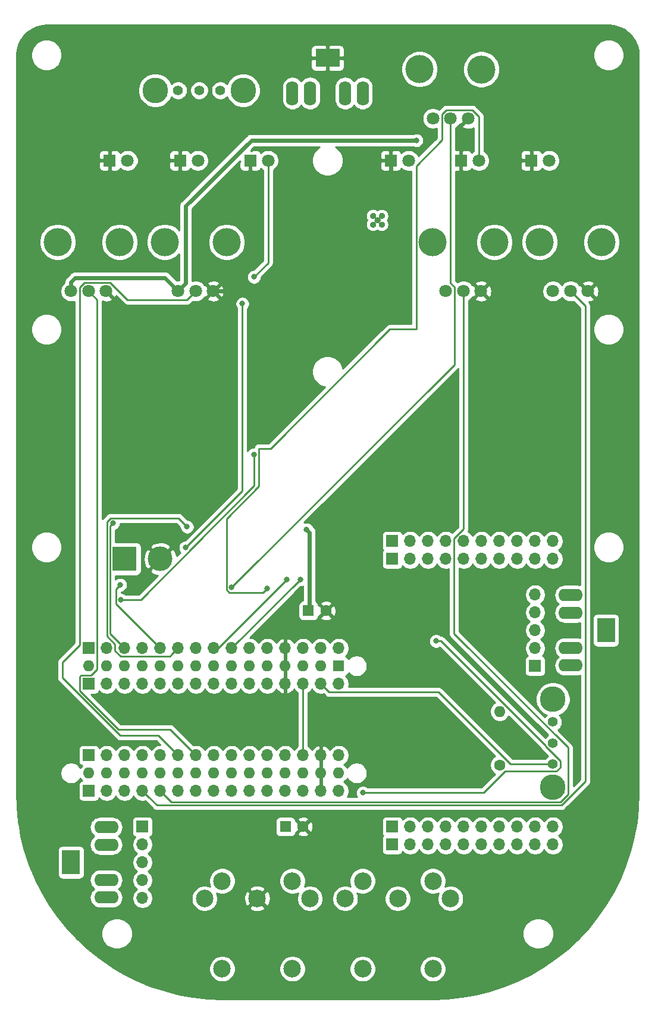
<source format=gbr>
G04 #@! TF.GenerationSoftware,KiCad,Pcbnew,(5.1.5)-3*
G04 #@! TF.CreationDate,2021-09-02T10:53:32+01:00*
G04 #@! TF.ProjectId,drumkid,6472756d-6b69-4642-9e6b-696361645f70,rev?*
G04 #@! TF.SameCoordinates,Original*
G04 #@! TF.FileFunction,Copper,L1,Top*
G04 #@! TF.FilePolarity,Positive*
%FSLAX46Y46*%
G04 Gerber Fmt 4.6, Leading zero omitted, Abs format (unit mm)*
G04 Created by KiCad (PCBNEW (5.1.5)-3) date 2021-09-02 10:53:32*
%MOMM*%
%LPD*%
G04 APERTURE LIST*
%ADD10C,0.010000*%
%ADD11O,1.600000X1.600000*%
%ADD12C,1.600000*%
%ADD13R,1.600000X1.600000*%
%ADD14O,1.700000X1.700000*%
%ADD15R,1.700000X1.700000*%
%ADD16O,3.500000X1.750000*%
%ADD17R,2.500000X3.500000*%
%ADD18C,3.653000*%
%ADD19C,1.400000*%
%ADD20R,1.800000X1.800000*%
%ADD21C,1.800000*%
%ADD22C,2.499360*%
%ADD23R,3.500000X2.500000*%
%ADD24O,1.750000X3.500000*%
%ADD25C,4.000000*%
%ADD26R,3.500120X3.500120*%
%ADD27C,3.500120*%
%ADD28C,0.800000*%
%ADD29C,0.625000*%
%ADD30C,0.250000*%
%ADD31C,0.254000*%
G04 APERTURE END LIST*
D10*
G36*
X106564518Y-58714478D02*
G01*
X106647938Y-58746439D01*
X106724510Y-58797297D01*
X106749578Y-58820039D01*
X106797665Y-58881186D01*
X106828415Y-58953804D01*
X106842439Y-59039537D01*
X106843507Y-59072347D01*
X106842058Y-59122365D01*
X106837908Y-59169831D01*
X106831886Y-59205890D01*
X106830503Y-59211044D01*
X106797309Y-59285580D01*
X106746988Y-59349628D01*
X106682627Y-59401604D01*
X106607312Y-59439918D01*
X106524132Y-59462985D01*
X106436172Y-59469218D01*
X106350238Y-59457923D01*
X106274971Y-59430698D01*
X106205435Y-59387721D01*
X106146091Y-59332846D01*
X106101400Y-59269928D01*
X106082275Y-59226400D01*
X106067060Y-59156416D01*
X106062922Y-59078014D01*
X106069886Y-59001337D01*
X106081585Y-58953502D01*
X106108691Y-58897334D01*
X106151621Y-58839971D01*
X106155853Y-58835274D01*
X106225876Y-58773973D01*
X106304930Y-58731162D01*
X106389838Y-58706921D01*
X106477426Y-58701333D01*
X106564518Y-58714478D01*
G37*
X106564518Y-58714478D02*
X106647938Y-58746439D01*
X106724510Y-58797297D01*
X106749578Y-58820039D01*
X106797665Y-58881186D01*
X106828415Y-58953804D01*
X106842439Y-59039537D01*
X106843507Y-59072347D01*
X106842058Y-59122365D01*
X106837908Y-59169831D01*
X106831886Y-59205890D01*
X106830503Y-59211044D01*
X106797309Y-59285580D01*
X106746988Y-59349628D01*
X106682627Y-59401604D01*
X106607312Y-59439918D01*
X106524132Y-59462985D01*
X106436172Y-59469218D01*
X106350238Y-59457923D01*
X106274971Y-59430698D01*
X106205435Y-59387721D01*
X106146091Y-59332846D01*
X106101400Y-59269928D01*
X106082275Y-59226400D01*
X106067060Y-59156416D01*
X106062922Y-59078014D01*
X106069886Y-59001337D01*
X106081585Y-58953502D01*
X106108691Y-58897334D01*
X106151621Y-58839971D01*
X106155853Y-58835274D01*
X106225876Y-58773973D01*
X106304930Y-58731162D01*
X106389838Y-58706921D01*
X106477426Y-58701333D01*
X106564518Y-58714478D01*
G36*
X107700348Y-58704081D02*
G01*
X107798538Y-58714141D01*
X107884840Y-58742141D01*
X107958448Y-58787703D01*
X108018551Y-58850447D01*
X108021526Y-58854497D01*
X108059479Y-58924276D01*
X108081318Y-59003166D01*
X108087462Y-59086611D01*
X108078329Y-59170058D01*
X108054335Y-59248952D01*
X108015900Y-59318739D01*
X107974671Y-59365280D01*
X107901777Y-59416761D01*
X107818369Y-59451032D01*
X107728732Y-59467276D01*
X107637152Y-59464678D01*
X107555452Y-59445147D01*
X107469425Y-59405189D01*
X107401096Y-59352067D01*
X107350701Y-59286145D01*
X107318476Y-59207782D01*
X107304657Y-59117340D01*
X107305051Y-59061455D01*
X107320119Y-58970708D01*
X107354122Y-58891317D01*
X107406995Y-58823373D01*
X107478674Y-58766969D01*
X107532479Y-58737857D01*
X107573123Y-58720114D01*
X107606903Y-58709780D01*
X107642923Y-58705022D01*
X107690286Y-58704010D01*
X107700348Y-58704081D01*
G37*
X107700348Y-58704081D02*
X107798538Y-58714141D01*
X107884840Y-58742141D01*
X107958448Y-58787703D01*
X108018551Y-58850447D01*
X108021526Y-58854497D01*
X108059479Y-58924276D01*
X108081318Y-59003166D01*
X108087462Y-59086611D01*
X108078329Y-59170058D01*
X108054335Y-59248952D01*
X108015900Y-59318739D01*
X107974671Y-59365280D01*
X107901777Y-59416761D01*
X107818369Y-59451032D01*
X107728732Y-59467276D01*
X107637152Y-59464678D01*
X107555452Y-59445147D01*
X107469425Y-59405189D01*
X107401096Y-59352067D01*
X107350701Y-59286145D01*
X107318476Y-59207782D01*
X107304657Y-59117340D01*
X107305051Y-59061455D01*
X107320119Y-58970708D01*
X107354122Y-58891317D01*
X107406995Y-58823373D01*
X107478674Y-58766969D01*
X107532479Y-58737857D01*
X107573123Y-58720114D01*
X107606903Y-58709780D01*
X107642923Y-58705022D01*
X107690286Y-58704010D01*
X107700348Y-58704081D01*
G36*
X107170269Y-58091204D02*
G01*
X107199273Y-58099018D01*
X107287390Y-58136132D01*
X107358459Y-58187157D01*
X107412076Y-58251485D01*
X107447839Y-58328504D01*
X107465342Y-58417608D01*
X107465685Y-58500696D01*
X107449101Y-58588643D01*
X107413786Y-58668042D01*
X107361796Y-58736130D01*
X107295188Y-58790145D01*
X107224799Y-58824315D01*
X107169011Y-58838138D01*
X107102407Y-58845687D01*
X107035541Y-58846272D01*
X106983073Y-58840111D01*
X106898354Y-58812182D01*
X106823714Y-58767380D01*
X106762282Y-58708275D01*
X106717185Y-58637436D01*
X106706878Y-58613146D01*
X106689750Y-58545077D01*
X106684334Y-58468729D01*
X106690309Y-58392002D01*
X106707349Y-58322795D01*
X106719989Y-58293339D01*
X106769398Y-58220396D01*
X106833621Y-58161306D01*
X106909237Y-58117457D01*
X106992830Y-58090232D01*
X107080980Y-58081019D01*
X107170269Y-58091204D01*
G37*
X107170269Y-58091204D02*
X107199273Y-58099018D01*
X107287390Y-58136132D01*
X107358459Y-58187157D01*
X107412076Y-58251485D01*
X107447839Y-58328504D01*
X107465342Y-58417608D01*
X107465685Y-58500696D01*
X107449101Y-58588643D01*
X107413786Y-58668042D01*
X107361796Y-58736130D01*
X107295188Y-58790145D01*
X107224799Y-58824315D01*
X107169011Y-58838138D01*
X107102407Y-58845687D01*
X107035541Y-58846272D01*
X106983073Y-58840111D01*
X106898354Y-58812182D01*
X106823714Y-58767380D01*
X106762282Y-58708275D01*
X106717185Y-58637436D01*
X106706878Y-58613146D01*
X106689750Y-58545077D01*
X106684334Y-58468729D01*
X106690309Y-58392002D01*
X106707349Y-58322795D01*
X106719989Y-58293339D01*
X106769398Y-58220396D01*
X106833621Y-58161306D01*
X106909237Y-58117457D01*
X106992830Y-58090232D01*
X107080980Y-58081019D01*
X107170269Y-58091204D01*
G36*
X106511188Y-57466152D02*
G01*
X106549400Y-57468908D01*
X106579643Y-57475085D01*
X106608969Y-57485982D01*
X106634511Y-57497985D01*
X106712931Y-57545768D01*
X106772181Y-57603383D01*
X106813154Y-57672294D01*
X106836744Y-57753966D01*
X106843860Y-57841000D01*
X106839340Y-57922577D01*
X106823440Y-57989785D01*
X106793985Y-58048332D01*
X106748803Y-58103926D01*
X106740477Y-58112421D01*
X106668491Y-58169302D01*
X106586207Y-58207382D01*
X106495997Y-58225948D01*
X106400232Y-58224291D01*
X106377997Y-58221030D01*
X106300120Y-58199201D01*
X106227570Y-58162802D01*
X106165078Y-58115095D01*
X106117374Y-58059343D01*
X106100716Y-58029829D01*
X106073734Y-57950373D01*
X106062406Y-57864388D01*
X106066734Y-57778289D01*
X106086717Y-57698493D01*
X106100673Y-57666631D01*
X106134777Y-57616698D01*
X106184057Y-57566600D01*
X106242383Y-57521983D01*
X106284238Y-57497577D01*
X106316058Y-57482528D01*
X106343981Y-57473072D01*
X106374903Y-57467938D01*
X106415720Y-57465851D01*
X106457957Y-57465521D01*
X106511188Y-57466152D01*
G37*
X106511188Y-57466152D02*
X106549400Y-57468908D01*
X106579643Y-57475085D01*
X106608969Y-57485982D01*
X106634511Y-57497985D01*
X106712931Y-57545768D01*
X106772181Y-57603383D01*
X106813154Y-57672294D01*
X106836744Y-57753966D01*
X106843860Y-57841000D01*
X106839340Y-57922577D01*
X106823440Y-57989785D01*
X106793985Y-58048332D01*
X106748803Y-58103926D01*
X106740477Y-58112421D01*
X106668491Y-58169302D01*
X106586207Y-58207382D01*
X106495997Y-58225948D01*
X106400232Y-58224291D01*
X106377997Y-58221030D01*
X106300120Y-58199201D01*
X106227570Y-58162802D01*
X106165078Y-58115095D01*
X106117374Y-58059343D01*
X106100716Y-58029829D01*
X106073734Y-57950373D01*
X106062406Y-57864388D01*
X106066734Y-57778289D01*
X106086717Y-57698493D01*
X106100673Y-57666631D01*
X106134777Y-57616698D01*
X106184057Y-57566600D01*
X106242383Y-57521983D01*
X106284238Y-57497577D01*
X106316058Y-57482528D01*
X106343981Y-57473072D01*
X106374903Y-57467938D01*
X106415720Y-57465851D01*
X106457957Y-57465521D01*
X106511188Y-57466152D01*
G36*
X107753381Y-57466343D02*
G01*
X107792166Y-57469766D01*
X107824510Y-57477226D01*
X107858222Y-57490160D01*
X107874741Y-57497605D01*
X107945651Y-57540460D01*
X108005572Y-57596757D01*
X108050360Y-57662020D01*
X108069735Y-57708204D01*
X108083067Y-57773445D01*
X108086616Y-57847017D01*
X108080791Y-57920822D01*
X108066004Y-57986763D01*
X108054075Y-58017002D01*
X108007131Y-58089287D01*
X107943730Y-58148428D01*
X107866372Y-58192613D01*
X107777557Y-58220031D01*
X107772419Y-58221012D01*
X107732602Y-58227959D01*
X107703667Y-58230925D01*
X107676182Y-58229936D01*
X107640715Y-58225021D01*
X107619184Y-58221459D01*
X107535434Y-58197374D01*
X107458924Y-58155987D01*
X107393847Y-58100320D01*
X107344395Y-58033395D01*
X107335915Y-58017229D01*
X107322997Y-57987309D01*
X107314926Y-57957573D01*
X107310604Y-57921327D01*
X107308929Y-57871876D01*
X107308773Y-57852043D01*
X107309194Y-57798630D01*
X107311799Y-57760377D01*
X107317791Y-57730378D01*
X107328375Y-57701727D01*
X107338900Y-57679306D01*
X107384642Y-57609435D01*
X107447317Y-57548174D01*
X107522149Y-57500066D01*
X107532762Y-57494901D01*
X107566778Y-57480423D01*
X107598155Y-57471588D01*
X107634400Y-57467079D01*
X107683025Y-57465581D01*
X107700348Y-57465521D01*
X107753381Y-57466343D01*
G37*
X107753381Y-57466343D02*
X107792166Y-57469766D01*
X107824510Y-57477226D01*
X107858222Y-57490160D01*
X107874741Y-57497605D01*
X107945651Y-57540460D01*
X108005572Y-57596757D01*
X108050360Y-57662020D01*
X108069735Y-57708204D01*
X108083067Y-57773445D01*
X108086616Y-57847017D01*
X108080791Y-57920822D01*
X108066004Y-57986763D01*
X108054075Y-58017002D01*
X108007131Y-58089287D01*
X107943730Y-58148428D01*
X107866372Y-58192613D01*
X107777557Y-58220031D01*
X107772419Y-58221012D01*
X107732602Y-58227959D01*
X107703667Y-58230925D01*
X107676182Y-58229936D01*
X107640715Y-58225021D01*
X107619184Y-58221459D01*
X107535434Y-58197374D01*
X107458924Y-58155987D01*
X107393847Y-58100320D01*
X107344395Y-58033395D01*
X107335915Y-58017229D01*
X107322997Y-57987309D01*
X107314926Y-57957573D01*
X107310604Y-57921327D01*
X107308929Y-57871876D01*
X107308773Y-57852043D01*
X107309194Y-57798630D01*
X107311799Y-57760377D01*
X107317791Y-57730378D01*
X107328375Y-57701727D01*
X107338900Y-57679306D01*
X107384642Y-57609435D01*
X107447317Y-57548174D01*
X107522149Y-57500066D01*
X107532762Y-57494901D01*
X107566778Y-57480423D01*
X107598155Y-57471588D01*
X107634400Y-57467079D01*
X107683025Y-57465581D01*
X107700348Y-57465521D01*
X107753381Y-57466343D01*
D11*
X124500000Y-128380000D03*
D12*
X124500000Y-136000000D03*
X99782000Y-114046000D03*
D13*
X97282000Y-114046000D03*
D12*
X96520000Y-144780000D03*
D13*
X94020000Y-144780000D03*
D14*
X101600000Y-124460000D03*
X99060000Y-124460000D03*
X96520000Y-124460000D03*
X93980000Y-124460000D03*
X91440000Y-124460000D03*
X88900000Y-124460000D03*
X86360000Y-124460000D03*
X83820000Y-124460000D03*
X81280000Y-124460000D03*
X78740000Y-124460000D03*
X76200000Y-124460000D03*
X73660000Y-124460000D03*
X71120000Y-124460000D03*
X68580000Y-124460000D03*
D15*
X66040000Y-124460000D03*
D14*
X101600000Y-134620000D03*
X99060000Y-134620000D03*
X96520000Y-134620000D03*
X93980000Y-134620000D03*
X91440000Y-134620000D03*
X88900000Y-134620000D03*
X86360000Y-134620000D03*
X83820000Y-134620000D03*
X81280000Y-134620000D03*
X78740000Y-134620000D03*
X76200000Y-134620000D03*
X73660000Y-134620000D03*
X71120000Y-134620000D03*
X68580000Y-134620000D03*
D15*
X66040000Y-134620000D03*
D14*
X132080000Y-106680000D03*
X129540000Y-106680000D03*
X127000000Y-106680000D03*
X124460000Y-106680000D03*
X121920000Y-106680000D03*
X119380000Y-106680000D03*
X116840000Y-106680000D03*
X114300000Y-106680000D03*
X111760000Y-106680000D03*
D15*
X109220000Y-106680000D03*
D14*
X132080000Y-144780000D03*
X129540000Y-144780000D03*
X127000000Y-144780000D03*
X124460000Y-144780000D03*
X121920000Y-144780000D03*
X119380000Y-144780000D03*
X116840000Y-144780000D03*
X114300000Y-144780000D03*
X111760000Y-144780000D03*
D15*
X109220000Y-144780000D03*
D16*
X68506000Y-144860000D03*
X68506000Y-154860000D03*
X68506000Y-147360000D03*
X68506000Y-152360000D03*
D17*
X63500000Y-149860000D03*
D14*
X73660000Y-154940000D03*
X73660000Y-152400000D03*
X73660000Y-149860000D03*
X73660000Y-147320000D03*
D15*
X73660000Y-144780000D03*
D16*
X134620000Y-121840000D03*
X134620000Y-111840000D03*
X134620000Y-119340000D03*
X134620000Y-114340000D03*
D17*
X139626000Y-116840000D03*
D14*
X129540000Y-111760000D03*
X129540000Y-114300000D03*
X129540000Y-116840000D03*
X129540000Y-119380000D03*
D15*
X129540000Y-121920000D03*
D18*
X132080000Y-126640000D03*
X132080000Y-139140000D03*
D19*
X132080000Y-129890000D03*
X132080000Y-132890000D03*
X132080000Y-135890000D03*
D20*
X129000000Y-50000000D03*
D21*
X131540000Y-50000000D03*
D20*
X69000000Y-50000000D03*
D21*
X71540000Y-50000000D03*
D20*
X119000000Y-50000000D03*
D21*
X121540000Y-50000000D03*
D14*
X101600000Y-139700000D03*
X99060000Y-139700000D03*
X96520000Y-139700000D03*
X93980000Y-139700000D03*
X91440000Y-139700000D03*
X88900000Y-139700000D03*
X86360000Y-139700000D03*
X83820000Y-139700000D03*
X81280000Y-139700000D03*
X78740000Y-139700000D03*
X76200000Y-139700000D03*
X73660000Y-139700000D03*
X71120000Y-139700000D03*
X68580000Y-139700000D03*
D15*
X66040000Y-139700000D03*
D21*
X91540000Y-50000000D03*
D20*
X89000000Y-50000000D03*
D21*
X111540000Y-50000000D03*
D20*
X109000000Y-50000000D03*
D11*
X66040000Y-137160000D03*
X66040000Y-121920000D03*
X101600000Y-137160000D03*
X68580000Y-121920000D03*
X99060000Y-137160000D03*
X71120000Y-121920000D03*
X96520000Y-137160000D03*
X73660000Y-121920000D03*
X93980000Y-137160000D03*
X76200000Y-121920000D03*
X91440000Y-137160000D03*
X78740000Y-121920000D03*
X88900000Y-137160000D03*
X81280000Y-121920000D03*
X86360000Y-137160000D03*
X83820000Y-121920000D03*
X83820000Y-137160000D03*
X86360000Y-121920000D03*
X81280000Y-137160000D03*
X88900000Y-121920000D03*
X78740000Y-137160000D03*
X91440000Y-121920000D03*
X76200000Y-137160000D03*
X93980000Y-121920000D03*
X73660000Y-137160000D03*
X96520000Y-121920000D03*
X71120000Y-137160000D03*
X99060000Y-121920000D03*
X68580000Y-137160000D03*
D13*
X101600000Y-121920000D03*
D21*
X81540000Y-50000000D03*
D20*
X79000000Y-50000000D03*
D22*
X102503180Y-155005100D03*
X114997440Y-152503200D03*
X110001260Y-155002560D03*
X117499340Y-155005100D03*
X105005080Y-152503200D03*
X115002520Y-165000000D03*
X105000000Y-165000000D03*
D15*
X66040000Y-119380000D03*
D14*
X68580000Y-119380000D03*
X71120000Y-119380000D03*
X73660000Y-119380000D03*
X76200000Y-119380000D03*
X78740000Y-119380000D03*
X81280000Y-119380000D03*
X83820000Y-119380000D03*
X86360000Y-119380000D03*
X88900000Y-119380000D03*
X91440000Y-119380000D03*
X93980000Y-119380000D03*
X96520000Y-119380000D03*
X99060000Y-119380000D03*
X101600000Y-119380000D03*
D19*
X78740000Y-40000000D03*
X81740000Y-40000000D03*
X84740000Y-40000000D03*
D18*
X75490000Y-40000000D03*
X87990000Y-40000000D03*
D22*
X84997480Y-165000000D03*
X95000000Y-165000000D03*
X85002560Y-152503200D03*
X97496820Y-155005100D03*
X89998740Y-155002560D03*
X94994920Y-152503200D03*
X82500660Y-155005100D03*
D23*
X100000000Y-35404000D03*
D24*
X102500000Y-40410000D03*
X97500000Y-40410000D03*
X105000000Y-40410000D03*
X95000000Y-40410000D03*
D25*
X114940000Y-61580000D03*
X123740000Y-61595000D03*
D21*
X116840000Y-68580000D03*
X119340000Y-68580000D03*
X121840000Y-68580000D03*
D25*
X130180000Y-61580000D03*
X138980000Y-61595000D03*
D21*
X132080000Y-68580000D03*
X134580000Y-68580000D03*
X137080000Y-68580000D03*
D25*
X76840000Y-61580000D03*
X85640000Y-61595000D03*
D21*
X78740000Y-68580000D03*
X81240000Y-68580000D03*
X83740000Y-68580000D03*
D25*
X113100000Y-37000000D03*
X121900000Y-37015000D03*
D21*
X115000000Y-44000000D03*
X117500000Y-44000000D03*
X120000000Y-44000000D03*
D25*
X61600000Y-61580000D03*
X70400000Y-61595000D03*
D21*
X63500000Y-68580000D03*
X66000000Y-68580000D03*
X68500000Y-68580000D03*
D26*
X71120000Y-106680000D03*
D27*
X76200000Y-106680000D03*
D14*
X132080000Y-104140000D03*
X129540000Y-104140000D03*
X127000000Y-104140000D03*
X124460000Y-104140000D03*
X121920000Y-104140000D03*
X119380000Y-104140000D03*
X116840000Y-104140000D03*
X114300000Y-104140000D03*
X111760000Y-104140000D03*
D15*
X109220000Y-104140000D03*
D14*
X132080000Y-147320000D03*
X129540000Y-147320000D03*
X127000000Y-147320000D03*
X124460000Y-147320000D03*
X121920000Y-147320000D03*
X119380000Y-147320000D03*
X116840000Y-147320000D03*
X114300000Y-147320000D03*
X111760000Y-147320000D03*
D15*
X109220000Y-147320000D03*
D28*
X113919000Y-135890000D03*
X109728000Y-127508000D03*
X94234000Y-109601000D03*
X91440000Y-110871000D03*
X96139000Y-109601000D03*
X70612000Y-112522000D03*
X89535000Y-66548000D03*
X89535000Y-91821000D03*
X69469000Y-101600000D03*
X80010000Y-102108000D03*
X70485000Y-110363000D03*
X115443000Y-118364000D03*
X105029000Y-139954000D03*
X97028000Y-102489000D03*
X112649000Y-47117000D03*
X86360000Y-110744000D03*
X79793143Y-105066993D03*
X87884000Y-70358000D03*
D29*
X113919000Y-135890000D02*
X109728000Y-131699000D01*
X109728000Y-131699000D02*
X109728000Y-127508000D01*
X109000000Y-51525000D02*
X109000000Y-50000000D01*
X91945000Y-68580000D02*
X109000000Y-51525000D01*
X83740000Y-68580000D02*
X91945000Y-68580000D01*
D30*
X64715001Y-125420003D02*
X70231998Y-130937000D01*
X77597000Y-130937000D02*
X81280000Y-134620000D01*
X70231998Y-130937000D02*
X77597000Y-130937000D01*
X64715001Y-123499997D02*
X64715001Y-125420003D01*
X64929999Y-123284999D02*
X64715001Y-123499997D01*
X66340003Y-123284999D02*
X64929999Y-123284999D01*
X67215001Y-122410001D02*
X66340003Y-123284999D01*
X67215001Y-69795001D02*
X67215001Y-122410001D01*
X66000000Y-68580000D02*
X67215001Y-69795001D01*
X77791501Y-141291501D02*
X77049999Y-140549999D01*
X133112721Y-141291501D02*
X77791501Y-141291501D01*
X134231501Y-140172721D02*
X133112721Y-141291501D01*
X118015001Y-117307999D02*
X134231501Y-133524499D01*
X118015001Y-103765997D02*
X118015001Y-117307999D01*
X134231501Y-133524499D02*
X134231501Y-140172721D01*
X119340000Y-102440998D02*
X118015001Y-103765997D01*
X77049999Y-140549999D02*
X76200000Y-139700000D01*
X119340000Y-68580000D02*
X119340000Y-102440998D01*
X62274999Y-123616411D02*
X70484588Y-131826000D01*
X80014999Y-69805001D02*
X71538003Y-69805001D01*
X81240000Y-68580000D02*
X80014999Y-69805001D01*
X71538003Y-69805001D02*
X69088001Y-67354999D01*
X75946000Y-131826000D02*
X78740000Y-134620000D01*
X70484588Y-131826000D02*
X75946000Y-131826000D01*
X62274999Y-121346799D02*
X62274999Y-123616411D01*
X64725001Y-118896797D02*
X62274999Y-121346799D01*
X65411999Y-67354999D02*
X64725001Y-68041997D01*
X64725001Y-68041997D02*
X64725001Y-118896797D01*
X69088001Y-67354999D02*
X65411999Y-67354999D01*
X133299121Y-141741511D02*
X75701511Y-141741511D01*
X74509999Y-140549999D02*
X73660000Y-139700000D01*
X136695010Y-138345622D02*
X133299121Y-141741511D01*
X136695010Y-70695010D02*
X136695010Y-138345622D01*
X75701511Y-141741511D02*
X74509999Y-140549999D01*
X134580000Y-68580000D02*
X136695010Y-70695010D01*
X84455000Y-119380000D02*
X83820000Y-119380000D01*
X94234000Y-109601000D02*
X84455000Y-119380000D01*
X121540000Y-48727208D02*
X121540000Y-50000000D01*
X121540000Y-43726998D02*
X121540000Y-48727208D01*
X116911999Y-42774999D02*
X120588001Y-42774999D01*
X116274999Y-43411999D02*
X116911999Y-42774999D01*
X116274999Y-47078003D02*
X116274999Y-43411999D01*
X120588001Y-42774999D02*
X121540000Y-43726998D01*
X112614999Y-50738003D02*
X116274999Y-47078003D01*
X112614999Y-73972502D02*
X112614999Y-50738003D01*
X85634999Y-111092001D02*
X85634999Y-100952502D01*
X86011999Y-111469001D02*
X85634999Y-111092001D01*
X90841999Y-111469001D02*
X86011999Y-111469001D01*
X91440000Y-110871000D02*
X90841999Y-111469001D01*
X90260001Y-96327500D02*
X90260001Y-90968999D01*
X85634999Y-100952502D02*
X90260001Y-96327500D01*
X108876500Y-73972502D02*
X112614999Y-73972502D01*
X91880003Y-90968999D02*
X108876500Y-73972502D01*
X90260001Y-90968999D02*
X91880003Y-90968999D01*
X96139000Y-109601000D02*
X86360000Y-119380000D01*
X73429091Y-112522000D02*
X70612000Y-112522000D01*
X91540000Y-50000000D02*
X91540000Y-64543000D01*
X91540000Y-64543000D02*
X89535000Y-66548000D01*
X89535000Y-91821000D02*
X89535000Y-96266000D01*
X89535000Y-96266000D02*
X89154000Y-96647000D01*
X89154000Y-96647000D02*
X73429091Y-112522000D01*
X115800003Y-125635001D02*
X100235001Y-125635001D01*
X99909999Y-125309999D02*
X99060000Y-124460000D01*
X126055002Y-135890000D02*
X115800003Y-125635001D01*
X100235001Y-125635001D02*
X99909999Y-125309999D01*
X132080000Y-135890000D02*
X126055002Y-135890000D01*
X70270001Y-118530001D02*
X71120000Y-119380000D01*
X69044939Y-102024061D02*
X69044939Y-117304939D01*
X69044939Y-117304939D02*
X70270001Y-118530001D01*
X69469000Y-101600000D02*
X69044939Y-102024061D01*
X77890001Y-120229999D02*
X78740000Y-119380000D01*
X77564999Y-120555001D02*
X77890001Y-120229999D01*
X69755001Y-119754003D02*
X70555999Y-120555001D01*
X69755001Y-118815999D02*
X69755001Y-119754003D01*
X68594930Y-117655928D02*
X69755001Y-118815999D01*
X68594930Y-101401068D02*
X68594930Y-117655928D01*
X69120999Y-100874999D02*
X68594930Y-101401068D01*
X78776999Y-100874999D02*
X69120999Y-100874999D01*
X70555999Y-120555001D02*
X77564999Y-120555001D01*
X80010000Y-102108000D02*
X78776999Y-100874999D01*
X69886999Y-113066999D02*
X75350001Y-118530001D01*
X75350001Y-118530001D02*
X76200000Y-119380000D01*
X69886999Y-110961001D02*
X69886999Y-113066999D01*
X70485000Y-110363000D02*
X69886999Y-110961001D01*
X122211002Y-139954000D02*
X105029000Y-139954000D01*
X125250001Y-136915001D02*
X122211002Y-139954000D01*
X132572001Y-136915001D02*
X125250001Y-136915001D01*
X133105001Y-136382001D02*
X132572001Y-136915001D01*
X116149002Y-118364000D02*
X131054999Y-133269997D01*
X131054999Y-133347997D02*
X133105001Y-135397999D01*
X115443000Y-118364000D02*
X116149002Y-118364000D01*
X131054999Y-133269997D02*
X131054999Y-133347997D01*
X133105001Y-135397999D02*
X133105001Y-136382001D01*
D29*
X63500000Y-67307208D02*
X63500000Y-68580000D01*
X76877489Y-66717489D02*
X64089719Y-66717489D01*
X64089719Y-66717489D02*
X63500000Y-67307208D01*
X78740000Y-68580000D02*
X76877489Y-66717489D01*
X97427999Y-113900001D02*
X97282000Y-114046000D01*
X97427999Y-102888999D02*
X97427999Y-113900001D01*
X97028000Y-102489000D02*
X97427999Y-102888999D01*
X89160498Y-47117000D02*
X112649000Y-47117000D01*
X79827499Y-56449999D02*
X89160498Y-47117000D01*
X78740000Y-68580000D02*
X79827499Y-67492501D01*
X79827499Y-67492501D02*
X79827499Y-56449999D01*
D30*
X96520000Y-124460000D02*
X96520000Y-134620000D01*
X118065001Y-79038999D02*
X86360000Y-110744000D01*
X118065001Y-67991999D02*
X118065001Y-79038999D01*
X117500000Y-44000000D02*
X117500000Y-67426998D01*
X117500000Y-67426998D02*
X118065001Y-67991999D01*
X79793143Y-105066993D02*
X87884000Y-96976136D01*
X87884000Y-96976136D02*
X87884000Y-70358000D01*
D31*
G36*
X140754747Y-30805281D02*
G01*
X141485643Y-31005231D01*
X142169575Y-31331450D01*
X142784928Y-31773626D01*
X143312259Y-32317789D01*
X143734886Y-32946726D01*
X144039463Y-33640570D01*
X144217715Y-34383039D01*
X144265000Y-35026949D01*
X144265001Y-139986809D01*
X144189634Y-142092345D01*
X143965335Y-144173970D01*
X143592779Y-146234234D01*
X143073870Y-148262597D01*
X142411274Y-150248645D01*
X141608366Y-152182261D01*
X140669274Y-154053507D01*
X139598785Y-155852836D01*
X138402401Y-157571009D01*
X137086217Y-159199262D01*
X135656998Y-160729233D01*
X134122043Y-162153108D01*
X132489220Y-163463585D01*
X130766874Y-164653973D01*
X128963821Y-165718172D01*
X127089308Y-166650728D01*
X125152901Y-167446881D01*
X123164547Y-168102542D01*
X121134394Y-168614365D01*
X119072830Y-168979730D01*
X116989798Y-169196827D01*
X114987502Y-169265000D01*
X85013163Y-169265000D01*
X82907655Y-169189634D01*
X80826030Y-168965335D01*
X78765766Y-168592779D01*
X76737403Y-168073870D01*
X74751355Y-167411274D01*
X72817739Y-166608366D01*
X70946493Y-165669274D01*
X69509538Y-164814375D01*
X83112800Y-164814375D01*
X83112800Y-165185625D01*
X83185227Y-165549741D01*
X83327298Y-165892731D01*
X83533554Y-166201413D01*
X83796067Y-166463926D01*
X84104749Y-166670182D01*
X84447739Y-166812253D01*
X84811855Y-166884680D01*
X85183105Y-166884680D01*
X85547221Y-166812253D01*
X85890211Y-166670182D01*
X86198893Y-166463926D01*
X86461406Y-166201413D01*
X86667662Y-165892731D01*
X86809733Y-165549741D01*
X86882160Y-165185625D01*
X86882160Y-164814375D01*
X93115320Y-164814375D01*
X93115320Y-165185625D01*
X93187747Y-165549741D01*
X93329818Y-165892731D01*
X93536074Y-166201413D01*
X93798587Y-166463926D01*
X94107269Y-166670182D01*
X94450259Y-166812253D01*
X94814375Y-166884680D01*
X95185625Y-166884680D01*
X95549741Y-166812253D01*
X95892731Y-166670182D01*
X96201413Y-166463926D01*
X96463926Y-166201413D01*
X96670182Y-165892731D01*
X96812253Y-165549741D01*
X96884680Y-165185625D01*
X96884680Y-164814375D01*
X103115320Y-164814375D01*
X103115320Y-165185625D01*
X103187747Y-165549741D01*
X103329818Y-165892731D01*
X103536074Y-166201413D01*
X103798587Y-166463926D01*
X104107269Y-166670182D01*
X104450259Y-166812253D01*
X104814375Y-166884680D01*
X105185625Y-166884680D01*
X105549741Y-166812253D01*
X105892731Y-166670182D01*
X106201413Y-166463926D01*
X106463926Y-166201413D01*
X106670182Y-165892731D01*
X106812253Y-165549741D01*
X106884680Y-165185625D01*
X106884680Y-164814375D01*
X113117840Y-164814375D01*
X113117840Y-165185625D01*
X113190267Y-165549741D01*
X113332338Y-165892731D01*
X113538594Y-166201413D01*
X113801107Y-166463926D01*
X114109789Y-166670182D01*
X114452779Y-166812253D01*
X114816895Y-166884680D01*
X115188145Y-166884680D01*
X115552261Y-166812253D01*
X115895251Y-166670182D01*
X116203933Y-166463926D01*
X116466446Y-166201413D01*
X116672702Y-165892731D01*
X116814773Y-165549741D01*
X116887200Y-165185625D01*
X116887200Y-164814375D01*
X116814773Y-164450259D01*
X116672702Y-164107269D01*
X116466446Y-163798587D01*
X116203933Y-163536074D01*
X115895251Y-163329818D01*
X115552261Y-163187747D01*
X115188145Y-163115320D01*
X114816895Y-163115320D01*
X114452779Y-163187747D01*
X114109789Y-163329818D01*
X113801107Y-163536074D01*
X113538594Y-163798587D01*
X113332338Y-164107269D01*
X113190267Y-164450259D01*
X113117840Y-164814375D01*
X106884680Y-164814375D01*
X106812253Y-164450259D01*
X106670182Y-164107269D01*
X106463926Y-163798587D01*
X106201413Y-163536074D01*
X105892731Y-163329818D01*
X105549741Y-163187747D01*
X105185625Y-163115320D01*
X104814375Y-163115320D01*
X104450259Y-163187747D01*
X104107269Y-163329818D01*
X103798587Y-163536074D01*
X103536074Y-163798587D01*
X103329818Y-164107269D01*
X103187747Y-164450259D01*
X103115320Y-164814375D01*
X96884680Y-164814375D01*
X96812253Y-164450259D01*
X96670182Y-164107269D01*
X96463926Y-163798587D01*
X96201413Y-163536074D01*
X95892731Y-163329818D01*
X95549741Y-163187747D01*
X95185625Y-163115320D01*
X94814375Y-163115320D01*
X94450259Y-163187747D01*
X94107269Y-163329818D01*
X93798587Y-163536074D01*
X93536074Y-163798587D01*
X93329818Y-164107269D01*
X93187747Y-164450259D01*
X93115320Y-164814375D01*
X86882160Y-164814375D01*
X86809733Y-164450259D01*
X86667662Y-164107269D01*
X86461406Y-163798587D01*
X86198893Y-163536074D01*
X85890211Y-163329818D01*
X85547221Y-163187747D01*
X85183105Y-163115320D01*
X84811855Y-163115320D01*
X84447739Y-163187747D01*
X84104749Y-163329818D01*
X83796067Y-163536074D01*
X83533554Y-163798587D01*
X83327298Y-164107269D01*
X83185227Y-164450259D01*
X83112800Y-164814375D01*
X69509538Y-164814375D01*
X69147164Y-164598785D01*
X67428991Y-163402401D01*
X65800738Y-162086217D01*
X64270767Y-160656998D01*
X63457116Y-159779872D01*
X67765000Y-159779872D01*
X67765000Y-160220128D01*
X67850890Y-160651925D01*
X68019369Y-161058669D01*
X68263962Y-161424729D01*
X68575271Y-161736038D01*
X68941331Y-161980631D01*
X69348075Y-162149110D01*
X69779872Y-162235000D01*
X70220128Y-162235000D01*
X70651925Y-162149110D01*
X71058669Y-161980631D01*
X71424729Y-161736038D01*
X71736038Y-161424729D01*
X71980631Y-161058669D01*
X72149110Y-160651925D01*
X72235000Y-160220128D01*
X72235000Y-159779872D01*
X127765000Y-159779872D01*
X127765000Y-160220128D01*
X127850890Y-160651925D01*
X128019369Y-161058669D01*
X128263962Y-161424729D01*
X128575271Y-161736038D01*
X128941331Y-161980631D01*
X129348075Y-162149110D01*
X129779872Y-162235000D01*
X130220128Y-162235000D01*
X130651925Y-162149110D01*
X131058669Y-161980631D01*
X131424729Y-161736038D01*
X131736038Y-161424729D01*
X131980631Y-161058669D01*
X132149110Y-160651925D01*
X132235000Y-160220128D01*
X132235000Y-159779872D01*
X132149110Y-159348075D01*
X131980631Y-158941331D01*
X131736038Y-158575271D01*
X131424729Y-158263962D01*
X131058669Y-158019369D01*
X130651925Y-157850890D01*
X130220128Y-157765000D01*
X129779872Y-157765000D01*
X129348075Y-157850890D01*
X128941331Y-158019369D01*
X128575271Y-158263962D01*
X128263962Y-158575271D01*
X128019369Y-158941331D01*
X127850890Y-159348075D01*
X127765000Y-159779872D01*
X72235000Y-159779872D01*
X72149110Y-159348075D01*
X71980631Y-158941331D01*
X71736038Y-158575271D01*
X71424729Y-158263962D01*
X71058669Y-158019369D01*
X70651925Y-157850890D01*
X70220128Y-157765000D01*
X69779872Y-157765000D01*
X69348075Y-157850890D01*
X68941331Y-158019369D01*
X68575271Y-158263962D01*
X68263962Y-158575271D01*
X68019369Y-158941331D01*
X67850890Y-159348075D01*
X67765000Y-159779872D01*
X63457116Y-159779872D01*
X62846892Y-159122043D01*
X61536415Y-157489220D01*
X60346027Y-155766874D01*
X59281828Y-153963821D01*
X58483940Y-152360000D01*
X66113694Y-152360000D01*
X66142849Y-152656012D01*
X66229192Y-152940648D01*
X66369406Y-153202970D01*
X66558103Y-153432897D01*
X66773903Y-153610000D01*
X66558103Y-153787103D01*
X66369406Y-154017030D01*
X66229192Y-154279352D01*
X66142849Y-154563988D01*
X66113694Y-154860000D01*
X66142849Y-155156012D01*
X66229192Y-155440648D01*
X66369406Y-155702970D01*
X66558103Y-155932897D01*
X66788030Y-156121594D01*
X67050352Y-156261808D01*
X67334988Y-156348151D01*
X67556822Y-156370000D01*
X69455178Y-156370000D01*
X69677012Y-156348151D01*
X69961648Y-156261808D01*
X70223970Y-156121594D01*
X70453897Y-155932897D01*
X70642594Y-155702970D01*
X70782808Y-155440648D01*
X70869151Y-155156012D01*
X70898306Y-154860000D01*
X70869151Y-154563988D01*
X70782808Y-154279352D01*
X70642594Y-154017030D01*
X70453897Y-153787103D01*
X70238097Y-153610000D01*
X70453897Y-153432897D01*
X70642594Y-153202970D01*
X70782808Y-152940648D01*
X70869151Y-152656012D01*
X70898306Y-152360000D01*
X70869151Y-152063988D01*
X70782808Y-151779352D01*
X70642594Y-151517030D01*
X70453897Y-151287103D01*
X70223970Y-151098406D01*
X69961648Y-150958192D01*
X69677012Y-150871849D01*
X69455178Y-150850000D01*
X67556822Y-150850000D01*
X67334988Y-150871849D01*
X67050352Y-150958192D01*
X66788030Y-151098406D01*
X66558103Y-151287103D01*
X66369406Y-151517030D01*
X66229192Y-151779352D01*
X66142849Y-152063988D01*
X66113694Y-152360000D01*
X58483940Y-152360000D01*
X58349272Y-152089308D01*
X57553119Y-150152901D01*
X56897458Y-148164547D01*
X56883707Y-148110000D01*
X61611928Y-148110000D01*
X61611928Y-151610000D01*
X61624188Y-151734482D01*
X61660498Y-151854180D01*
X61719463Y-151964494D01*
X61798815Y-152061185D01*
X61895506Y-152140537D01*
X62005820Y-152199502D01*
X62125518Y-152235812D01*
X62250000Y-152248072D01*
X64750000Y-152248072D01*
X64874482Y-152235812D01*
X64994180Y-152199502D01*
X65104494Y-152140537D01*
X65201185Y-152061185D01*
X65280537Y-151964494D01*
X65339502Y-151854180D01*
X65375812Y-151734482D01*
X65388072Y-151610000D01*
X65388072Y-148110000D01*
X65375812Y-147985518D01*
X65339502Y-147865820D01*
X65280537Y-147755506D01*
X65201185Y-147658815D01*
X65104494Y-147579463D01*
X64994180Y-147520498D01*
X64874482Y-147484188D01*
X64750000Y-147471928D01*
X62250000Y-147471928D01*
X62125518Y-147484188D01*
X62005820Y-147520498D01*
X61895506Y-147579463D01*
X61798815Y-147658815D01*
X61719463Y-147755506D01*
X61660498Y-147865820D01*
X61624188Y-147985518D01*
X61611928Y-148110000D01*
X56883707Y-148110000D01*
X56385635Y-146134394D01*
X56159778Y-144860000D01*
X66113694Y-144860000D01*
X66142849Y-145156012D01*
X66229192Y-145440648D01*
X66369406Y-145702970D01*
X66558103Y-145932897D01*
X66773903Y-146110000D01*
X66558103Y-146287103D01*
X66369406Y-146517030D01*
X66229192Y-146779352D01*
X66142849Y-147063988D01*
X66113694Y-147360000D01*
X66142849Y-147656012D01*
X66229192Y-147940648D01*
X66369406Y-148202970D01*
X66558103Y-148432897D01*
X66788030Y-148621594D01*
X67050352Y-148761808D01*
X67334988Y-148848151D01*
X67556822Y-148870000D01*
X69455178Y-148870000D01*
X69677012Y-148848151D01*
X69961648Y-148761808D01*
X70223970Y-148621594D01*
X70453897Y-148432897D01*
X70642594Y-148202970D01*
X70782808Y-147940648D01*
X70869151Y-147656012D01*
X70898306Y-147360000D01*
X70869151Y-147063988D01*
X70782808Y-146779352D01*
X70642594Y-146517030D01*
X70453897Y-146287103D01*
X70238097Y-146110000D01*
X70453897Y-145932897D01*
X70642594Y-145702970D01*
X70782808Y-145440648D01*
X70869151Y-145156012D01*
X70898306Y-144860000D01*
X70869151Y-144563988D01*
X70782808Y-144279352D01*
X70642594Y-144017030D01*
X70571171Y-143930000D01*
X72171928Y-143930000D01*
X72171928Y-145630000D01*
X72184188Y-145754482D01*
X72220498Y-145874180D01*
X72279463Y-145984494D01*
X72358815Y-146081185D01*
X72455506Y-146160537D01*
X72565820Y-146219502D01*
X72638380Y-146241513D01*
X72506525Y-146373368D01*
X72344010Y-146616589D01*
X72232068Y-146886842D01*
X72175000Y-147173740D01*
X72175000Y-147466260D01*
X72232068Y-147753158D01*
X72344010Y-148023411D01*
X72506525Y-148266632D01*
X72713368Y-148473475D01*
X72887760Y-148590000D01*
X72713368Y-148706525D01*
X72506525Y-148913368D01*
X72344010Y-149156589D01*
X72232068Y-149426842D01*
X72175000Y-149713740D01*
X72175000Y-150006260D01*
X72232068Y-150293158D01*
X72344010Y-150563411D01*
X72506525Y-150806632D01*
X72713368Y-151013475D01*
X72887760Y-151130000D01*
X72713368Y-151246525D01*
X72506525Y-151453368D01*
X72344010Y-151696589D01*
X72232068Y-151966842D01*
X72175000Y-152253740D01*
X72175000Y-152546260D01*
X72232068Y-152833158D01*
X72344010Y-153103411D01*
X72506525Y-153346632D01*
X72713368Y-153553475D01*
X72887760Y-153670000D01*
X72713368Y-153786525D01*
X72506525Y-153993368D01*
X72344010Y-154236589D01*
X72232068Y-154506842D01*
X72175000Y-154793740D01*
X72175000Y-155086260D01*
X72232068Y-155373158D01*
X72344010Y-155643411D01*
X72506525Y-155886632D01*
X72713368Y-156093475D01*
X72956589Y-156255990D01*
X73226842Y-156367932D01*
X73513740Y-156425000D01*
X73806260Y-156425000D01*
X74093158Y-156367932D01*
X74363411Y-156255990D01*
X74606632Y-156093475D01*
X74813475Y-155886632D01*
X74975990Y-155643411D01*
X75087932Y-155373158D01*
X75145000Y-155086260D01*
X75145000Y-154819475D01*
X80615980Y-154819475D01*
X80615980Y-155190725D01*
X80688407Y-155554841D01*
X80830478Y-155897831D01*
X81036734Y-156206513D01*
X81299247Y-156469026D01*
X81607929Y-156675282D01*
X81950919Y-156817353D01*
X82315035Y-156889780D01*
X82686285Y-156889780D01*
X83050401Y-156817353D01*
X83393391Y-156675282D01*
X83702073Y-156469026D01*
X83855162Y-156315937D01*
X88864969Y-156315937D01*
X88990844Y-156605875D01*
X89323002Y-156771699D01*
X89681127Y-156869535D01*
X90051459Y-156895625D01*
X90419765Y-156848965D01*
X90771891Y-156731349D01*
X91006636Y-156605875D01*
X91132511Y-156315937D01*
X89998740Y-155182165D01*
X88864969Y-156315937D01*
X83855162Y-156315937D01*
X83964586Y-156206513D01*
X84170842Y-155897831D01*
X84312913Y-155554841D01*
X84385340Y-155190725D01*
X84385340Y-155055279D01*
X88105675Y-155055279D01*
X88152335Y-155423585D01*
X88269951Y-155775711D01*
X88395425Y-156010456D01*
X88685363Y-156136331D01*
X89819135Y-155002560D01*
X90178345Y-155002560D01*
X91312117Y-156136331D01*
X91602055Y-156010456D01*
X91767879Y-155678298D01*
X91865715Y-155320173D01*
X91891805Y-154949841D01*
X91845145Y-154581535D01*
X91727529Y-154229409D01*
X91602055Y-153994664D01*
X91312117Y-153868789D01*
X90178345Y-155002560D01*
X89819135Y-155002560D01*
X88685363Y-153868789D01*
X88395425Y-153994664D01*
X88229601Y-154326822D01*
X88131765Y-154684947D01*
X88105675Y-155055279D01*
X84385340Y-155055279D01*
X84385340Y-154819475D01*
X84312913Y-154455359D01*
X84213985Y-154216525D01*
X84452819Y-154315453D01*
X84816935Y-154387880D01*
X85188185Y-154387880D01*
X85552301Y-154315453D01*
X85895291Y-154173382D01*
X86203973Y-153967126D01*
X86466486Y-153704613D01*
X86476796Y-153689183D01*
X88864969Y-153689183D01*
X89998740Y-154822955D01*
X91132511Y-153689183D01*
X91006636Y-153399245D01*
X90674478Y-153233421D01*
X90316353Y-153135585D01*
X89946021Y-153109495D01*
X89577715Y-153156155D01*
X89225589Y-153273771D01*
X88990844Y-153399245D01*
X88864969Y-153689183D01*
X86476796Y-153689183D01*
X86672742Y-153395931D01*
X86814813Y-153052941D01*
X86887240Y-152688825D01*
X86887240Y-152317575D01*
X93110240Y-152317575D01*
X93110240Y-152688825D01*
X93182667Y-153052941D01*
X93324738Y-153395931D01*
X93530994Y-153704613D01*
X93793507Y-153967126D01*
X94102189Y-154173382D01*
X94445179Y-154315453D01*
X94809295Y-154387880D01*
X95180545Y-154387880D01*
X95544661Y-154315453D01*
X95783495Y-154216525D01*
X95684567Y-154455359D01*
X95612140Y-154819475D01*
X95612140Y-155190725D01*
X95684567Y-155554841D01*
X95826638Y-155897831D01*
X96032894Y-156206513D01*
X96295407Y-156469026D01*
X96604089Y-156675282D01*
X96947079Y-156817353D01*
X97311195Y-156889780D01*
X97682445Y-156889780D01*
X98046561Y-156817353D01*
X98389551Y-156675282D01*
X98698233Y-156469026D01*
X98960746Y-156206513D01*
X99167002Y-155897831D01*
X99309073Y-155554841D01*
X99381500Y-155190725D01*
X99381500Y-154819475D01*
X100618500Y-154819475D01*
X100618500Y-155190725D01*
X100690927Y-155554841D01*
X100832998Y-155897831D01*
X101039254Y-156206513D01*
X101301767Y-156469026D01*
X101610449Y-156675282D01*
X101953439Y-156817353D01*
X102317555Y-156889780D01*
X102688805Y-156889780D01*
X103052921Y-156817353D01*
X103395911Y-156675282D01*
X103704593Y-156469026D01*
X103967106Y-156206513D01*
X104173362Y-155897831D01*
X104315433Y-155554841D01*
X104387860Y-155190725D01*
X104387860Y-154819475D01*
X104387355Y-154816935D01*
X108116580Y-154816935D01*
X108116580Y-155188185D01*
X108189007Y-155552301D01*
X108331078Y-155895291D01*
X108537334Y-156203973D01*
X108799847Y-156466486D01*
X109108529Y-156672742D01*
X109451519Y-156814813D01*
X109815635Y-156887240D01*
X110186885Y-156887240D01*
X110551001Y-156814813D01*
X110893991Y-156672742D01*
X111202673Y-156466486D01*
X111465186Y-156203973D01*
X111671442Y-155895291D01*
X111813513Y-155552301D01*
X111885940Y-155188185D01*
X111885940Y-154816935D01*
X111813513Y-154452819D01*
X111671442Y-154109829D01*
X111465186Y-153801147D01*
X111202673Y-153538634D01*
X110893991Y-153332378D01*
X110551001Y-153190307D01*
X110186885Y-153117880D01*
X109815635Y-153117880D01*
X109451519Y-153190307D01*
X109108529Y-153332378D01*
X108799847Y-153538634D01*
X108537334Y-153801147D01*
X108331078Y-154109829D01*
X108189007Y-154452819D01*
X108116580Y-154816935D01*
X104387355Y-154816935D01*
X104315433Y-154455359D01*
X104216505Y-154216525D01*
X104455339Y-154315453D01*
X104819455Y-154387880D01*
X105190705Y-154387880D01*
X105554821Y-154315453D01*
X105897811Y-154173382D01*
X106206493Y-153967126D01*
X106469006Y-153704613D01*
X106675262Y-153395931D01*
X106817333Y-153052941D01*
X106889760Y-152688825D01*
X106889760Y-152317575D01*
X113112760Y-152317575D01*
X113112760Y-152688825D01*
X113185187Y-153052941D01*
X113327258Y-153395931D01*
X113533514Y-153704613D01*
X113796027Y-153967126D01*
X114104709Y-154173382D01*
X114447699Y-154315453D01*
X114811815Y-154387880D01*
X115183065Y-154387880D01*
X115547181Y-154315453D01*
X115786015Y-154216525D01*
X115687087Y-154455359D01*
X115614660Y-154819475D01*
X115614660Y-155190725D01*
X115687087Y-155554841D01*
X115829158Y-155897831D01*
X116035414Y-156206513D01*
X116297927Y-156469026D01*
X116606609Y-156675282D01*
X116949599Y-156817353D01*
X117313715Y-156889780D01*
X117684965Y-156889780D01*
X118049081Y-156817353D01*
X118392071Y-156675282D01*
X118700753Y-156469026D01*
X118963266Y-156206513D01*
X119169522Y-155897831D01*
X119311593Y-155554841D01*
X119384020Y-155190725D01*
X119384020Y-154819475D01*
X119311593Y-154455359D01*
X119169522Y-154112369D01*
X118963266Y-153803687D01*
X118700753Y-153541174D01*
X118392071Y-153334918D01*
X118049081Y-153192847D01*
X117684965Y-153120420D01*
X117313715Y-153120420D01*
X116949599Y-153192847D01*
X116710765Y-153291775D01*
X116809693Y-153052941D01*
X116882120Y-152688825D01*
X116882120Y-152317575D01*
X116809693Y-151953459D01*
X116667622Y-151610469D01*
X116461366Y-151301787D01*
X116198853Y-151039274D01*
X115890171Y-150833018D01*
X115547181Y-150690947D01*
X115183065Y-150618520D01*
X114811815Y-150618520D01*
X114447699Y-150690947D01*
X114104709Y-150833018D01*
X113796027Y-151039274D01*
X113533514Y-151301787D01*
X113327258Y-151610469D01*
X113185187Y-151953459D01*
X113112760Y-152317575D01*
X106889760Y-152317575D01*
X106817333Y-151953459D01*
X106675262Y-151610469D01*
X106469006Y-151301787D01*
X106206493Y-151039274D01*
X105897811Y-150833018D01*
X105554821Y-150690947D01*
X105190705Y-150618520D01*
X104819455Y-150618520D01*
X104455339Y-150690947D01*
X104112349Y-150833018D01*
X103803667Y-151039274D01*
X103541154Y-151301787D01*
X103334898Y-151610469D01*
X103192827Y-151953459D01*
X103120400Y-152317575D01*
X103120400Y-152688825D01*
X103192827Y-153052941D01*
X103291755Y-153291775D01*
X103052921Y-153192847D01*
X102688805Y-153120420D01*
X102317555Y-153120420D01*
X101953439Y-153192847D01*
X101610449Y-153334918D01*
X101301767Y-153541174D01*
X101039254Y-153803687D01*
X100832998Y-154112369D01*
X100690927Y-154455359D01*
X100618500Y-154819475D01*
X99381500Y-154819475D01*
X99309073Y-154455359D01*
X99167002Y-154112369D01*
X98960746Y-153803687D01*
X98698233Y-153541174D01*
X98389551Y-153334918D01*
X98046561Y-153192847D01*
X97682445Y-153120420D01*
X97311195Y-153120420D01*
X96947079Y-153192847D01*
X96708245Y-153291775D01*
X96807173Y-153052941D01*
X96879600Y-152688825D01*
X96879600Y-152317575D01*
X96807173Y-151953459D01*
X96665102Y-151610469D01*
X96458846Y-151301787D01*
X96196333Y-151039274D01*
X95887651Y-150833018D01*
X95544661Y-150690947D01*
X95180545Y-150618520D01*
X94809295Y-150618520D01*
X94445179Y-150690947D01*
X94102189Y-150833018D01*
X93793507Y-151039274D01*
X93530994Y-151301787D01*
X93324738Y-151610469D01*
X93182667Y-151953459D01*
X93110240Y-152317575D01*
X86887240Y-152317575D01*
X86814813Y-151953459D01*
X86672742Y-151610469D01*
X86466486Y-151301787D01*
X86203973Y-151039274D01*
X85895291Y-150833018D01*
X85552301Y-150690947D01*
X85188185Y-150618520D01*
X84816935Y-150618520D01*
X84452819Y-150690947D01*
X84109829Y-150833018D01*
X83801147Y-151039274D01*
X83538634Y-151301787D01*
X83332378Y-151610469D01*
X83190307Y-151953459D01*
X83117880Y-152317575D01*
X83117880Y-152688825D01*
X83190307Y-153052941D01*
X83289235Y-153291775D01*
X83050401Y-153192847D01*
X82686285Y-153120420D01*
X82315035Y-153120420D01*
X81950919Y-153192847D01*
X81607929Y-153334918D01*
X81299247Y-153541174D01*
X81036734Y-153803687D01*
X80830478Y-154112369D01*
X80688407Y-154455359D01*
X80615980Y-154819475D01*
X75145000Y-154819475D01*
X75145000Y-154793740D01*
X75087932Y-154506842D01*
X74975990Y-154236589D01*
X74813475Y-153993368D01*
X74606632Y-153786525D01*
X74432240Y-153670000D01*
X74606632Y-153553475D01*
X74813475Y-153346632D01*
X74975990Y-153103411D01*
X75087932Y-152833158D01*
X75145000Y-152546260D01*
X75145000Y-152253740D01*
X75087932Y-151966842D01*
X74975990Y-151696589D01*
X74813475Y-151453368D01*
X74606632Y-151246525D01*
X74432240Y-151130000D01*
X74606632Y-151013475D01*
X74813475Y-150806632D01*
X74975990Y-150563411D01*
X75087932Y-150293158D01*
X75145000Y-150006260D01*
X75145000Y-149713740D01*
X75087932Y-149426842D01*
X74975990Y-149156589D01*
X74813475Y-148913368D01*
X74606632Y-148706525D01*
X74432240Y-148590000D01*
X74606632Y-148473475D01*
X74813475Y-148266632D01*
X74975990Y-148023411D01*
X75087932Y-147753158D01*
X75145000Y-147466260D01*
X75145000Y-147173740D01*
X75087932Y-146886842D01*
X74975990Y-146616589D01*
X74813475Y-146373368D01*
X74681620Y-146241513D01*
X74754180Y-146219502D01*
X74864494Y-146160537D01*
X74961185Y-146081185D01*
X75040537Y-145984494D01*
X75099502Y-145874180D01*
X75135812Y-145754482D01*
X75148072Y-145630000D01*
X75148072Y-143980000D01*
X92581928Y-143980000D01*
X92581928Y-145580000D01*
X92594188Y-145704482D01*
X92630498Y-145824180D01*
X92689463Y-145934494D01*
X92768815Y-146031185D01*
X92865506Y-146110537D01*
X92975820Y-146169502D01*
X93095518Y-146205812D01*
X93220000Y-146218072D01*
X94820000Y-146218072D01*
X94944482Y-146205812D01*
X95064180Y-146169502D01*
X95174494Y-146110537D01*
X95271185Y-146031185D01*
X95350537Y-145934494D01*
X95409502Y-145824180D01*
X95425117Y-145772702D01*
X95706903Y-145772702D01*
X95778486Y-146016671D01*
X96033996Y-146137571D01*
X96308184Y-146206300D01*
X96590512Y-146220217D01*
X96870130Y-146178787D01*
X97136292Y-146083603D01*
X97261514Y-146016671D01*
X97333097Y-145772702D01*
X96520000Y-144959605D01*
X95706903Y-145772702D01*
X95425117Y-145772702D01*
X95445812Y-145704482D01*
X95458072Y-145580000D01*
X95458072Y-145572785D01*
X95527298Y-145593097D01*
X96340395Y-144780000D01*
X96699605Y-144780000D01*
X97512702Y-145593097D01*
X97756671Y-145521514D01*
X97877571Y-145266004D01*
X97946300Y-144991816D01*
X97960217Y-144709488D01*
X97918787Y-144429870D01*
X97823603Y-144163708D01*
X97756671Y-144038486D01*
X97512702Y-143966903D01*
X96699605Y-144780000D01*
X96340395Y-144780000D01*
X95527298Y-143966903D01*
X95458072Y-143987215D01*
X95458072Y-143980000D01*
X95445812Y-143855518D01*
X95425118Y-143787298D01*
X95706903Y-143787298D01*
X96520000Y-144600395D01*
X97190395Y-143930000D01*
X107731928Y-143930000D01*
X107731928Y-145630000D01*
X107744188Y-145754482D01*
X107780498Y-145874180D01*
X107839463Y-145984494D01*
X107893222Y-146050000D01*
X107839463Y-146115506D01*
X107780498Y-146225820D01*
X107744188Y-146345518D01*
X107731928Y-146470000D01*
X107731928Y-148170000D01*
X107744188Y-148294482D01*
X107780498Y-148414180D01*
X107839463Y-148524494D01*
X107918815Y-148621185D01*
X108015506Y-148700537D01*
X108125820Y-148759502D01*
X108245518Y-148795812D01*
X108370000Y-148808072D01*
X110070000Y-148808072D01*
X110194482Y-148795812D01*
X110314180Y-148759502D01*
X110424494Y-148700537D01*
X110521185Y-148621185D01*
X110600537Y-148524494D01*
X110659502Y-148414180D01*
X110681513Y-148341620D01*
X110813368Y-148473475D01*
X111056589Y-148635990D01*
X111326842Y-148747932D01*
X111613740Y-148805000D01*
X111906260Y-148805000D01*
X112193158Y-148747932D01*
X112463411Y-148635990D01*
X112706632Y-148473475D01*
X112913475Y-148266632D01*
X113030000Y-148092240D01*
X113146525Y-148266632D01*
X113353368Y-148473475D01*
X113596589Y-148635990D01*
X113866842Y-148747932D01*
X114153740Y-148805000D01*
X114446260Y-148805000D01*
X114733158Y-148747932D01*
X115003411Y-148635990D01*
X115246632Y-148473475D01*
X115453475Y-148266632D01*
X115570000Y-148092240D01*
X115686525Y-148266632D01*
X115893368Y-148473475D01*
X116136589Y-148635990D01*
X116406842Y-148747932D01*
X116693740Y-148805000D01*
X116986260Y-148805000D01*
X117273158Y-148747932D01*
X117543411Y-148635990D01*
X117786632Y-148473475D01*
X117993475Y-148266632D01*
X118110000Y-148092240D01*
X118226525Y-148266632D01*
X118433368Y-148473475D01*
X118676589Y-148635990D01*
X118946842Y-148747932D01*
X119233740Y-148805000D01*
X119526260Y-148805000D01*
X119813158Y-148747932D01*
X120083411Y-148635990D01*
X120326632Y-148473475D01*
X120533475Y-148266632D01*
X120650000Y-148092240D01*
X120766525Y-148266632D01*
X120973368Y-148473475D01*
X121216589Y-148635990D01*
X121486842Y-148747932D01*
X121773740Y-148805000D01*
X122066260Y-148805000D01*
X122353158Y-148747932D01*
X122623411Y-148635990D01*
X122866632Y-148473475D01*
X123073475Y-148266632D01*
X123190000Y-148092240D01*
X123306525Y-148266632D01*
X123513368Y-148473475D01*
X123756589Y-148635990D01*
X124026842Y-148747932D01*
X124313740Y-148805000D01*
X124606260Y-148805000D01*
X124893158Y-148747932D01*
X125163411Y-148635990D01*
X125406632Y-148473475D01*
X125613475Y-148266632D01*
X125730000Y-148092240D01*
X125846525Y-148266632D01*
X126053368Y-148473475D01*
X126296589Y-148635990D01*
X126566842Y-148747932D01*
X126853740Y-148805000D01*
X127146260Y-148805000D01*
X127433158Y-148747932D01*
X127703411Y-148635990D01*
X127946632Y-148473475D01*
X128153475Y-148266632D01*
X128270000Y-148092240D01*
X128386525Y-148266632D01*
X128593368Y-148473475D01*
X128836589Y-148635990D01*
X129106842Y-148747932D01*
X129393740Y-148805000D01*
X129686260Y-148805000D01*
X129973158Y-148747932D01*
X130243411Y-148635990D01*
X130486632Y-148473475D01*
X130693475Y-148266632D01*
X130810000Y-148092240D01*
X130926525Y-148266632D01*
X131133368Y-148473475D01*
X131376589Y-148635990D01*
X131646842Y-148747932D01*
X131933740Y-148805000D01*
X132226260Y-148805000D01*
X132513158Y-148747932D01*
X132783411Y-148635990D01*
X133026632Y-148473475D01*
X133233475Y-148266632D01*
X133395990Y-148023411D01*
X133507932Y-147753158D01*
X133565000Y-147466260D01*
X133565000Y-147173740D01*
X133507932Y-146886842D01*
X133395990Y-146616589D01*
X133233475Y-146373368D01*
X133026632Y-146166525D01*
X132852240Y-146050000D01*
X133026632Y-145933475D01*
X133233475Y-145726632D01*
X133395990Y-145483411D01*
X133507932Y-145213158D01*
X133565000Y-144926260D01*
X133565000Y-144633740D01*
X133507932Y-144346842D01*
X133395990Y-144076589D01*
X133233475Y-143833368D01*
X133026632Y-143626525D01*
X132783411Y-143464010D01*
X132513158Y-143352068D01*
X132226260Y-143295000D01*
X131933740Y-143295000D01*
X131646842Y-143352068D01*
X131376589Y-143464010D01*
X131133368Y-143626525D01*
X130926525Y-143833368D01*
X130810000Y-144007760D01*
X130693475Y-143833368D01*
X130486632Y-143626525D01*
X130243411Y-143464010D01*
X129973158Y-143352068D01*
X129686260Y-143295000D01*
X129393740Y-143295000D01*
X129106842Y-143352068D01*
X128836589Y-143464010D01*
X128593368Y-143626525D01*
X128386525Y-143833368D01*
X128270000Y-144007760D01*
X128153475Y-143833368D01*
X127946632Y-143626525D01*
X127703411Y-143464010D01*
X127433158Y-143352068D01*
X127146260Y-143295000D01*
X126853740Y-143295000D01*
X126566842Y-143352068D01*
X126296589Y-143464010D01*
X126053368Y-143626525D01*
X125846525Y-143833368D01*
X125730000Y-144007760D01*
X125613475Y-143833368D01*
X125406632Y-143626525D01*
X125163411Y-143464010D01*
X124893158Y-143352068D01*
X124606260Y-143295000D01*
X124313740Y-143295000D01*
X124026842Y-143352068D01*
X123756589Y-143464010D01*
X123513368Y-143626525D01*
X123306525Y-143833368D01*
X123190000Y-144007760D01*
X123073475Y-143833368D01*
X122866632Y-143626525D01*
X122623411Y-143464010D01*
X122353158Y-143352068D01*
X122066260Y-143295000D01*
X121773740Y-143295000D01*
X121486842Y-143352068D01*
X121216589Y-143464010D01*
X120973368Y-143626525D01*
X120766525Y-143833368D01*
X120650000Y-144007760D01*
X120533475Y-143833368D01*
X120326632Y-143626525D01*
X120083411Y-143464010D01*
X119813158Y-143352068D01*
X119526260Y-143295000D01*
X119233740Y-143295000D01*
X118946842Y-143352068D01*
X118676589Y-143464010D01*
X118433368Y-143626525D01*
X118226525Y-143833368D01*
X118110000Y-144007760D01*
X117993475Y-143833368D01*
X117786632Y-143626525D01*
X117543411Y-143464010D01*
X117273158Y-143352068D01*
X116986260Y-143295000D01*
X116693740Y-143295000D01*
X116406842Y-143352068D01*
X116136589Y-143464010D01*
X115893368Y-143626525D01*
X115686525Y-143833368D01*
X115570000Y-144007760D01*
X115453475Y-143833368D01*
X115246632Y-143626525D01*
X115003411Y-143464010D01*
X114733158Y-143352068D01*
X114446260Y-143295000D01*
X114153740Y-143295000D01*
X113866842Y-143352068D01*
X113596589Y-143464010D01*
X113353368Y-143626525D01*
X113146525Y-143833368D01*
X113030000Y-144007760D01*
X112913475Y-143833368D01*
X112706632Y-143626525D01*
X112463411Y-143464010D01*
X112193158Y-143352068D01*
X111906260Y-143295000D01*
X111613740Y-143295000D01*
X111326842Y-143352068D01*
X111056589Y-143464010D01*
X110813368Y-143626525D01*
X110681513Y-143758380D01*
X110659502Y-143685820D01*
X110600537Y-143575506D01*
X110521185Y-143478815D01*
X110424494Y-143399463D01*
X110314180Y-143340498D01*
X110194482Y-143304188D01*
X110070000Y-143291928D01*
X108370000Y-143291928D01*
X108245518Y-143304188D01*
X108125820Y-143340498D01*
X108015506Y-143399463D01*
X107918815Y-143478815D01*
X107839463Y-143575506D01*
X107780498Y-143685820D01*
X107744188Y-143805518D01*
X107731928Y-143930000D01*
X97190395Y-143930000D01*
X97333097Y-143787298D01*
X97261514Y-143543329D01*
X97006004Y-143422429D01*
X96731816Y-143353700D01*
X96449488Y-143339783D01*
X96169870Y-143381213D01*
X95903708Y-143476397D01*
X95778486Y-143543329D01*
X95706903Y-143787298D01*
X95425118Y-143787298D01*
X95409502Y-143735820D01*
X95350537Y-143625506D01*
X95271185Y-143528815D01*
X95174494Y-143449463D01*
X95064180Y-143390498D01*
X94944482Y-143354188D01*
X94820000Y-143341928D01*
X93220000Y-143341928D01*
X93095518Y-143354188D01*
X92975820Y-143390498D01*
X92865506Y-143449463D01*
X92768815Y-143528815D01*
X92689463Y-143625506D01*
X92630498Y-143735820D01*
X92594188Y-143855518D01*
X92581928Y-143980000D01*
X75148072Y-143980000D01*
X75148072Y-143930000D01*
X75135812Y-143805518D01*
X75099502Y-143685820D01*
X75040537Y-143575506D01*
X74961185Y-143478815D01*
X74864494Y-143399463D01*
X74754180Y-143340498D01*
X74634482Y-143304188D01*
X74510000Y-143291928D01*
X72810000Y-143291928D01*
X72685518Y-143304188D01*
X72565820Y-143340498D01*
X72455506Y-143399463D01*
X72358815Y-143478815D01*
X72279463Y-143575506D01*
X72220498Y-143685820D01*
X72184188Y-143805518D01*
X72171928Y-143930000D01*
X70571171Y-143930000D01*
X70453897Y-143787103D01*
X70223970Y-143598406D01*
X69961648Y-143458192D01*
X69677012Y-143371849D01*
X69455178Y-143350000D01*
X67556822Y-143350000D01*
X67334988Y-143371849D01*
X67050352Y-143458192D01*
X66788030Y-143598406D01*
X66558103Y-143787103D01*
X66369406Y-144017030D01*
X66229192Y-144279352D01*
X66142849Y-144563988D01*
X66113694Y-144860000D01*
X56159778Y-144860000D01*
X56020270Y-144072830D01*
X55803173Y-141989798D01*
X55735000Y-139987502D01*
X55735000Y-121346799D01*
X61511323Y-121346799D01*
X61514999Y-121384122D01*
X61515000Y-123579079D01*
X61511323Y-123616411D01*
X61515000Y-123653744D01*
X61525997Y-123765397D01*
X61539179Y-123808853D01*
X61569453Y-123908657D01*
X61640025Y-124040687D01*
X61691254Y-124103109D01*
X61734999Y-124156412D01*
X61763997Y-124180210D01*
X69920788Y-132337002D01*
X69944587Y-132366001D01*
X69973585Y-132389799D01*
X70060311Y-132460974D01*
X70145147Y-132506320D01*
X70192341Y-132531546D01*
X70335602Y-132575003D01*
X70447255Y-132586000D01*
X70447264Y-132586000D01*
X70484587Y-132589676D01*
X70521910Y-132586000D01*
X75631199Y-132586000D01*
X76180199Y-133135000D01*
X76053740Y-133135000D01*
X75766842Y-133192068D01*
X75496589Y-133304010D01*
X75253368Y-133466525D01*
X75046525Y-133673368D01*
X74930000Y-133847760D01*
X74813475Y-133673368D01*
X74606632Y-133466525D01*
X74363411Y-133304010D01*
X74093158Y-133192068D01*
X73806260Y-133135000D01*
X73513740Y-133135000D01*
X73226842Y-133192068D01*
X72956589Y-133304010D01*
X72713368Y-133466525D01*
X72506525Y-133673368D01*
X72390000Y-133847760D01*
X72273475Y-133673368D01*
X72066632Y-133466525D01*
X71823411Y-133304010D01*
X71553158Y-133192068D01*
X71266260Y-133135000D01*
X70973740Y-133135000D01*
X70686842Y-133192068D01*
X70416589Y-133304010D01*
X70173368Y-133466525D01*
X69966525Y-133673368D01*
X69850000Y-133847760D01*
X69733475Y-133673368D01*
X69526632Y-133466525D01*
X69283411Y-133304010D01*
X69013158Y-133192068D01*
X68726260Y-133135000D01*
X68433740Y-133135000D01*
X68146842Y-133192068D01*
X67876589Y-133304010D01*
X67633368Y-133466525D01*
X67501513Y-133598380D01*
X67479502Y-133525820D01*
X67420537Y-133415506D01*
X67341185Y-133318815D01*
X67244494Y-133239463D01*
X67134180Y-133180498D01*
X67014482Y-133144188D01*
X66890000Y-133131928D01*
X65190000Y-133131928D01*
X65065518Y-133144188D01*
X64945820Y-133180498D01*
X64835506Y-133239463D01*
X64738815Y-133318815D01*
X64659463Y-133415506D01*
X64600498Y-133525820D01*
X64564188Y-133645518D01*
X64551928Y-133770000D01*
X64551928Y-135470000D01*
X64564188Y-135594482D01*
X64600498Y-135714180D01*
X64659463Y-135824494D01*
X64738815Y-135921185D01*
X64835506Y-136000537D01*
X64945820Y-136059502D01*
X65065518Y-136095812D01*
X65073961Y-136096643D01*
X64925363Y-136245241D01*
X64824121Y-136396760D01*
X64684545Y-136187869D01*
X64472131Y-135975455D01*
X64222358Y-135808562D01*
X63944826Y-135693605D01*
X63650199Y-135635000D01*
X63349801Y-135635000D01*
X63055174Y-135693605D01*
X62777642Y-135808562D01*
X62527869Y-135975455D01*
X62315455Y-136187869D01*
X62148562Y-136437642D01*
X62033605Y-136715174D01*
X61975000Y-137009801D01*
X61975000Y-137310199D01*
X62033605Y-137604826D01*
X62148562Y-137882358D01*
X62315455Y-138132131D01*
X62527869Y-138344545D01*
X62777642Y-138511438D01*
X63055174Y-138626395D01*
X63349801Y-138685000D01*
X63650199Y-138685000D01*
X63944826Y-138626395D01*
X64222358Y-138511438D01*
X64472131Y-138344545D01*
X64684545Y-138132131D01*
X64824121Y-137923240D01*
X64925363Y-138074759D01*
X65073961Y-138223357D01*
X65065518Y-138224188D01*
X64945820Y-138260498D01*
X64835506Y-138319463D01*
X64738815Y-138398815D01*
X64659463Y-138495506D01*
X64600498Y-138605820D01*
X64564188Y-138725518D01*
X64551928Y-138850000D01*
X64551928Y-140550000D01*
X64564188Y-140674482D01*
X64600498Y-140794180D01*
X64659463Y-140904494D01*
X64738815Y-141001185D01*
X64835506Y-141080537D01*
X64945820Y-141139502D01*
X65065518Y-141175812D01*
X65190000Y-141188072D01*
X66890000Y-141188072D01*
X67014482Y-141175812D01*
X67134180Y-141139502D01*
X67244494Y-141080537D01*
X67341185Y-141001185D01*
X67420537Y-140904494D01*
X67479502Y-140794180D01*
X67501513Y-140721620D01*
X67633368Y-140853475D01*
X67876589Y-141015990D01*
X68146842Y-141127932D01*
X68433740Y-141185000D01*
X68726260Y-141185000D01*
X69013158Y-141127932D01*
X69283411Y-141015990D01*
X69526632Y-140853475D01*
X69733475Y-140646632D01*
X69850000Y-140472240D01*
X69966525Y-140646632D01*
X70173368Y-140853475D01*
X70416589Y-141015990D01*
X70686842Y-141127932D01*
X70973740Y-141185000D01*
X71266260Y-141185000D01*
X71553158Y-141127932D01*
X71823411Y-141015990D01*
X72066632Y-140853475D01*
X72273475Y-140646632D01*
X72390000Y-140472240D01*
X72506525Y-140646632D01*
X72713368Y-140853475D01*
X72956589Y-141015990D01*
X73226842Y-141127932D01*
X73513740Y-141185000D01*
X73806260Y-141185000D01*
X74026408Y-141141209D01*
X75137716Y-142252519D01*
X75161510Y-142281512D01*
X75190503Y-142305306D01*
X75190507Y-142305310D01*
X75261196Y-142363322D01*
X75277235Y-142376485D01*
X75409264Y-142447057D01*
X75552525Y-142490514D01*
X75664178Y-142501511D01*
X75664187Y-142501511D01*
X75701510Y-142505187D01*
X75738833Y-142501511D01*
X133261799Y-142501511D01*
X133299121Y-142505187D01*
X133336443Y-142501511D01*
X133336454Y-142501511D01*
X133448107Y-142490514D01*
X133591368Y-142447057D01*
X133723397Y-142376485D01*
X133839122Y-142281512D01*
X133862925Y-142252508D01*
X137206013Y-138909421D01*
X137235011Y-138885623D01*
X137329984Y-138769898D01*
X137400556Y-138637869D01*
X137444013Y-138494608D01*
X137455010Y-138382955D01*
X137455010Y-138382946D01*
X137458686Y-138345623D01*
X137455010Y-138308300D01*
X137455010Y-115090000D01*
X137737928Y-115090000D01*
X137737928Y-118590000D01*
X137750188Y-118714482D01*
X137786498Y-118834180D01*
X137845463Y-118944494D01*
X137924815Y-119041185D01*
X138021506Y-119120537D01*
X138131820Y-119179502D01*
X138251518Y-119215812D01*
X138376000Y-119228072D01*
X140876000Y-119228072D01*
X141000482Y-119215812D01*
X141120180Y-119179502D01*
X141230494Y-119120537D01*
X141327185Y-119041185D01*
X141406537Y-118944494D01*
X141465502Y-118834180D01*
X141501812Y-118714482D01*
X141514072Y-118590000D01*
X141514072Y-115090000D01*
X141501812Y-114965518D01*
X141465502Y-114845820D01*
X141406537Y-114735506D01*
X141327185Y-114638815D01*
X141230494Y-114559463D01*
X141120180Y-114500498D01*
X141000482Y-114464188D01*
X140876000Y-114451928D01*
X138376000Y-114451928D01*
X138251518Y-114464188D01*
X138131820Y-114500498D01*
X138021506Y-114559463D01*
X137924815Y-114638815D01*
X137845463Y-114735506D01*
X137786498Y-114845820D01*
X137750188Y-114965518D01*
X137737928Y-115090000D01*
X137455010Y-115090000D01*
X137455010Y-104779872D01*
X137765000Y-104779872D01*
X137765000Y-105220128D01*
X137850890Y-105651925D01*
X138019369Y-106058669D01*
X138263962Y-106424729D01*
X138575271Y-106736038D01*
X138941331Y-106980631D01*
X139348075Y-107149110D01*
X139779872Y-107235000D01*
X140220128Y-107235000D01*
X140651925Y-107149110D01*
X141058669Y-106980631D01*
X141424729Y-106736038D01*
X141736038Y-106424729D01*
X141980631Y-106058669D01*
X142149110Y-105651925D01*
X142235000Y-105220128D01*
X142235000Y-104779872D01*
X142149110Y-104348075D01*
X141980631Y-103941331D01*
X141736038Y-103575271D01*
X141424729Y-103263962D01*
X141058669Y-103019369D01*
X140651925Y-102850890D01*
X140220128Y-102765000D01*
X139779872Y-102765000D01*
X139348075Y-102850890D01*
X138941331Y-103019369D01*
X138575271Y-103263962D01*
X138263962Y-103575271D01*
X138019369Y-103941331D01*
X137850890Y-104348075D01*
X137765000Y-104779872D01*
X137455010Y-104779872D01*
X137455010Y-73779872D01*
X137765000Y-73779872D01*
X137765000Y-74220128D01*
X137850890Y-74651925D01*
X138019369Y-75058669D01*
X138263962Y-75424729D01*
X138575271Y-75736038D01*
X138941331Y-75980631D01*
X139348075Y-76149110D01*
X139779872Y-76235000D01*
X140220128Y-76235000D01*
X140651925Y-76149110D01*
X141058669Y-75980631D01*
X141424729Y-75736038D01*
X141736038Y-75424729D01*
X141980631Y-75058669D01*
X142149110Y-74651925D01*
X142235000Y-74220128D01*
X142235000Y-73779872D01*
X142149110Y-73348075D01*
X141980631Y-72941331D01*
X141736038Y-72575271D01*
X141424729Y-72263962D01*
X141058669Y-72019369D01*
X140651925Y-71850890D01*
X140220128Y-71765000D01*
X139779872Y-71765000D01*
X139348075Y-71850890D01*
X138941331Y-72019369D01*
X138575271Y-72263962D01*
X138263962Y-72575271D01*
X138019369Y-72941331D01*
X137850890Y-73348075D01*
X137765000Y-73779872D01*
X137455010Y-73779872D01*
X137455010Y-70732333D01*
X137458686Y-70695010D01*
X137455010Y-70657687D01*
X137455010Y-70657677D01*
X137444013Y-70546024D01*
X137400556Y-70402763D01*
X137329984Y-70270734D01*
X137235011Y-70155009D01*
X137206014Y-70131212D01*
X137189659Y-70114858D01*
X137445907Y-70078397D01*
X137731199Y-69978222D01*
X137880792Y-69898261D01*
X137964475Y-69644080D01*
X137080000Y-68759605D01*
X137065858Y-68773748D01*
X136886253Y-68594143D01*
X136900395Y-68580000D01*
X137259605Y-68580000D01*
X138144080Y-69464475D01*
X138398261Y-69380792D01*
X138529158Y-69108225D01*
X138604365Y-68815358D01*
X138620991Y-68513447D01*
X138578397Y-68214093D01*
X138478222Y-67928801D01*
X138398261Y-67779208D01*
X138144080Y-67695525D01*
X137259605Y-68580000D01*
X136900395Y-68580000D01*
X136015920Y-67695525D01*
X135867738Y-67744310D01*
X135772312Y-67601495D01*
X135686737Y-67515920D01*
X136195525Y-67515920D01*
X137080000Y-68400395D01*
X137964475Y-67515920D01*
X137880792Y-67261739D01*
X137608225Y-67130842D01*
X137315358Y-67055635D01*
X137013447Y-67039009D01*
X136714093Y-67081603D01*
X136428801Y-67181778D01*
X136279208Y-67261739D01*
X136195525Y-67515920D01*
X135686737Y-67515920D01*
X135558505Y-67387688D01*
X135307095Y-67219701D01*
X135027743Y-67103989D01*
X134731184Y-67045000D01*
X134428816Y-67045000D01*
X134132257Y-67103989D01*
X133852905Y-67219701D01*
X133601495Y-67387688D01*
X133387688Y-67601495D01*
X133330000Y-67687831D01*
X133272312Y-67601495D01*
X133058505Y-67387688D01*
X132807095Y-67219701D01*
X132527743Y-67103989D01*
X132231184Y-67045000D01*
X131928816Y-67045000D01*
X131632257Y-67103989D01*
X131352905Y-67219701D01*
X131101495Y-67387688D01*
X130887688Y-67601495D01*
X130719701Y-67852905D01*
X130603989Y-68132257D01*
X130545000Y-68428816D01*
X130545000Y-68731184D01*
X130603989Y-69027743D01*
X130719701Y-69307095D01*
X130887688Y-69558505D01*
X131101495Y-69772312D01*
X131352905Y-69940299D01*
X131632257Y-70056011D01*
X131928816Y-70115000D01*
X132231184Y-70115000D01*
X132527743Y-70056011D01*
X132807095Y-69940299D01*
X133058505Y-69772312D01*
X133272312Y-69558505D01*
X133330000Y-69472169D01*
X133387688Y-69558505D01*
X133601495Y-69772312D01*
X133852905Y-69940299D01*
X134132257Y-70056011D01*
X134428816Y-70115000D01*
X134731184Y-70115000D01*
X134988930Y-70063731D01*
X135935010Y-71009812D01*
X135935011Y-110395530D01*
X135791012Y-110351849D01*
X135569178Y-110330000D01*
X133670822Y-110330000D01*
X133448988Y-110351849D01*
X133164352Y-110438192D01*
X132902030Y-110578406D01*
X132672103Y-110767103D01*
X132483406Y-110997030D01*
X132343192Y-111259352D01*
X132256849Y-111543988D01*
X132227694Y-111840000D01*
X132256849Y-112136012D01*
X132343192Y-112420648D01*
X132483406Y-112682970D01*
X132672103Y-112912897D01*
X132887903Y-113090000D01*
X132672103Y-113267103D01*
X132483406Y-113497030D01*
X132343192Y-113759352D01*
X132256849Y-114043988D01*
X132227694Y-114340000D01*
X132256849Y-114636012D01*
X132343192Y-114920648D01*
X132483406Y-115182970D01*
X132672103Y-115412897D01*
X132902030Y-115601594D01*
X133164352Y-115741808D01*
X133448988Y-115828151D01*
X133670822Y-115850000D01*
X135569178Y-115850000D01*
X135791012Y-115828151D01*
X135935011Y-115784470D01*
X135935011Y-117895530D01*
X135791012Y-117851849D01*
X135569178Y-117830000D01*
X133670822Y-117830000D01*
X133448988Y-117851849D01*
X133164352Y-117938192D01*
X132902030Y-118078406D01*
X132672103Y-118267103D01*
X132483406Y-118497030D01*
X132343192Y-118759352D01*
X132256849Y-119043988D01*
X132227694Y-119340000D01*
X132256849Y-119636012D01*
X132343192Y-119920648D01*
X132483406Y-120182970D01*
X132672103Y-120412897D01*
X132887903Y-120590000D01*
X132672103Y-120767103D01*
X132483406Y-120997030D01*
X132343192Y-121259352D01*
X132256849Y-121543988D01*
X132227694Y-121840000D01*
X132256849Y-122136012D01*
X132343192Y-122420648D01*
X132483406Y-122682970D01*
X132672103Y-122912897D01*
X132902030Y-123101594D01*
X133164352Y-123241808D01*
X133448988Y-123328151D01*
X133670822Y-123350000D01*
X135569178Y-123350000D01*
X135791012Y-123328151D01*
X135935011Y-123284470D01*
X135935011Y-138030819D01*
X134991501Y-138974329D01*
X134991501Y-133561821D01*
X134995177Y-133524498D01*
X134991501Y-133487175D01*
X134991501Y-133487166D01*
X134980504Y-133375513D01*
X134937047Y-133232252D01*
X134866475Y-133100223D01*
X134771502Y-132984498D01*
X134742505Y-132960701D01*
X132797785Y-131015981D01*
X132931013Y-130926962D01*
X133116962Y-130741013D01*
X133263061Y-130522359D01*
X133363696Y-130279405D01*
X133415000Y-130021486D01*
X133415000Y-129758514D01*
X133363696Y-129500595D01*
X133263061Y-129257641D01*
X133116962Y-129038987D01*
X133000853Y-128922878D01*
X133245957Y-128821353D01*
X133649115Y-128551972D01*
X133991972Y-128209115D01*
X134261353Y-127805957D01*
X134446906Y-127357993D01*
X134541500Y-126882437D01*
X134541500Y-126397563D01*
X134446906Y-125922007D01*
X134261353Y-125474043D01*
X133991972Y-125070885D01*
X133649115Y-124728028D01*
X133245957Y-124458647D01*
X132797993Y-124273094D01*
X132322437Y-124178500D01*
X131837563Y-124178500D01*
X131362007Y-124273094D01*
X130914043Y-124458647D01*
X130510885Y-124728028D01*
X130168028Y-125070885D01*
X129898647Y-125474043D01*
X129713094Y-125922007D01*
X129618500Y-126397563D01*
X129618500Y-126882437D01*
X129713094Y-127357993D01*
X129898647Y-127805957D01*
X130168028Y-128209115D01*
X130510885Y-128551972D01*
X130914043Y-128821353D01*
X131159147Y-128922878D01*
X131043038Y-129038987D01*
X130954019Y-129172215D01*
X122851804Y-121070000D01*
X128051928Y-121070000D01*
X128051928Y-122770000D01*
X128064188Y-122894482D01*
X128100498Y-123014180D01*
X128159463Y-123124494D01*
X128238815Y-123221185D01*
X128335506Y-123300537D01*
X128445820Y-123359502D01*
X128565518Y-123395812D01*
X128690000Y-123408072D01*
X130390000Y-123408072D01*
X130514482Y-123395812D01*
X130634180Y-123359502D01*
X130744494Y-123300537D01*
X130841185Y-123221185D01*
X130920537Y-123124494D01*
X130979502Y-123014180D01*
X131015812Y-122894482D01*
X131028072Y-122770000D01*
X131028072Y-121070000D01*
X131015812Y-120945518D01*
X130979502Y-120825820D01*
X130920537Y-120715506D01*
X130841185Y-120618815D01*
X130744494Y-120539463D01*
X130634180Y-120480498D01*
X130561620Y-120458487D01*
X130693475Y-120326632D01*
X130855990Y-120083411D01*
X130967932Y-119813158D01*
X131025000Y-119526260D01*
X131025000Y-119233740D01*
X130967932Y-118946842D01*
X130855990Y-118676589D01*
X130693475Y-118433368D01*
X130486632Y-118226525D01*
X130312240Y-118110000D01*
X130486632Y-117993475D01*
X130693475Y-117786632D01*
X130855990Y-117543411D01*
X130967932Y-117273158D01*
X131025000Y-116986260D01*
X131025000Y-116693740D01*
X130967932Y-116406842D01*
X130855990Y-116136589D01*
X130693475Y-115893368D01*
X130486632Y-115686525D01*
X130312240Y-115570000D01*
X130486632Y-115453475D01*
X130693475Y-115246632D01*
X130855990Y-115003411D01*
X130967932Y-114733158D01*
X131025000Y-114446260D01*
X131025000Y-114153740D01*
X130967932Y-113866842D01*
X130855990Y-113596589D01*
X130693475Y-113353368D01*
X130486632Y-113146525D01*
X130312240Y-113030000D01*
X130486632Y-112913475D01*
X130693475Y-112706632D01*
X130855990Y-112463411D01*
X130967932Y-112193158D01*
X131025000Y-111906260D01*
X131025000Y-111613740D01*
X130967932Y-111326842D01*
X130855990Y-111056589D01*
X130693475Y-110813368D01*
X130486632Y-110606525D01*
X130243411Y-110444010D01*
X129973158Y-110332068D01*
X129686260Y-110275000D01*
X129393740Y-110275000D01*
X129106842Y-110332068D01*
X128836589Y-110444010D01*
X128593368Y-110606525D01*
X128386525Y-110813368D01*
X128224010Y-111056589D01*
X128112068Y-111326842D01*
X128055000Y-111613740D01*
X128055000Y-111906260D01*
X128112068Y-112193158D01*
X128224010Y-112463411D01*
X128386525Y-112706632D01*
X128593368Y-112913475D01*
X128767760Y-113030000D01*
X128593368Y-113146525D01*
X128386525Y-113353368D01*
X128224010Y-113596589D01*
X128112068Y-113866842D01*
X128055000Y-114153740D01*
X128055000Y-114446260D01*
X128112068Y-114733158D01*
X128224010Y-115003411D01*
X128386525Y-115246632D01*
X128593368Y-115453475D01*
X128767760Y-115570000D01*
X128593368Y-115686525D01*
X128386525Y-115893368D01*
X128224010Y-116136589D01*
X128112068Y-116406842D01*
X128055000Y-116693740D01*
X128055000Y-116986260D01*
X128112068Y-117273158D01*
X128224010Y-117543411D01*
X128386525Y-117786632D01*
X128593368Y-117993475D01*
X128767760Y-118110000D01*
X128593368Y-118226525D01*
X128386525Y-118433368D01*
X128224010Y-118676589D01*
X128112068Y-118946842D01*
X128055000Y-119233740D01*
X128055000Y-119526260D01*
X128112068Y-119813158D01*
X128224010Y-120083411D01*
X128386525Y-120326632D01*
X128518380Y-120458487D01*
X128445820Y-120480498D01*
X128335506Y-120539463D01*
X128238815Y-120618815D01*
X128159463Y-120715506D01*
X128100498Y-120825820D01*
X128064188Y-120945518D01*
X128051928Y-121070000D01*
X122851804Y-121070000D01*
X118775001Y-116993198D01*
X118775001Y-108036753D01*
X118946842Y-108107932D01*
X119233740Y-108165000D01*
X119526260Y-108165000D01*
X119813158Y-108107932D01*
X120083411Y-107995990D01*
X120326632Y-107833475D01*
X120533475Y-107626632D01*
X120650000Y-107452240D01*
X120766525Y-107626632D01*
X120973368Y-107833475D01*
X121216589Y-107995990D01*
X121486842Y-108107932D01*
X121773740Y-108165000D01*
X122066260Y-108165000D01*
X122353158Y-108107932D01*
X122623411Y-107995990D01*
X122866632Y-107833475D01*
X123073475Y-107626632D01*
X123190000Y-107452240D01*
X123306525Y-107626632D01*
X123513368Y-107833475D01*
X123756589Y-107995990D01*
X124026842Y-108107932D01*
X124313740Y-108165000D01*
X124606260Y-108165000D01*
X124893158Y-108107932D01*
X125163411Y-107995990D01*
X125406632Y-107833475D01*
X125613475Y-107626632D01*
X125730000Y-107452240D01*
X125846525Y-107626632D01*
X126053368Y-107833475D01*
X126296589Y-107995990D01*
X126566842Y-108107932D01*
X126853740Y-108165000D01*
X127146260Y-108165000D01*
X127433158Y-108107932D01*
X127703411Y-107995990D01*
X127946632Y-107833475D01*
X128153475Y-107626632D01*
X128270000Y-107452240D01*
X128386525Y-107626632D01*
X128593368Y-107833475D01*
X128836589Y-107995990D01*
X129106842Y-108107932D01*
X129393740Y-108165000D01*
X129686260Y-108165000D01*
X129973158Y-108107932D01*
X130243411Y-107995990D01*
X130486632Y-107833475D01*
X130693475Y-107626632D01*
X130810000Y-107452240D01*
X130926525Y-107626632D01*
X131133368Y-107833475D01*
X131376589Y-107995990D01*
X131646842Y-108107932D01*
X131933740Y-108165000D01*
X132226260Y-108165000D01*
X132513158Y-108107932D01*
X132783411Y-107995990D01*
X133026632Y-107833475D01*
X133233475Y-107626632D01*
X133395990Y-107383411D01*
X133507932Y-107113158D01*
X133565000Y-106826260D01*
X133565000Y-106533740D01*
X133507932Y-106246842D01*
X133395990Y-105976589D01*
X133233475Y-105733368D01*
X133026632Y-105526525D01*
X132852240Y-105410000D01*
X133026632Y-105293475D01*
X133233475Y-105086632D01*
X133395990Y-104843411D01*
X133507932Y-104573158D01*
X133565000Y-104286260D01*
X133565000Y-103993740D01*
X133507932Y-103706842D01*
X133395990Y-103436589D01*
X133233475Y-103193368D01*
X133026632Y-102986525D01*
X132783411Y-102824010D01*
X132513158Y-102712068D01*
X132226260Y-102655000D01*
X131933740Y-102655000D01*
X131646842Y-102712068D01*
X131376589Y-102824010D01*
X131133368Y-102986525D01*
X130926525Y-103193368D01*
X130810000Y-103367760D01*
X130693475Y-103193368D01*
X130486632Y-102986525D01*
X130243411Y-102824010D01*
X129973158Y-102712068D01*
X129686260Y-102655000D01*
X129393740Y-102655000D01*
X129106842Y-102712068D01*
X128836589Y-102824010D01*
X128593368Y-102986525D01*
X128386525Y-103193368D01*
X128270000Y-103367760D01*
X128153475Y-103193368D01*
X127946632Y-102986525D01*
X127703411Y-102824010D01*
X127433158Y-102712068D01*
X127146260Y-102655000D01*
X126853740Y-102655000D01*
X126566842Y-102712068D01*
X126296589Y-102824010D01*
X126053368Y-102986525D01*
X125846525Y-103193368D01*
X125730000Y-103367760D01*
X125613475Y-103193368D01*
X125406632Y-102986525D01*
X125163411Y-102824010D01*
X124893158Y-102712068D01*
X124606260Y-102655000D01*
X124313740Y-102655000D01*
X124026842Y-102712068D01*
X123756589Y-102824010D01*
X123513368Y-102986525D01*
X123306525Y-103193368D01*
X123190000Y-103367760D01*
X123073475Y-103193368D01*
X122866632Y-102986525D01*
X122623411Y-102824010D01*
X122353158Y-102712068D01*
X122066260Y-102655000D01*
X121773740Y-102655000D01*
X121486842Y-102712068D01*
X121216589Y-102824010D01*
X120973368Y-102986525D01*
X120766525Y-103193368D01*
X120650000Y-103367760D01*
X120533475Y-103193368D01*
X120326632Y-102986525D01*
X120083411Y-102824010D01*
X120012689Y-102794716D01*
X120045546Y-102733245D01*
X120089003Y-102589984D01*
X120100000Y-102478331D01*
X120103677Y-102440998D01*
X120100000Y-102403665D01*
X120100000Y-69918313D01*
X120318505Y-69772312D01*
X120446737Y-69644080D01*
X120955525Y-69644080D01*
X121039208Y-69898261D01*
X121311775Y-70029158D01*
X121604642Y-70104365D01*
X121906553Y-70120991D01*
X122205907Y-70078397D01*
X122491199Y-69978222D01*
X122640792Y-69898261D01*
X122724475Y-69644080D01*
X121840000Y-68759605D01*
X120955525Y-69644080D01*
X120446737Y-69644080D01*
X120532312Y-69558505D01*
X120627738Y-69415690D01*
X120775920Y-69464475D01*
X121660395Y-68580000D01*
X122019605Y-68580000D01*
X122904080Y-69464475D01*
X123158261Y-69380792D01*
X123289158Y-69108225D01*
X123364365Y-68815358D01*
X123380991Y-68513447D01*
X123338397Y-68214093D01*
X123238222Y-67928801D01*
X123158261Y-67779208D01*
X122904080Y-67695525D01*
X122019605Y-68580000D01*
X121660395Y-68580000D01*
X120775920Y-67695525D01*
X120627738Y-67744310D01*
X120532312Y-67601495D01*
X120446737Y-67515920D01*
X120955525Y-67515920D01*
X121840000Y-68400395D01*
X122724475Y-67515920D01*
X122640792Y-67261739D01*
X122368225Y-67130842D01*
X122075358Y-67055635D01*
X121773447Y-67039009D01*
X121474093Y-67081603D01*
X121188801Y-67181778D01*
X121039208Y-67261739D01*
X120955525Y-67515920D01*
X120446737Y-67515920D01*
X120318505Y-67387688D01*
X120067095Y-67219701D01*
X119787743Y-67103989D01*
X119491184Y-67045000D01*
X119188816Y-67045000D01*
X118892257Y-67103989D01*
X118612905Y-67219701D01*
X118465798Y-67317995D01*
X118260000Y-67112197D01*
X118260000Y-61335475D01*
X121105000Y-61335475D01*
X121105000Y-61854525D01*
X121206261Y-62363601D01*
X121404893Y-62843141D01*
X121693262Y-63274715D01*
X122060285Y-63641738D01*
X122491859Y-63930107D01*
X122971399Y-64128739D01*
X123480475Y-64230000D01*
X123999525Y-64230000D01*
X124508601Y-64128739D01*
X124988141Y-63930107D01*
X125419715Y-63641738D01*
X125786738Y-63274715D01*
X126075107Y-62843141D01*
X126273739Y-62363601D01*
X126375000Y-61854525D01*
X126375000Y-61335475D01*
X126372017Y-61320475D01*
X127545000Y-61320475D01*
X127545000Y-61839525D01*
X127646261Y-62348601D01*
X127844893Y-62828141D01*
X128133262Y-63259715D01*
X128500285Y-63626738D01*
X128931859Y-63915107D01*
X129411399Y-64113739D01*
X129920475Y-64215000D01*
X130439525Y-64215000D01*
X130948601Y-64113739D01*
X131428141Y-63915107D01*
X131859715Y-63626738D01*
X132226738Y-63259715D01*
X132515107Y-62828141D01*
X132713739Y-62348601D01*
X132815000Y-61839525D01*
X132815000Y-61335475D01*
X136345000Y-61335475D01*
X136345000Y-61854525D01*
X136446261Y-62363601D01*
X136644893Y-62843141D01*
X136933262Y-63274715D01*
X137300285Y-63641738D01*
X137731859Y-63930107D01*
X138211399Y-64128739D01*
X138720475Y-64230000D01*
X139239525Y-64230000D01*
X139748601Y-64128739D01*
X140228141Y-63930107D01*
X140659715Y-63641738D01*
X141026738Y-63274715D01*
X141315107Y-62843141D01*
X141513739Y-62363601D01*
X141615000Y-61854525D01*
X141615000Y-61335475D01*
X141513739Y-60826399D01*
X141315107Y-60346859D01*
X141026738Y-59915285D01*
X140659715Y-59548262D01*
X140228141Y-59259893D01*
X139748601Y-59061261D01*
X139239525Y-58960000D01*
X138720475Y-58960000D01*
X138211399Y-59061261D01*
X137731859Y-59259893D01*
X137300285Y-59548262D01*
X136933262Y-59915285D01*
X136644893Y-60346859D01*
X136446261Y-60826399D01*
X136345000Y-61335475D01*
X132815000Y-61335475D01*
X132815000Y-61320475D01*
X132713739Y-60811399D01*
X132515107Y-60331859D01*
X132226738Y-59900285D01*
X131859715Y-59533262D01*
X131428141Y-59244893D01*
X130948601Y-59046261D01*
X130439525Y-58945000D01*
X129920475Y-58945000D01*
X129411399Y-59046261D01*
X128931859Y-59244893D01*
X128500285Y-59533262D01*
X128133262Y-59900285D01*
X127844893Y-60331859D01*
X127646261Y-60811399D01*
X127545000Y-61320475D01*
X126372017Y-61320475D01*
X126273739Y-60826399D01*
X126075107Y-60346859D01*
X125786738Y-59915285D01*
X125419715Y-59548262D01*
X124988141Y-59259893D01*
X124508601Y-59061261D01*
X123999525Y-58960000D01*
X123480475Y-58960000D01*
X122971399Y-59061261D01*
X122491859Y-59259893D01*
X122060285Y-59548262D01*
X121693262Y-59915285D01*
X121404893Y-60346859D01*
X121206261Y-60826399D01*
X121105000Y-61335475D01*
X118260000Y-61335475D01*
X118260000Y-51537272D01*
X118714250Y-51535000D01*
X118873000Y-51376250D01*
X118873000Y-50127000D01*
X118853000Y-50127000D01*
X118853000Y-49873000D01*
X118873000Y-49873000D01*
X118873000Y-48623750D01*
X118714250Y-48465000D01*
X118260000Y-48462728D01*
X118260000Y-45338313D01*
X118478505Y-45192312D01*
X118692312Y-44978505D01*
X118787738Y-44835690D01*
X118935920Y-44884475D01*
X119820395Y-44000000D01*
X119806253Y-43985858D01*
X119985858Y-43806253D01*
X120000000Y-43820395D01*
X120014143Y-43806253D01*
X120193748Y-43985858D01*
X120179605Y-44000000D01*
X120193748Y-44014143D01*
X120014143Y-44193748D01*
X120000000Y-44179605D01*
X119115525Y-45064080D01*
X119199208Y-45318261D01*
X119471775Y-45449158D01*
X119764642Y-45524365D01*
X120066553Y-45540991D01*
X120365907Y-45498397D01*
X120651199Y-45398222D01*
X120780000Y-45329375D01*
X120780001Y-48661687D01*
X120561495Y-48807688D01*
X120495056Y-48874127D01*
X120489502Y-48855820D01*
X120430537Y-48745506D01*
X120351185Y-48648815D01*
X120254494Y-48569463D01*
X120144180Y-48510498D01*
X120024482Y-48474188D01*
X119900000Y-48461928D01*
X119285750Y-48465000D01*
X119127000Y-48623750D01*
X119127000Y-49873000D01*
X119147000Y-49873000D01*
X119147000Y-50127000D01*
X119127000Y-50127000D01*
X119127000Y-51376250D01*
X119285750Y-51535000D01*
X119900000Y-51538072D01*
X120024482Y-51525812D01*
X120144180Y-51489502D01*
X120254494Y-51430537D01*
X120351185Y-51351185D01*
X120430537Y-51254494D01*
X120489502Y-51144180D01*
X120495056Y-51125873D01*
X120561495Y-51192312D01*
X120812905Y-51360299D01*
X121092257Y-51476011D01*
X121388816Y-51535000D01*
X121691184Y-51535000D01*
X121987743Y-51476011D01*
X122267095Y-51360299D01*
X122518505Y-51192312D01*
X122732312Y-50978505D01*
X122784767Y-50900000D01*
X127461928Y-50900000D01*
X127474188Y-51024482D01*
X127510498Y-51144180D01*
X127569463Y-51254494D01*
X127648815Y-51351185D01*
X127745506Y-51430537D01*
X127855820Y-51489502D01*
X127975518Y-51525812D01*
X128100000Y-51538072D01*
X128714250Y-51535000D01*
X128873000Y-51376250D01*
X128873000Y-50127000D01*
X127623750Y-50127000D01*
X127465000Y-50285750D01*
X127461928Y-50900000D01*
X122784767Y-50900000D01*
X122900299Y-50727095D01*
X123016011Y-50447743D01*
X123075000Y-50151184D01*
X123075000Y-49848816D01*
X123016011Y-49552257D01*
X122900299Y-49272905D01*
X122784768Y-49100000D01*
X127461928Y-49100000D01*
X127465000Y-49714250D01*
X127623750Y-49873000D01*
X128873000Y-49873000D01*
X128873000Y-48623750D01*
X129127000Y-48623750D01*
X129127000Y-49873000D01*
X129147000Y-49873000D01*
X129147000Y-50127000D01*
X129127000Y-50127000D01*
X129127000Y-51376250D01*
X129285750Y-51535000D01*
X129900000Y-51538072D01*
X130024482Y-51525812D01*
X130144180Y-51489502D01*
X130254494Y-51430537D01*
X130351185Y-51351185D01*
X130430537Y-51254494D01*
X130489502Y-51144180D01*
X130495056Y-51125873D01*
X130561495Y-51192312D01*
X130812905Y-51360299D01*
X131092257Y-51476011D01*
X131388816Y-51535000D01*
X131691184Y-51535000D01*
X131987743Y-51476011D01*
X132267095Y-51360299D01*
X132518505Y-51192312D01*
X132732312Y-50978505D01*
X132900299Y-50727095D01*
X133016011Y-50447743D01*
X133075000Y-50151184D01*
X133075000Y-49848816D01*
X133016011Y-49552257D01*
X132900299Y-49272905D01*
X132732312Y-49021495D01*
X132518505Y-48807688D01*
X132267095Y-48639701D01*
X131987743Y-48523989D01*
X131691184Y-48465000D01*
X131388816Y-48465000D01*
X131092257Y-48523989D01*
X130812905Y-48639701D01*
X130561495Y-48807688D01*
X130495056Y-48874127D01*
X130489502Y-48855820D01*
X130430537Y-48745506D01*
X130351185Y-48648815D01*
X130254494Y-48569463D01*
X130144180Y-48510498D01*
X130024482Y-48474188D01*
X129900000Y-48461928D01*
X129285750Y-48465000D01*
X129127000Y-48623750D01*
X128873000Y-48623750D01*
X128714250Y-48465000D01*
X128100000Y-48461928D01*
X127975518Y-48474188D01*
X127855820Y-48510498D01*
X127745506Y-48569463D01*
X127648815Y-48648815D01*
X127569463Y-48745506D01*
X127510498Y-48855820D01*
X127474188Y-48975518D01*
X127461928Y-49100000D01*
X122784768Y-49100000D01*
X122732312Y-49021495D01*
X122518505Y-48807688D01*
X122300000Y-48661687D01*
X122300000Y-43764321D01*
X122303676Y-43726998D01*
X122300000Y-43689675D01*
X122300000Y-43689665D01*
X122289003Y-43578012D01*
X122245546Y-43434751D01*
X122232302Y-43409973D01*
X122174974Y-43302721D01*
X122103799Y-43215995D01*
X122080001Y-43186997D01*
X122051004Y-43163200D01*
X121151805Y-42264001D01*
X121128002Y-42234998D01*
X121012277Y-42140025D01*
X120880248Y-42069453D01*
X120736987Y-42025996D01*
X120625334Y-42014999D01*
X120625323Y-42014999D01*
X120588001Y-42011323D01*
X120550679Y-42014999D01*
X116949321Y-42014999D01*
X116911998Y-42011323D01*
X116874675Y-42014999D01*
X116874666Y-42014999D01*
X116763013Y-42025996D01*
X116619752Y-42069453D01*
X116487722Y-42140025D01*
X116404082Y-42208667D01*
X116371998Y-42234998D01*
X116348199Y-42263997D01*
X115874202Y-42737995D01*
X115727095Y-42639701D01*
X115447743Y-42523989D01*
X115151184Y-42465000D01*
X114848816Y-42465000D01*
X114552257Y-42523989D01*
X114272905Y-42639701D01*
X114021495Y-42807688D01*
X113807688Y-43021495D01*
X113639701Y-43272905D01*
X113523989Y-43552257D01*
X113465000Y-43848816D01*
X113465000Y-44151184D01*
X113523989Y-44447743D01*
X113639701Y-44727095D01*
X113807688Y-44978505D01*
X114021495Y-45192312D01*
X114272905Y-45360299D01*
X114552257Y-45476011D01*
X114848816Y-45535000D01*
X115151184Y-45535000D01*
X115447743Y-45476011D01*
X115514999Y-45448152D01*
X115514999Y-46763201D01*
X112931052Y-49347149D01*
X112900299Y-49272905D01*
X112732312Y-49021495D01*
X112518505Y-48807688D01*
X112267095Y-48639701D01*
X111987743Y-48523989D01*
X111691184Y-48465000D01*
X111388816Y-48465000D01*
X111092257Y-48523989D01*
X110812905Y-48639701D01*
X110561495Y-48807688D01*
X110495056Y-48874127D01*
X110489502Y-48855820D01*
X110430537Y-48745506D01*
X110351185Y-48648815D01*
X110254494Y-48569463D01*
X110144180Y-48510498D01*
X110024482Y-48474188D01*
X109900000Y-48461928D01*
X109285750Y-48465000D01*
X109127000Y-48623750D01*
X109127000Y-49873000D01*
X109147000Y-49873000D01*
X109147000Y-50127000D01*
X109127000Y-50127000D01*
X109127000Y-51376250D01*
X109285750Y-51535000D01*
X109900000Y-51538072D01*
X110024482Y-51525812D01*
X110144180Y-51489502D01*
X110254494Y-51430537D01*
X110351185Y-51351185D01*
X110430537Y-51254494D01*
X110489502Y-51144180D01*
X110495056Y-51125873D01*
X110561495Y-51192312D01*
X110812905Y-51360299D01*
X111092257Y-51476011D01*
X111388816Y-51535000D01*
X111691184Y-51535000D01*
X111855000Y-51502415D01*
X111854999Y-73212502D01*
X108913833Y-73212502D01*
X108876500Y-73208825D01*
X108839167Y-73212502D01*
X108727514Y-73223499D01*
X108584253Y-73266956D01*
X108452224Y-73337528D01*
X108336499Y-73432501D01*
X108312701Y-73461499D01*
X102195070Y-79579130D01*
X102149110Y-79348075D01*
X101980631Y-78941331D01*
X101736038Y-78575271D01*
X101424729Y-78263962D01*
X101058669Y-78019369D01*
X100651925Y-77850890D01*
X100220128Y-77765000D01*
X99779872Y-77765000D01*
X99348075Y-77850890D01*
X98941331Y-78019369D01*
X98575271Y-78263962D01*
X98263962Y-78575271D01*
X98019369Y-78941331D01*
X97850890Y-79348075D01*
X97765000Y-79779872D01*
X97765000Y-80220128D01*
X97850890Y-80651925D01*
X98019369Y-81058669D01*
X98263962Y-81424729D01*
X98575271Y-81736038D01*
X98941331Y-81980631D01*
X99348075Y-82149110D01*
X99579131Y-82195070D01*
X91565202Y-90208999D01*
X90297334Y-90208999D01*
X90260001Y-90205322D01*
X90222668Y-90208999D01*
X90111015Y-90219996D01*
X89967754Y-90263453D01*
X89835725Y-90334025D01*
X89720000Y-90428998D01*
X89625027Y-90544723D01*
X89554455Y-90676752D01*
X89521316Y-90786000D01*
X89433061Y-90786000D01*
X89233102Y-90825774D01*
X89044744Y-90903795D01*
X88875226Y-91017063D01*
X88731063Y-91161226D01*
X88644000Y-91291525D01*
X88644000Y-71061711D01*
X88687937Y-71017774D01*
X88801205Y-70848256D01*
X88879226Y-70659898D01*
X88919000Y-70459939D01*
X88919000Y-70256061D01*
X88879226Y-70056102D01*
X88801205Y-69867744D01*
X88687937Y-69698226D01*
X88543774Y-69554063D01*
X88374256Y-69440795D01*
X88185898Y-69362774D01*
X87985939Y-69323000D01*
X87782061Y-69323000D01*
X87582102Y-69362774D01*
X87393744Y-69440795D01*
X87224226Y-69554063D01*
X87080063Y-69698226D01*
X86966795Y-69867744D01*
X86888774Y-70056102D01*
X86849000Y-70256061D01*
X86849000Y-70459939D01*
X86888774Y-70659898D01*
X86966795Y-70848256D01*
X87080063Y-71017774D01*
X87124001Y-71061712D01*
X87124000Y-96661334D01*
X79753342Y-104031993D01*
X79691204Y-104031993D01*
X79491245Y-104071767D01*
X79302887Y-104149788D01*
X79133369Y-104263056D01*
X78989206Y-104407219D01*
X78875938Y-104576737D01*
X78797917Y-104765095D01*
X78758143Y-104965054D01*
X78758143Y-105168932D01*
X78797917Y-105368891D01*
X78875938Y-105557249D01*
X78989206Y-105726767D01*
X79040016Y-105777577D01*
X78553818Y-106268415D01*
X78543901Y-106180179D01*
X78401354Y-105732511D01*
X78210815Y-105376039D01*
X77869651Y-105189954D01*
X76379605Y-106680000D01*
X76393748Y-106694143D01*
X76214143Y-106873748D01*
X76200000Y-106859605D01*
X74709954Y-108349651D01*
X74896039Y-108690815D01*
X75313384Y-108906568D01*
X75764802Y-109036755D01*
X75808028Y-109040413D01*
X73112172Y-111762000D01*
X71315711Y-111762000D01*
X71271774Y-111718063D01*
X71102256Y-111604795D01*
X70913898Y-111526774D01*
X70713939Y-111487000D01*
X70646999Y-111487000D01*
X70646999Y-111386053D01*
X70786898Y-111358226D01*
X70975256Y-111280205D01*
X71144774Y-111166937D01*
X71288937Y-111022774D01*
X71402205Y-110853256D01*
X71480226Y-110664898D01*
X71520000Y-110464939D01*
X71520000Y-110261061D01*
X71480226Y-110061102D01*
X71402205Y-109872744D01*
X71288937Y-109703226D01*
X71144774Y-109559063D01*
X70975256Y-109445795D01*
X70786898Y-109367774D01*
X70586939Y-109328000D01*
X70383061Y-109328000D01*
X70183102Y-109367774D01*
X69994744Y-109445795D01*
X69825226Y-109559063D01*
X69804939Y-109579350D01*
X69804939Y-109068132D01*
X72870060Y-109068132D01*
X72994542Y-109055872D01*
X73114240Y-109019562D01*
X73224554Y-108960597D01*
X73321245Y-108881245D01*
X73400597Y-108784554D01*
X73459562Y-108674240D01*
X73495872Y-108554542D01*
X73508132Y-108430060D01*
X73508132Y-106712944D01*
X73803626Y-106712944D01*
X73856099Y-107179821D01*
X73998646Y-107627489D01*
X74189185Y-107983961D01*
X74530349Y-108170046D01*
X76020395Y-106680000D01*
X74530349Y-105189954D01*
X74189185Y-105376039D01*
X73973432Y-105793384D01*
X73843245Y-106244802D01*
X73803626Y-106712944D01*
X73508132Y-106712944D01*
X73508132Y-105010349D01*
X74709954Y-105010349D01*
X76200000Y-106500395D01*
X77690046Y-105010349D01*
X77503961Y-104669185D01*
X77086616Y-104453432D01*
X76635198Y-104323245D01*
X76167056Y-104283626D01*
X75700179Y-104336099D01*
X75252511Y-104478646D01*
X74896039Y-104669185D01*
X74709954Y-105010349D01*
X73508132Y-105010349D01*
X73508132Y-104929940D01*
X73495872Y-104805458D01*
X73459562Y-104685760D01*
X73400597Y-104575446D01*
X73321245Y-104478755D01*
X73224554Y-104399403D01*
X73114240Y-104340438D01*
X72994542Y-104304128D01*
X72870060Y-104291868D01*
X69804939Y-104291868D01*
X69804939Y-102581126D01*
X69959256Y-102517205D01*
X70128774Y-102403937D01*
X70272937Y-102259774D01*
X70386205Y-102090256D01*
X70464226Y-101901898D01*
X70504000Y-101701939D01*
X70504000Y-101634999D01*
X78462198Y-101634999D01*
X78975000Y-102147802D01*
X78975000Y-102209939D01*
X79014774Y-102409898D01*
X79092795Y-102598256D01*
X79206063Y-102767774D01*
X79350226Y-102911937D01*
X79519744Y-103025205D01*
X79708102Y-103103226D01*
X79908061Y-103143000D01*
X80111939Y-103143000D01*
X80311898Y-103103226D01*
X80500256Y-103025205D01*
X80669774Y-102911937D01*
X80813937Y-102767774D01*
X80927205Y-102598256D01*
X81005226Y-102409898D01*
X81045000Y-102209939D01*
X81045000Y-102006061D01*
X81005226Y-101806102D01*
X80927205Y-101617744D01*
X80813937Y-101448226D01*
X80669774Y-101304063D01*
X80500256Y-101190795D01*
X80311898Y-101112774D01*
X80111939Y-101073000D01*
X80049802Y-101073000D01*
X79340803Y-100364002D01*
X79317000Y-100334998D01*
X79201275Y-100240025D01*
X79069246Y-100169453D01*
X78925985Y-100125996D01*
X78814332Y-100114999D01*
X78814321Y-100114999D01*
X78776999Y-100111323D01*
X78739677Y-100114999D01*
X69158322Y-100114999D01*
X69120999Y-100111323D01*
X69083676Y-100114999D01*
X69083666Y-100114999D01*
X68972013Y-100125996D01*
X68828752Y-100169453D01*
X68696722Y-100240025D01*
X68613082Y-100308667D01*
X68580998Y-100334998D01*
X68557199Y-100363997D01*
X68083932Y-100837265D01*
X68054929Y-100861067D01*
X68010529Y-100915169D01*
X67975001Y-100958460D01*
X67975001Y-70029986D01*
X68264642Y-70104365D01*
X68566553Y-70120991D01*
X68865907Y-70078397D01*
X69151199Y-69978222D01*
X69300792Y-69898261D01*
X69384475Y-69644080D01*
X68500000Y-68759605D01*
X68485858Y-68773748D01*
X68306253Y-68594143D01*
X68320395Y-68580000D01*
X68306253Y-68565858D01*
X68485858Y-68386253D01*
X68500000Y-68400395D01*
X68514143Y-68386253D01*
X68693748Y-68565858D01*
X68679605Y-68580000D01*
X69564080Y-69464475D01*
X69818261Y-69380792D01*
X69889874Y-69231673D01*
X70974204Y-70316004D01*
X70998002Y-70345002D01*
X71027000Y-70368800D01*
X71113726Y-70439975D01*
X71245756Y-70510547D01*
X71389017Y-70554004D01*
X71500670Y-70565001D01*
X71500679Y-70565001D01*
X71538002Y-70568677D01*
X71575325Y-70565001D01*
X79977677Y-70565001D01*
X80014999Y-70568677D01*
X80052321Y-70565001D01*
X80052332Y-70565001D01*
X80163985Y-70554004D01*
X80307246Y-70510547D01*
X80439275Y-70439975D01*
X80555000Y-70345002D01*
X80578803Y-70315998D01*
X80831070Y-70063731D01*
X81088816Y-70115000D01*
X81391184Y-70115000D01*
X81687743Y-70056011D01*
X81967095Y-69940299D01*
X82218505Y-69772312D01*
X82346737Y-69644080D01*
X82855525Y-69644080D01*
X82939208Y-69898261D01*
X83211775Y-70029158D01*
X83504642Y-70104365D01*
X83806553Y-70120991D01*
X84105907Y-70078397D01*
X84391199Y-69978222D01*
X84540792Y-69898261D01*
X84624475Y-69644080D01*
X83740000Y-68759605D01*
X82855525Y-69644080D01*
X82346737Y-69644080D01*
X82432312Y-69558505D01*
X82527738Y-69415690D01*
X82675920Y-69464475D01*
X83560395Y-68580000D01*
X83919605Y-68580000D01*
X84804080Y-69464475D01*
X85058261Y-69380792D01*
X85189158Y-69108225D01*
X85264365Y-68815358D01*
X85280991Y-68513447D01*
X85238397Y-68214093D01*
X85138222Y-67928801D01*
X85058261Y-67779208D01*
X84804080Y-67695525D01*
X83919605Y-68580000D01*
X83560395Y-68580000D01*
X82675920Y-67695525D01*
X82527738Y-67744310D01*
X82432312Y-67601495D01*
X82346737Y-67515920D01*
X82855525Y-67515920D01*
X83740000Y-68400395D01*
X84624475Y-67515920D01*
X84540792Y-67261739D01*
X84268225Y-67130842D01*
X83975358Y-67055635D01*
X83673447Y-67039009D01*
X83374093Y-67081603D01*
X83088801Y-67181778D01*
X82939208Y-67261739D01*
X82855525Y-67515920D01*
X82346737Y-67515920D01*
X82218505Y-67387688D01*
X81967095Y-67219701D01*
X81687743Y-67103989D01*
X81391184Y-67045000D01*
X81088816Y-67045000D01*
X80792257Y-67103989D01*
X80774999Y-67111138D01*
X80774999Y-61335475D01*
X83005000Y-61335475D01*
X83005000Y-61854525D01*
X83106261Y-62363601D01*
X83304893Y-62843141D01*
X83593262Y-63274715D01*
X83960285Y-63641738D01*
X84391859Y-63930107D01*
X84871399Y-64128739D01*
X85380475Y-64230000D01*
X85899525Y-64230000D01*
X86408601Y-64128739D01*
X86888141Y-63930107D01*
X87319715Y-63641738D01*
X87686738Y-63274715D01*
X87975107Y-62843141D01*
X88173739Y-62363601D01*
X88275000Y-61854525D01*
X88275000Y-61335475D01*
X88173739Y-60826399D01*
X87975107Y-60346859D01*
X87686738Y-59915285D01*
X87319715Y-59548262D01*
X86888141Y-59259893D01*
X86408601Y-59061261D01*
X85899525Y-58960000D01*
X85380475Y-58960000D01*
X84871399Y-59061261D01*
X84391859Y-59259893D01*
X83960285Y-59548262D01*
X83593262Y-59915285D01*
X83304893Y-60346859D01*
X83106261Y-60826399D01*
X83005000Y-61335475D01*
X80774999Y-61335475D01*
X80774999Y-56842465D01*
X87490464Y-50127002D01*
X87623748Y-50127002D01*
X87465000Y-50285750D01*
X87461928Y-50900000D01*
X87474188Y-51024482D01*
X87510498Y-51144180D01*
X87569463Y-51254494D01*
X87648815Y-51351185D01*
X87745506Y-51430537D01*
X87855820Y-51489502D01*
X87975518Y-51525812D01*
X88100000Y-51538072D01*
X88714250Y-51535000D01*
X88873000Y-51376250D01*
X88873000Y-50127000D01*
X88853000Y-50127000D01*
X88853000Y-49873000D01*
X88873000Y-49873000D01*
X88873000Y-49853000D01*
X89127000Y-49853000D01*
X89127000Y-49873000D01*
X89147000Y-49873000D01*
X89147000Y-50127000D01*
X89127000Y-50127000D01*
X89127000Y-51376250D01*
X89285750Y-51535000D01*
X89900000Y-51538072D01*
X90024482Y-51525812D01*
X90144180Y-51489502D01*
X90254494Y-51430537D01*
X90351185Y-51351185D01*
X90430537Y-51254494D01*
X90489502Y-51144180D01*
X90495056Y-51125873D01*
X90561495Y-51192312D01*
X90780000Y-51338313D01*
X90780001Y-64228197D01*
X89495199Y-65513000D01*
X89433061Y-65513000D01*
X89233102Y-65552774D01*
X89044744Y-65630795D01*
X88875226Y-65744063D01*
X88731063Y-65888226D01*
X88617795Y-66057744D01*
X88539774Y-66246102D01*
X88500000Y-66446061D01*
X88500000Y-66649939D01*
X88539774Y-66849898D01*
X88617795Y-67038256D01*
X88731063Y-67207774D01*
X88875226Y-67351937D01*
X89044744Y-67465205D01*
X89233102Y-67543226D01*
X89433061Y-67583000D01*
X89636939Y-67583000D01*
X89836898Y-67543226D01*
X90025256Y-67465205D01*
X90194774Y-67351937D01*
X90338937Y-67207774D01*
X90452205Y-67038256D01*
X90530226Y-66849898D01*
X90570000Y-66649939D01*
X90570000Y-66587801D01*
X92051003Y-65106799D01*
X92080001Y-65083001D01*
X92174974Y-64967276D01*
X92245546Y-64835247D01*
X92289003Y-64691986D01*
X92300000Y-64580333D01*
X92300000Y-64580324D01*
X92303676Y-64543001D01*
X92300000Y-64505678D01*
X92300000Y-57832257D01*
X105423213Y-57832257D01*
X105425752Y-57885653D01*
X105426783Y-57939114D01*
X105427889Y-57947982D01*
X105439217Y-58033967D01*
X105452437Y-58090755D01*
X105464908Y-58147683D01*
X105467528Y-58155578D01*
X105467538Y-58155620D01*
X105467554Y-58155654D01*
X105467723Y-58156165D01*
X105494705Y-58235621D01*
X105517440Y-58285840D01*
X105539025Y-58336592D01*
X105543363Y-58344405D01*
X105560021Y-58373918D01*
X105593036Y-58420997D01*
X105625328Y-58468600D01*
X105627893Y-58471641D01*
X105596296Y-58513862D01*
X105566679Y-58562744D01*
X105536239Y-58611154D01*
X105532299Y-58619175D01*
X105505193Y-58675342D01*
X105505156Y-58675444D01*
X105505105Y-58675527D01*
X105484129Y-58732712D01*
X105462143Y-58792595D01*
X105462127Y-58792694D01*
X105462091Y-58792793D01*
X105459908Y-58801458D01*
X105448209Y-58849293D01*
X105442079Y-58892136D01*
X105433379Y-58934555D01*
X105432509Y-58943448D01*
X105425545Y-59020126D01*
X105425842Y-59061502D01*
X105423402Y-59102819D01*
X105423812Y-59111746D01*
X105427950Y-59190148D01*
X105435013Y-59236736D01*
X105439831Y-59283635D01*
X105441669Y-59292380D01*
X105456884Y-59362364D01*
X105475109Y-59418904D01*
X105492800Y-59475638D01*
X105495162Y-59481118D01*
X105495204Y-59481247D01*
X105495266Y-59481359D01*
X105496338Y-59483845D01*
X105515463Y-59527372D01*
X105545088Y-59580121D01*
X105574506Y-59633223D01*
X105576557Y-59636154D01*
X105576627Y-59636278D01*
X105576722Y-59636389D01*
X105579630Y-59640544D01*
X105624321Y-59703462D01*
X105664707Y-59749942D01*
X105705063Y-59796629D01*
X105706190Y-59797685D01*
X105706245Y-59797749D01*
X105706318Y-59797806D01*
X105711582Y-59802741D01*
X105770926Y-59857617D01*
X105816437Y-59892110D01*
X105861390Y-59927382D01*
X105868959Y-59932133D01*
X105938495Y-59975110D01*
X105993716Y-60002184D01*
X106048896Y-60029439D01*
X106050566Y-60030056D01*
X106050647Y-60030096D01*
X106050742Y-60030121D01*
X106057278Y-60032537D01*
X106132546Y-60059762D01*
X106134711Y-60060313D01*
X106136729Y-60061258D01*
X106195207Y-60075717D01*
X106253590Y-60090583D01*
X106255815Y-60090703D01*
X106257983Y-60091239D01*
X106266835Y-60092465D01*
X106352769Y-60103760D01*
X106412585Y-60105732D01*
X106472492Y-60108187D01*
X106477453Y-60107870D01*
X106477607Y-60107875D01*
X106477756Y-60107851D01*
X106481410Y-60107617D01*
X106569371Y-60101384D01*
X106627925Y-60091424D01*
X106686531Y-60082038D01*
X106692371Y-60080462D01*
X106692508Y-60080439D01*
X106692631Y-60080392D01*
X106695159Y-60079710D01*
X106778339Y-60056643D01*
X106833813Y-60035237D01*
X106889507Y-60014345D01*
X106894746Y-60011726D01*
X106894870Y-60011678D01*
X106894977Y-60011610D01*
X106897500Y-60010349D01*
X106972814Y-59972035D01*
X107025104Y-59938641D01*
X107073318Y-59907898D01*
X107076608Y-59910456D01*
X107081109Y-59913297D01*
X107085031Y-59916893D01*
X107133904Y-59946625D01*
X107182229Y-59977131D01*
X107187189Y-59979041D01*
X107191742Y-59981811D01*
X107199820Y-59985631D01*
X107285847Y-60025589D01*
X107341965Y-60045256D01*
X107397971Y-60065470D01*
X107403595Y-60066856D01*
X107403724Y-60066901D01*
X107403854Y-60066919D01*
X107406648Y-60067608D01*
X107488348Y-60087139D01*
X107549325Y-60095540D01*
X107610073Y-60104105D01*
X107611979Y-60104172D01*
X107612085Y-60104187D01*
X107612200Y-60104180D01*
X107619003Y-60104421D01*
X107710584Y-60107019D01*
X107772658Y-60102705D01*
X107834050Y-60098551D01*
X107835120Y-60098365D01*
X107835189Y-60098360D01*
X107835263Y-60098340D01*
X107842854Y-60097019D01*
X107932491Y-60080775D01*
X107932846Y-60080674D01*
X107933209Y-60080644D01*
X107992936Y-60063589D01*
X108052635Y-60046615D01*
X108052959Y-60046449D01*
X108053314Y-60046348D01*
X108061603Y-60043009D01*
X108145011Y-60008738D01*
X108149445Y-60006387D01*
X108154223Y-60004868D01*
X108204583Y-59977147D01*
X108255361Y-59950220D01*
X108259248Y-59947057D01*
X108263646Y-59944636D01*
X108270981Y-59939531D01*
X108343874Y-59888050D01*
X108349099Y-59883535D01*
X108355029Y-59879991D01*
X108396329Y-59842722D01*
X108438383Y-59806382D01*
X108442629Y-59800941D01*
X108447760Y-59796311D01*
X108453732Y-59789663D01*
X108494961Y-59743122D01*
X108497243Y-59739973D01*
X108500058Y-59737297D01*
X108533897Y-59689406D01*
X108568266Y-59641989D01*
X108569889Y-59638466D01*
X108572136Y-59635286D01*
X108576501Y-59627489D01*
X108614936Y-59557702D01*
X108639436Y-59500659D01*
X108663984Y-59443704D01*
X108664212Y-59442973D01*
X108664229Y-59442933D01*
X108664239Y-59442885D01*
X108666643Y-59435173D01*
X108690638Y-59356279D01*
X108701442Y-59302287D01*
X108713496Y-59248564D01*
X108714530Y-59239688D01*
X108723663Y-59156241D01*
X108724270Y-59102382D01*
X108726329Y-59048532D01*
X108725734Y-59039616D01*
X108719590Y-58956170D01*
X108709654Y-58898715D01*
X108700445Y-58841046D01*
X108698314Y-58833139D01*
X108698306Y-58833091D01*
X108698290Y-58833050D01*
X108698120Y-58832418D01*
X108676281Y-58753528D01*
X108674127Y-58747937D01*
X108672990Y-58742058D01*
X108651688Y-58689707D01*
X108631369Y-58636975D01*
X108628173Y-58631914D01*
X108625914Y-58626363D01*
X108621699Y-58618484D01*
X108583745Y-58548704D01*
X108570030Y-58528479D01*
X108562667Y-58513495D01*
X108552612Y-58500328D01*
X108542561Y-58482849D01*
X108537321Y-58475610D01*
X108534346Y-58471560D01*
X108526630Y-58462961D01*
X108531876Y-58453943D01*
X108538956Y-58445325D01*
X108543875Y-58437864D01*
X108590819Y-58365579D01*
X108618189Y-58312778D01*
X108646088Y-58260152D01*
X108648238Y-58254810D01*
X108648302Y-58254686D01*
X108648339Y-58254557D01*
X108649424Y-58251862D01*
X108661353Y-58221623D01*
X108673746Y-58178199D01*
X108688479Y-58135508D01*
X108690495Y-58126803D01*
X108705282Y-58060861D01*
X108710296Y-58020256D01*
X108718042Y-57980080D01*
X108718807Y-57971177D01*
X108724632Y-57897371D01*
X108723945Y-57861208D01*
X108726241Y-57825109D01*
X108725873Y-57816181D01*
X108722324Y-57742608D01*
X108715840Y-57698493D01*
X108711837Y-57654076D01*
X108710109Y-57645309D01*
X108696777Y-57580068D01*
X108679647Y-57524557D01*
X108663305Y-57468881D01*
X108659948Y-57460722D01*
X108659946Y-57460715D01*
X108659943Y-57460710D01*
X108659905Y-57460617D01*
X108640530Y-57414433D01*
X108611662Y-57360951D01*
X108583055Y-57307285D01*
X108581265Y-57304637D01*
X108581200Y-57304517D01*
X108581110Y-57304408D01*
X108578050Y-57299882D01*
X108533262Y-57234620D01*
X108532083Y-57233218D01*
X108531195Y-57231628D01*
X108491917Y-57185453D01*
X108452872Y-57139021D01*
X108451450Y-57137880D01*
X108450265Y-57136487D01*
X108443795Y-57130323D01*
X108383875Y-57074027D01*
X108383576Y-57073797D01*
X108383329Y-57073515D01*
X108333860Y-57035491D01*
X108284931Y-56997792D01*
X108284599Y-56997627D01*
X108284297Y-56997395D01*
X108276682Y-56992720D01*
X108205772Y-56949865D01*
X108175085Y-56935198D01*
X108145832Y-56917855D01*
X108137710Y-56914127D01*
X108121192Y-56906682D01*
X108108082Y-56902255D01*
X108095793Y-56895887D01*
X108087472Y-56892628D01*
X108053760Y-56879694D01*
X108014986Y-56869021D01*
X107977040Y-56855667D01*
X107968347Y-56853599D01*
X107936003Y-56846139D01*
X107896443Y-56841010D01*
X107857327Y-56833091D01*
X107848431Y-56832244D01*
X107809646Y-56828821D01*
X107790868Y-56829003D01*
X107772233Y-56826620D01*
X107763299Y-56826420D01*
X107710267Y-56825598D01*
X107708667Y-56825730D01*
X107707067Y-56825556D01*
X107698131Y-56825525D01*
X107680808Y-56825585D01*
X107676538Y-56826019D01*
X107672251Y-56825671D01*
X107663318Y-56825884D01*
X107614693Y-56827382D01*
X107589583Y-56830628D01*
X107564266Y-56830933D01*
X107555390Y-56831975D01*
X107519146Y-56836484D01*
X107476490Y-56846090D01*
X107433310Y-56853181D01*
X107424692Y-56855544D01*
X107393315Y-56864379D01*
X107359338Y-56877644D01*
X107324384Y-56888101D01*
X107316137Y-56891543D01*
X107282121Y-56906021D01*
X107271821Y-56911650D01*
X107260762Y-56915577D01*
X107252700Y-56919432D01*
X107242087Y-56924596D01*
X107213584Y-56942098D01*
X107183606Y-56956937D01*
X107176056Y-56961717D01*
X107101223Y-57009825D01*
X107081774Y-57025205D01*
X107061485Y-57009010D01*
X107057288Y-57006835D01*
X107053545Y-57003936D01*
X107045947Y-56999233D01*
X106967527Y-56951450D01*
X106940421Y-56938373D01*
X106914771Y-56922611D01*
X106906710Y-56918755D01*
X106881168Y-56906752D01*
X106860161Y-56899284D01*
X106840244Y-56889230D01*
X106831889Y-56886060D01*
X106802563Y-56875163D01*
X106759176Y-56863713D01*
X106716459Y-56849879D01*
X106707716Y-56848030D01*
X106677473Y-56841854D01*
X106640705Y-56838026D01*
X106604348Y-56831271D01*
X106595439Y-56830566D01*
X106557228Y-56827810D01*
X106542415Y-56828191D01*
X106527709Y-56826365D01*
X106518774Y-56826197D01*
X106465543Y-56825566D01*
X106463717Y-56825723D01*
X106461893Y-56825533D01*
X106452957Y-56825541D01*
X106410720Y-56825871D01*
X106401363Y-56826862D01*
X106391966Y-56826292D01*
X106383039Y-56826686D01*
X106342222Y-56828773D01*
X106310723Y-56833496D01*
X106278904Y-56835178D01*
X106270078Y-56836581D01*
X106239156Y-56841715D01*
X106193445Y-56853986D01*
X106147183Y-56864080D01*
X106138700Y-56866888D01*
X106110776Y-56876344D01*
X106081223Y-56889693D01*
X106050538Y-56900205D01*
X106042434Y-56903970D01*
X106010614Y-56919019D01*
X105990768Y-56930902D01*
X105969604Y-56940257D01*
X105961853Y-56944704D01*
X105919998Y-56969110D01*
X105891156Y-56989947D01*
X105860669Y-57008276D01*
X105853533Y-57013656D01*
X105795208Y-57058273D01*
X105765574Y-57085921D01*
X105734110Y-57111465D01*
X105727799Y-57117792D01*
X105678519Y-57167890D01*
X105645588Y-57208661D01*
X105611372Y-57248394D01*
X105606281Y-57255738D01*
X105572177Y-57305671D01*
X105545686Y-57353993D01*
X105518085Y-57401694D01*
X105514443Y-57409854D01*
X105500487Y-57441716D01*
X105485278Y-57488375D01*
X105468119Y-57534368D01*
X105465888Y-57543021D01*
X105445905Y-57622817D01*
X105437385Y-57680103D01*
X105428052Y-57737236D01*
X105427541Y-57746158D01*
X105423213Y-57832257D01*
X92300000Y-57832257D01*
X92300000Y-51338313D01*
X92518505Y-51192312D01*
X92732312Y-50978505D01*
X92900299Y-50727095D01*
X93016011Y-50447743D01*
X93075000Y-50151184D01*
X93075000Y-49848816D01*
X93016011Y-49552257D01*
X92900299Y-49272905D01*
X92732312Y-49021495D01*
X92518505Y-48807688D01*
X92267095Y-48639701D01*
X91987743Y-48523989D01*
X91691184Y-48465000D01*
X91388816Y-48465000D01*
X91092257Y-48523989D01*
X90812905Y-48639701D01*
X90561495Y-48807688D01*
X90495056Y-48874127D01*
X90489502Y-48855820D01*
X90430537Y-48745506D01*
X90351185Y-48648815D01*
X90254494Y-48569463D01*
X90144180Y-48510498D01*
X90024482Y-48474188D01*
X89900000Y-48461928D01*
X89285750Y-48465000D01*
X89127002Y-48623748D01*
X89127002Y-48490464D01*
X89552966Y-48064500D01*
X98873788Y-48064500D01*
X98575271Y-48263962D01*
X98263962Y-48575271D01*
X98019369Y-48941331D01*
X97850890Y-49348075D01*
X97765000Y-49779872D01*
X97765000Y-50220128D01*
X97850890Y-50651925D01*
X98019369Y-51058669D01*
X98263962Y-51424729D01*
X98575271Y-51736038D01*
X98941331Y-51980631D01*
X99348075Y-52149110D01*
X99779872Y-52235000D01*
X100220128Y-52235000D01*
X100651925Y-52149110D01*
X101058669Y-51980631D01*
X101424729Y-51736038D01*
X101736038Y-51424729D01*
X101980631Y-51058669D01*
X102046353Y-50900000D01*
X107461928Y-50900000D01*
X107474188Y-51024482D01*
X107510498Y-51144180D01*
X107569463Y-51254494D01*
X107648815Y-51351185D01*
X107745506Y-51430537D01*
X107855820Y-51489502D01*
X107975518Y-51525812D01*
X108100000Y-51538072D01*
X108714250Y-51535000D01*
X108873000Y-51376250D01*
X108873000Y-50127000D01*
X107623750Y-50127000D01*
X107465000Y-50285750D01*
X107461928Y-50900000D01*
X102046353Y-50900000D01*
X102149110Y-50651925D01*
X102235000Y-50220128D01*
X102235000Y-49779872D01*
X102149110Y-49348075D01*
X102046354Y-49100000D01*
X107461928Y-49100000D01*
X107465000Y-49714250D01*
X107623750Y-49873000D01*
X108873000Y-49873000D01*
X108873000Y-48623750D01*
X108714250Y-48465000D01*
X108100000Y-48461928D01*
X107975518Y-48474188D01*
X107855820Y-48510498D01*
X107745506Y-48569463D01*
X107648815Y-48648815D01*
X107569463Y-48745506D01*
X107510498Y-48855820D01*
X107474188Y-48975518D01*
X107461928Y-49100000D01*
X102046354Y-49100000D01*
X101980631Y-48941331D01*
X101736038Y-48575271D01*
X101424729Y-48263962D01*
X101126212Y-48064500D01*
X112231882Y-48064500D01*
X112347102Y-48112226D01*
X112547061Y-48152000D01*
X112750939Y-48152000D01*
X112950898Y-48112226D01*
X113139256Y-48034205D01*
X113308774Y-47920937D01*
X113452937Y-47776774D01*
X113566205Y-47607256D01*
X113644226Y-47418898D01*
X113684000Y-47218939D01*
X113684000Y-47015061D01*
X113644226Y-46815102D01*
X113566205Y-46626744D01*
X113452937Y-46457226D01*
X113308774Y-46313063D01*
X113139256Y-46199795D01*
X112950898Y-46121774D01*
X112750939Y-46082000D01*
X112547061Y-46082000D01*
X112347102Y-46121774D01*
X112231882Y-46169500D01*
X89207040Y-46169500D01*
X89160498Y-46164916D01*
X89113956Y-46169500D01*
X88974756Y-46183210D01*
X88796151Y-46237389D01*
X88631548Y-46325371D01*
X88574174Y-46372457D01*
X88523424Y-46414106D01*
X88523421Y-46414109D01*
X88487273Y-46443775D01*
X88457607Y-46479923D01*
X79190429Y-55747103D01*
X79154275Y-55776774D01*
X79035871Y-55921049D01*
X78988843Y-56009032D01*
X78947888Y-56085653D01*
X78893709Y-56264257D01*
X78875416Y-56449999D01*
X78880000Y-56496544D01*
X78880000Y-59893547D01*
X78519715Y-59533262D01*
X78088141Y-59244893D01*
X77608601Y-59046261D01*
X77099525Y-58945000D01*
X76580475Y-58945000D01*
X76071399Y-59046261D01*
X75591859Y-59244893D01*
X75160285Y-59533262D01*
X74793262Y-59900285D01*
X74504893Y-60331859D01*
X74306261Y-60811399D01*
X74205000Y-61320475D01*
X74205000Y-61839525D01*
X74306261Y-62348601D01*
X74504893Y-62828141D01*
X74793262Y-63259715D01*
X75160285Y-63626738D01*
X75591859Y-63915107D01*
X76071399Y-64113739D01*
X76580475Y-64215000D01*
X77099525Y-64215000D01*
X77608601Y-64113739D01*
X78088141Y-63915107D01*
X78519715Y-63626738D01*
X78879999Y-63266454D01*
X78879999Y-67045000D01*
X78588816Y-67045000D01*
X78552242Y-67052275D01*
X77580389Y-66080423D01*
X77550714Y-66044264D01*
X77406439Y-65925860D01*
X77241836Y-65837878D01*
X77063231Y-65783699D01*
X76924031Y-65769989D01*
X76924023Y-65769989D01*
X76877489Y-65765406D01*
X76830955Y-65769989D01*
X64136261Y-65769989D01*
X64089719Y-65765405D01*
X64043177Y-65769989D01*
X63903977Y-65783699D01*
X63725372Y-65837878D01*
X63560769Y-65925860D01*
X63416494Y-66044264D01*
X63386823Y-66080418D01*
X62862934Y-66604308D01*
X62826775Y-66633983D01*
X62708371Y-66778258D01*
X62641572Y-66903231D01*
X62620389Y-66942862D01*
X62569143Y-67111799D01*
X62566210Y-67121467D01*
X62552500Y-67260667D01*
X62552500Y-67260674D01*
X62547917Y-67307208D01*
X62552500Y-67353743D01*
X62552500Y-67366971D01*
X62521495Y-67387688D01*
X62307688Y-67601495D01*
X62139701Y-67852905D01*
X62023989Y-68132257D01*
X61965000Y-68428816D01*
X61965000Y-68731184D01*
X62023989Y-69027743D01*
X62139701Y-69307095D01*
X62307688Y-69558505D01*
X62521495Y-69772312D01*
X62772905Y-69940299D01*
X63052257Y-70056011D01*
X63348816Y-70115000D01*
X63651184Y-70115000D01*
X63947743Y-70056011D01*
X63965001Y-70048862D01*
X63965002Y-118581994D01*
X61764002Y-120782995D01*
X61734998Y-120806798D01*
X61687233Y-120865000D01*
X61640025Y-120922523D01*
X61609837Y-120979001D01*
X61569453Y-121054553D01*
X61525996Y-121197814D01*
X61514999Y-121309467D01*
X61514999Y-121309477D01*
X61511323Y-121346799D01*
X55735000Y-121346799D01*
X55735000Y-104779872D01*
X57765000Y-104779872D01*
X57765000Y-105220128D01*
X57850890Y-105651925D01*
X58019369Y-106058669D01*
X58263962Y-106424729D01*
X58575271Y-106736038D01*
X58941331Y-106980631D01*
X59348075Y-107149110D01*
X59779872Y-107235000D01*
X60220128Y-107235000D01*
X60651925Y-107149110D01*
X61058669Y-106980631D01*
X61424729Y-106736038D01*
X61736038Y-106424729D01*
X61980631Y-106058669D01*
X62149110Y-105651925D01*
X62235000Y-105220128D01*
X62235000Y-104779872D01*
X62149110Y-104348075D01*
X61980631Y-103941331D01*
X61736038Y-103575271D01*
X61424729Y-103263962D01*
X61058669Y-103019369D01*
X60651925Y-102850890D01*
X60220128Y-102765000D01*
X59779872Y-102765000D01*
X59348075Y-102850890D01*
X58941331Y-103019369D01*
X58575271Y-103263962D01*
X58263962Y-103575271D01*
X58019369Y-103941331D01*
X57850890Y-104348075D01*
X57765000Y-104779872D01*
X55735000Y-104779872D01*
X55735000Y-73779872D01*
X57765000Y-73779872D01*
X57765000Y-74220128D01*
X57850890Y-74651925D01*
X58019369Y-75058669D01*
X58263962Y-75424729D01*
X58575271Y-75736038D01*
X58941331Y-75980631D01*
X59348075Y-76149110D01*
X59779872Y-76235000D01*
X60220128Y-76235000D01*
X60651925Y-76149110D01*
X61058669Y-75980631D01*
X61424729Y-75736038D01*
X61736038Y-75424729D01*
X61980631Y-75058669D01*
X62149110Y-74651925D01*
X62235000Y-74220128D01*
X62235000Y-73779872D01*
X62149110Y-73348075D01*
X61980631Y-72941331D01*
X61736038Y-72575271D01*
X61424729Y-72263962D01*
X61058669Y-72019369D01*
X60651925Y-71850890D01*
X60220128Y-71765000D01*
X59779872Y-71765000D01*
X59348075Y-71850890D01*
X58941331Y-72019369D01*
X58575271Y-72263962D01*
X58263962Y-72575271D01*
X58019369Y-72941331D01*
X57850890Y-73348075D01*
X57765000Y-73779872D01*
X55735000Y-73779872D01*
X55735000Y-61320475D01*
X58965000Y-61320475D01*
X58965000Y-61839525D01*
X59066261Y-62348601D01*
X59264893Y-62828141D01*
X59553262Y-63259715D01*
X59920285Y-63626738D01*
X60351859Y-63915107D01*
X60831399Y-64113739D01*
X61340475Y-64215000D01*
X61859525Y-64215000D01*
X62368601Y-64113739D01*
X62848141Y-63915107D01*
X63279715Y-63626738D01*
X63646738Y-63259715D01*
X63935107Y-62828141D01*
X64133739Y-62348601D01*
X64235000Y-61839525D01*
X64235000Y-61335475D01*
X67765000Y-61335475D01*
X67765000Y-61854525D01*
X67866261Y-62363601D01*
X68064893Y-62843141D01*
X68353262Y-63274715D01*
X68720285Y-63641738D01*
X69151859Y-63930107D01*
X69631399Y-64128739D01*
X70140475Y-64230000D01*
X70659525Y-64230000D01*
X71168601Y-64128739D01*
X71648141Y-63930107D01*
X72079715Y-63641738D01*
X72446738Y-63274715D01*
X72735107Y-62843141D01*
X72933739Y-62363601D01*
X73035000Y-61854525D01*
X73035000Y-61335475D01*
X72933739Y-60826399D01*
X72735107Y-60346859D01*
X72446738Y-59915285D01*
X72079715Y-59548262D01*
X71648141Y-59259893D01*
X71168601Y-59061261D01*
X70659525Y-58960000D01*
X70140475Y-58960000D01*
X69631399Y-59061261D01*
X69151859Y-59259893D01*
X68720285Y-59548262D01*
X68353262Y-59915285D01*
X68064893Y-60346859D01*
X67866261Y-60826399D01*
X67765000Y-61335475D01*
X64235000Y-61335475D01*
X64235000Y-61320475D01*
X64133739Y-60811399D01*
X63935107Y-60331859D01*
X63646738Y-59900285D01*
X63279715Y-59533262D01*
X62848141Y-59244893D01*
X62368601Y-59046261D01*
X61859525Y-58945000D01*
X61340475Y-58945000D01*
X60831399Y-59046261D01*
X60351859Y-59244893D01*
X59920285Y-59533262D01*
X59553262Y-59900285D01*
X59264893Y-60331859D01*
X59066261Y-60811399D01*
X58965000Y-61320475D01*
X55735000Y-61320475D01*
X55735000Y-50900000D01*
X67461928Y-50900000D01*
X67474188Y-51024482D01*
X67510498Y-51144180D01*
X67569463Y-51254494D01*
X67648815Y-51351185D01*
X67745506Y-51430537D01*
X67855820Y-51489502D01*
X67975518Y-51525812D01*
X68100000Y-51538072D01*
X68714250Y-51535000D01*
X68873000Y-51376250D01*
X68873000Y-50127000D01*
X67623750Y-50127000D01*
X67465000Y-50285750D01*
X67461928Y-50900000D01*
X55735000Y-50900000D01*
X55735000Y-49100000D01*
X67461928Y-49100000D01*
X67465000Y-49714250D01*
X67623750Y-49873000D01*
X68873000Y-49873000D01*
X68873000Y-48623750D01*
X69127000Y-48623750D01*
X69127000Y-49873000D01*
X69147000Y-49873000D01*
X69147000Y-50127000D01*
X69127000Y-50127000D01*
X69127000Y-51376250D01*
X69285750Y-51535000D01*
X69900000Y-51538072D01*
X70024482Y-51525812D01*
X70144180Y-51489502D01*
X70254494Y-51430537D01*
X70351185Y-51351185D01*
X70430537Y-51254494D01*
X70489502Y-51144180D01*
X70495056Y-51125873D01*
X70561495Y-51192312D01*
X70812905Y-51360299D01*
X71092257Y-51476011D01*
X71388816Y-51535000D01*
X71691184Y-51535000D01*
X71987743Y-51476011D01*
X72267095Y-51360299D01*
X72518505Y-51192312D01*
X72732312Y-50978505D01*
X72784767Y-50900000D01*
X77461928Y-50900000D01*
X77474188Y-51024482D01*
X77510498Y-51144180D01*
X77569463Y-51254494D01*
X77648815Y-51351185D01*
X77745506Y-51430537D01*
X77855820Y-51489502D01*
X77975518Y-51525812D01*
X78100000Y-51538072D01*
X78714250Y-51535000D01*
X78873000Y-51376250D01*
X78873000Y-50127000D01*
X77623750Y-50127000D01*
X77465000Y-50285750D01*
X77461928Y-50900000D01*
X72784767Y-50900000D01*
X72900299Y-50727095D01*
X73016011Y-50447743D01*
X73075000Y-50151184D01*
X73075000Y-49848816D01*
X73016011Y-49552257D01*
X72900299Y-49272905D01*
X72784768Y-49100000D01*
X77461928Y-49100000D01*
X77465000Y-49714250D01*
X77623750Y-49873000D01*
X78873000Y-49873000D01*
X78873000Y-48623750D01*
X79127000Y-48623750D01*
X79127000Y-49873000D01*
X79147000Y-49873000D01*
X79147000Y-50127000D01*
X79127000Y-50127000D01*
X79127000Y-51376250D01*
X79285750Y-51535000D01*
X79900000Y-51538072D01*
X80024482Y-51525812D01*
X80144180Y-51489502D01*
X80254494Y-51430537D01*
X80351185Y-51351185D01*
X80430537Y-51254494D01*
X80489502Y-51144180D01*
X80495056Y-51125873D01*
X80561495Y-51192312D01*
X80812905Y-51360299D01*
X81092257Y-51476011D01*
X81388816Y-51535000D01*
X81691184Y-51535000D01*
X81987743Y-51476011D01*
X82267095Y-51360299D01*
X82518505Y-51192312D01*
X82732312Y-50978505D01*
X82900299Y-50727095D01*
X83016011Y-50447743D01*
X83075000Y-50151184D01*
X83075000Y-49848816D01*
X83016011Y-49552257D01*
X82900299Y-49272905D01*
X82732312Y-49021495D01*
X82518505Y-48807688D01*
X82267095Y-48639701D01*
X81987743Y-48523989D01*
X81691184Y-48465000D01*
X81388816Y-48465000D01*
X81092257Y-48523989D01*
X80812905Y-48639701D01*
X80561495Y-48807688D01*
X80495056Y-48874127D01*
X80489502Y-48855820D01*
X80430537Y-48745506D01*
X80351185Y-48648815D01*
X80254494Y-48569463D01*
X80144180Y-48510498D01*
X80024482Y-48474188D01*
X79900000Y-48461928D01*
X79285750Y-48465000D01*
X79127000Y-48623750D01*
X78873000Y-48623750D01*
X78714250Y-48465000D01*
X78100000Y-48461928D01*
X77975518Y-48474188D01*
X77855820Y-48510498D01*
X77745506Y-48569463D01*
X77648815Y-48648815D01*
X77569463Y-48745506D01*
X77510498Y-48855820D01*
X77474188Y-48975518D01*
X77461928Y-49100000D01*
X72784768Y-49100000D01*
X72732312Y-49021495D01*
X72518505Y-48807688D01*
X72267095Y-48639701D01*
X71987743Y-48523989D01*
X71691184Y-48465000D01*
X71388816Y-48465000D01*
X71092257Y-48523989D01*
X70812905Y-48639701D01*
X70561495Y-48807688D01*
X70495056Y-48874127D01*
X70489502Y-48855820D01*
X70430537Y-48745506D01*
X70351185Y-48648815D01*
X70254494Y-48569463D01*
X70144180Y-48510498D01*
X70024482Y-48474188D01*
X69900000Y-48461928D01*
X69285750Y-48465000D01*
X69127000Y-48623750D01*
X68873000Y-48623750D01*
X68714250Y-48465000D01*
X68100000Y-48461928D01*
X67975518Y-48474188D01*
X67855820Y-48510498D01*
X67745506Y-48569463D01*
X67648815Y-48648815D01*
X67569463Y-48745506D01*
X67510498Y-48855820D01*
X67474188Y-48975518D01*
X67461928Y-49100000D01*
X55735000Y-49100000D01*
X55735000Y-39757563D01*
X73028500Y-39757563D01*
X73028500Y-40242437D01*
X73123094Y-40717993D01*
X73308647Y-41165957D01*
X73578028Y-41569115D01*
X73920885Y-41911972D01*
X74324043Y-42181353D01*
X74772007Y-42366906D01*
X75247563Y-42461500D01*
X75732437Y-42461500D01*
X76207993Y-42366906D01*
X76655957Y-42181353D01*
X77059115Y-41911972D01*
X77401972Y-41569115D01*
X77671353Y-41165957D01*
X77772878Y-40920853D01*
X77888987Y-41036962D01*
X78107641Y-41183061D01*
X78350595Y-41283696D01*
X78608514Y-41335000D01*
X78871486Y-41335000D01*
X79129405Y-41283696D01*
X79372359Y-41183061D01*
X79591013Y-41036962D01*
X79776962Y-40851013D01*
X79923061Y-40632359D01*
X80023696Y-40389405D01*
X80075000Y-40131486D01*
X80075000Y-39868514D01*
X80405000Y-39868514D01*
X80405000Y-40131486D01*
X80456304Y-40389405D01*
X80556939Y-40632359D01*
X80703038Y-40851013D01*
X80888987Y-41036962D01*
X81107641Y-41183061D01*
X81350595Y-41283696D01*
X81608514Y-41335000D01*
X81871486Y-41335000D01*
X82129405Y-41283696D01*
X82372359Y-41183061D01*
X82591013Y-41036962D01*
X82776962Y-40851013D01*
X82923061Y-40632359D01*
X83023696Y-40389405D01*
X83075000Y-40131486D01*
X83075000Y-39868514D01*
X83405000Y-39868514D01*
X83405000Y-40131486D01*
X83456304Y-40389405D01*
X83556939Y-40632359D01*
X83703038Y-40851013D01*
X83888987Y-41036962D01*
X84107641Y-41183061D01*
X84350595Y-41283696D01*
X84608514Y-41335000D01*
X84871486Y-41335000D01*
X85129405Y-41283696D01*
X85372359Y-41183061D01*
X85591013Y-41036962D01*
X85707122Y-40920853D01*
X85808647Y-41165957D01*
X86078028Y-41569115D01*
X86420885Y-41911972D01*
X86824043Y-42181353D01*
X87272007Y-42366906D01*
X87747563Y-42461500D01*
X88232437Y-42461500D01*
X88707993Y-42366906D01*
X89155957Y-42181353D01*
X89559115Y-41911972D01*
X89901972Y-41569115D01*
X90171353Y-41165957D01*
X90356906Y-40717993D01*
X90451500Y-40242437D01*
X90451500Y-39757563D01*
X90392475Y-39460822D01*
X93490000Y-39460822D01*
X93490000Y-41359177D01*
X93511849Y-41581011D01*
X93598192Y-41865647D01*
X93738406Y-42127969D01*
X93927103Y-42357897D01*
X94157030Y-42546594D01*
X94419352Y-42686808D01*
X94703988Y-42773151D01*
X95000000Y-42802306D01*
X95296011Y-42773151D01*
X95580647Y-42686808D01*
X95842969Y-42546594D01*
X96072897Y-42357897D01*
X96250000Y-42142097D01*
X96427103Y-42357897D01*
X96657030Y-42546594D01*
X96919352Y-42686808D01*
X97203988Y-42773151D01*
X97500000Y-42802306D01*
X97796011Y-42773151D01*
X98080647Y-42686808D01*
X98342969Y-42546594D01*
X98572897Y-42357897D01*
X98761594Y-42127970D01*
X98901808Y-41865648D01*
X98988151Y-41581012D01*
X99010000Y-41359178D01*
X99010000Y-39460822D01*
X100990000Y-39460822D01*
X100990000Y-41359177D01*
X101011849Y-41581011D01*
X101098192Y-41865647D01*
X101238406Y-42127969D01*
X101427103Y-42357897D01*
X101657030Y-42546594D01*
X101919352Y-42686808D01*
X102203988Y-42773151D01*
X102500000Y-42802306D01*
X102796011Y-42773151D01*
X103080647Y-42686808D01*
X103342969Y-42546594D01*
X103572897Y-42357897D01*
X103750000Y-42142097D01*
X103927103Y-42357897D01*
X104157030Y-42546594D01*
X104419352Y-42686808D01*
X104703988Y-42773151D01*
X105000000Y-42802306D01*
X105296011Y-42773151D01*
X105580647Y-42686808D01*
X105842969Y-42546594D01*
X106072897Y-42357897D01*
X106261594Y-42127970D01*
X106401808Y-41865648D01*
X106488151Y-41581012D01*
X106510000Y-41359178D01*
X106510000Y-39460822D01*
X106488151Y-39238988D01*
X106401808Y-38954352D01*
X106261594Y-38692030D01*
X106072897Y-38462103D01*
X105842970Y-38273406D01*
X105580648Y-38133192D01*
X105296012Y-38046849D01*
X105000000Y-38017694D01*
X104703989Y-38046849D01*
X104419353Y-38133192D01*
X104157031Y-38273406D01*
X103927104Y-38462103D01*
X103750001Y-38677903D01*
X103572897Y-38462103D01*
X103342970Y-38273406D01*
X103080648Y-38133192D01*
X102796012Y-38046849D01*
X102500000Y-38017694D01*
X102203989Y-38046849D01*
X101919353Y-38133192D01*
X101657031Y-38273406D01*
X101427104Y-38462103D01*
X101238407Y-38692030D01*
X101098193Y-38954352D01*
X101011850Y-39238988D01*
X100990000Y-39460822D01*
X99010000Y-39460822D01*
X98988151Y-39238988D01*
X98901808Y-38954352D01*
X98761594Y-38692030D01*
X98572897Y-38462103D01*
X98342970Y-38273406D01*
X98080648Y-38133192D01*
X97796012Y-38046849D01*
X97500000Y-38017694D01*
X97203989Y-38046849D01*
X96919353Y-38133192D01*
X96657031Y-38273406D01*
X96427104Y-38462103D01*
X96250001Y-38677903D01*
X96072897Y-38462103D01*
X95842970Y-38273406D01*
X95580648Y-38133192D01*
X95296012Y-38046849D01*
X95000000Y-38017694D01*
X94703989Y-38046849D01*
X94419353Y-38133192D01*
X94157031Y-38273406D01*
X93927104Y-38462103D01*
X93738407Y-38692030D01*
X93598193Y-38954352D01*
X93511850Y-39238988D01*
X93490000Y-39460822D01*
X90392475Y-39460822D01*
X90356906Y-39282007D01*
X90171353Y-38834043D01*
X89901972Y-38430885D01*
X89559115Y-38088028D01*
X89155957Y-37818647D01*
X88707993Y-37633094D01*
X88232437Y-37538500D01*
X87747563Y-37538500D01*
X87272007Y-37633094D01*
X86824043Y-37818647D01*
X86420885Y-38088028D01*
X86078028Y-38430885D01*
X85808647Y-38834043D01*
X85707122Y-39079147D01*
X85591013Y-38963038D01*
X85372359Y-38816939D01*
X85129405Y-38716304D01*
X84871486Y-38665000D01*
X84608514Y-38665000D01*
X84350595Y-38716304D01*
X84107641Y-38816939D01*
X83888987Y-38963038D01*
X83703038Y-39148987D01*
X83556939Y-39367641D01*
X83456304Y-39610595D01*
X83405000Y-39868514D01*
X83075000Y-39868514D01*
X83023696Y-39610595D01*
X82923061Y-39367641D01*
X82776962Y-39148987D01*
X82591013Y-38963038D01*
X82372359Y-38816939D01*
X82129405Y-38716304D01*
X81871486Y-38665000D01*
X81608514Y-38665000D01*
X81350595Y-38716304D01*
X81107641Y-38816939D01*
X80888987Y-38963038D01*
X80703038Y-39148987D01*
X80556939Y-39367641D01*
X80456304Y-39610595D01*
X80405000Y-39868514D01*
X80075000Y-39868514D01*
X80023696Y-39610595D01*
X79923061Y-39367641D01*
X79776962Y-39148987D01*
X79591013Y-38963038D01*
X79372359Y-38816939D01*
X79129405Y-38716304D01*
X78871486Y-38665000D01*
X78608514Y-38665000D01*
X78350595Y-38716304D01*
X78107641Y-38816939D01*
X77888987Y-38963038D01*
X77772878Y-39079147D01*
X77671353Y-38834043D01*
X77401972Y-38430885D01*
X77059115Y-38088028D01*
X76655957Y-37818647D01*
X76207993Y-37633094D01*
X75732437Y-37538500D01*
X75247563Y-37538500D01*
X74772007Y-37633094D01*
X74324043Y-37818647D01*
X73920885Y-38088028D01*
X73578028Y-38430885D01*
X73308647Y-38834043D01*
X73123094Y-39282007D01*
X73028500Y-39757563D01*
X55735000Y-39757563D01*
X55735000Y-35032731D01*
X55757567Y-34779872D01*
X57765000Y-34779872D01*
X57765000Y-35220128D01*
X57850890Y-35651925D01*
X58019369Y-36058669D01*
X58263962Y-36424729D01*
X58575271Y-36736038D01*
X58941331Y-36980631D01*
X59348075Y-37149110D01*
X59779872Y-37235000D01*
X60220128Y-37235000D01*
X60651925Y-37149110D01*
X61058669Y-36980631D01*
X61424729Y-36736038D01*
X61506767Y-36654000D01*
X97611928Y-36654000D01*
X97624188Y-36778482D01*
X97660498Y-36898180D01*
X97719463Y-37008494D01*
X97798815Y-37105185D01*
X97895506Y-37184537D01*
X98005820Y-37243502D01*
X98125518Y-37279812D01*
X98250000Y-37292072D01*
X99714250Y-37289000D01*
X99873000Y-37130250D01*
X99873000Y-35531000D01*
X100127000Y-35531000D01*
X100127000Y-37130250D01*
X100285750Y-37289000D01*
X101750000Y-37292072D01*
X101874482Y-37279812D01*
X101994180Y-37243502D01*
X102104494Y-37184537D01*
X102201185Y-37105185D01*
X102280537Y-37008494D01*
X102339502Y-36898180D01*
X102375812Y-36778482D01*
X102379555Y-36740475D01*
X110465000Y-36740475D01*
X110465000Y-37259525D01*
X110566261Y-37768601D01*
X110764893Y-38248141D01*
X111053262Y-38679715D01*
X111420285Y-39046738D01*
X111851859Y-39335107D01*
X112331399Y-39533739D01*
X112840475Y-39635000D01*
X113359525Y-39635000D01*
X113868601Y-39533739D01*
X114348141Y-39335107D01*
X114779715Y-39046738D01*
X115146738Y-38679715D01*
X115435107Y-38248141D01*
X115633739Y-37768601D01*
X115735000Y-37259525D01*
X115735000Y-36755475D01*
X119265000Y-36755475D01*
X119265000Y-37274525D01*
X119366261Y-37783601D01*
X119564893Y-38263141D01*
X119853262Y-38694715D01*
X120220285Y-39061738D01*
X120651859Y-39350107D01*
X121131399Y-39548739D01*
X121640475Y-39650000D01*
X122159525Y-39650000D01*
X122668601Y-39548739D01*
X123148141Y-39350107D01*
X123579715Y-39061738D01*
X123946738Y-38694715D01*
X124235107Y-38263141D01*
X124433739Y-37783601D01*
X124535000Y-37274525D01*
X124535000Y-36755475D01*
X124433739Y-36246399D01*
X124235107Y-35766859D01*
X123946738Y-35335285D01*
X123579715Y-34968262D01*
X123297770Y-34779872D01*
X137765000Y-34779872D01*
X137765000Y-35220128D01*
X137850890Y-35651925D01*
X138019369Y-36058669D01*
X138263962Y-36424729D01*
X138575271Y-36736038D01*
X138941331Y-36980631D01*
X139348075Y-37149110D01*
X139779872Y-37235000D01*
X140220128Y-37235000D01*
X140651925Y-37149110D01*
X141058669Y-36980631D01*
X141424729Y-36736038D01*
X141736038Y-36424729D01*
X141980631Y-36058669D01*
X142149110Y-35651925D01*
X142235000Y-35220128D01*
X142235000Y-34779872D01*
X142149110Y-34348075D01*
X141980631Y-33941331D01*
X141736038Y-33575271D01*
X141424729Y-33263962D01*
X141058669Y-33019369D01*
X140651925Y-32850890D01*
X140220128Y-32765000D01*
X139779872Y-32765000D01*
X139348075Y-32850890D01*
X138941331Y-33019369D01*
X138575271Y-33263962D01*
X138263962Y-33575271D01*
X138019369Y-33941331D01*
X137850890Y-34348075D01*
X137765000Y-34779872D01*
X123297770Y-34779872D01*
X123148141Y-34679893D01*
X122668601Y-34481261D01*
X122159525Y-34380000D01*
X121640475Y-34380000D01*
X121131399Y-34481261D01*
X120651859Y-34679893D01*
X120220285Y-34968262D01*
X119853262Y-35335285D01*
X119564893Y-35766859D01*
X119366261Y-36246399D01*
X119265000Y-36755475D01*
X115735000Y-36755475D01*
X115735000Y-36740475D01*
X115633739Y-36231399D01*
X115435107Y-35751859D01*
X115146738Y-35320285D01*
X114779715Y-34953262D01*
X114348141Y-34664893D01*
X113868601Y-34466261D01*
X113359525Y-34365000D01*
X112840475Y-34365000D01*
X112331399Y-34466261D01*
X111851859Y-34664893D01*
X111420285Y-34953262D01*
X111053262Y-35320285D01*
X110764893Y-35751859D01*
X110566261Y-36231399D01*
X110465000Y-36740475D01*
X102379555Y-36740475D01*
X102388072Y-36654000D01*
X102385000Y-35689750D01*
X102226250Y-35531000D01*
X100127000Y-35531000D01*
X99873000Y-35531000D01*
X97773750Y-35531000D01*
X97615000Y-35689750D01*
X97611928Y-36654000D01*
X61506767Y-36654000D01*
X61736038Y-36424729D01*
X61980631Y-36058669D01*
X62149110Y-35651925D01*
X62235000Y-35220128D01*
X62235000Y-34779872D01*
X62149110Y-34348075D01*
X62068722Y-34154000D01*
X97611928Y-34154000D01*
X97615000Y-35118250D01*
X97773750Y-35277000D01*
X99873000Y-35277000D01*
X99873000Y-33677750D01*
X100127000Y-33677750D01*
X100127000Y-35277000D01*
X102226250Y-35277000D01*
X102385000Y-35118250D01*
X102388072Y-34154000D01*
X102375812Y-34029518D01*
X102339502Y-33909820D01*
X102280537Y-33799506D01*
X102201185Y-33702815D01*
X102104494Y-33623463D01*
X101994180Y-33564498D01*
X101874482Y-33528188D01*
X101750000Y-33515928D01*
X100285750Y-33519000D01*
X100127000Y-33677750D01*
X99873000Y-33677750D01*
X99714250Y-33519000D01*
X98250000Y-33515928D01*
X98125518Y-33528188D01*
X98005820Y-33564498D01*
X97895506Y-33623463D01*
X97798815Y-33702815D01*
X97719463Y-33799506D01*
X97660498Y-33909820D01*
X97624188Y-34029518D01*
X97611928Y-34154000D01*
X62068722Y-34154000D01*
X61980631Y-33941331D01*
X61736038Y-33575271D01*
X61424729Y-33263962D01*
X61058669Y-33019369D01*
X60651925Y-32850890D01*
X60220128Y-32765000D01*
X59779872Y-32765000D01*
X59348075Y-32850890D01*
X58941331Y-33019369D01*
X58575271Y-33263962D01*
X58263962Y-33575271D01*
X58019369Y-33941331D01*
X57850890Y-34348075D01*
X57765000Y-34779872D01*
X55757567Y-34779872D01*
X55805281Y-34245253D01*
X56005231Y-33514357D01*
X56331450Y-32830425D01*
X56773626Y-32215072D01*
X57317789Y-31687741D01*
X57946726Y-31265114D01*
X58640570Y-30960537D01*
X59383039Y-30782285D01*
X60026949Y-30735000D01*
X139967269Y-30735000D01*
X140754747Y-30805281D01*
G37*
X140754747Y-30805281D02*
X141485643Y-31005231D01*
X142169575Y-31331450D01*
X142784928Y-31773626D01*
X143312259Y-32317789D01*
X143734886Y-32946726D01*
X144039463Y-33640570D01*
X144217715Y-34383039D01*
X144265000Y-35026949D01*
X144265001Y-139986809D01*
X144189634Y-142092345D01*
X143965335Y-144173970D01*
X143592779Y-146234234D01*
X143073870Y-148262597D01*
X142411274Y-150248645D01*
X141608366Y-152182261D01*
X140669274Y-154053507D01*
X139598785Y-155852836D01*
X138402401Y-157571009D01*
X137086217Y-159199262D01*
X135656998Y-160729233D01*
X134122043Y-162153108D01*
X132489220Y-163463585D01*
X130766874Y-164653973D01*
X128963821Y-165718172D01*
X127089308Y-166650728D01*
X125152901Y-167446881D01*
X123164547Y-168102542D01*
X121134394Y-168614365D01*
X119072830Y-168979730D01*
X116989798Y-169196827D01*
X114987502Y-169265000D01*
X85013163Y-169265000D01*
X82907655Y-169189634D01*
X80826030Y-168965335D01*
X78765766Y-168592779D01*
X76737403Y-168073870D01*
X74751355Y-167411274D01*
X72817739Y-166608366D01*
X70946493Y-165669274D01*
X69509538Y-164814375D01*
X83112800Y-164814375D01*
X83112800Y-165185625D01*
X83185227Y-165549741D01*
X83327298Y-165892731D01*
X83533554Y-166201413D01*
X83796067Y-166463926D01*
X84104749Y-166670182D01*
X84447739Y-166812253D01*
X84811855Y-166884680D01*
X85183105Y-166884680D01*
X85547221Y-166812253D01*
X85890211Y-166670182D01*
X86198893Y-166463926D01*
X86461406Y-166201413D01*
X86667662Y-165892731D01*
X86809733Y-165549741D01*
X86882160Y-165185625D01*
X86882160Y-164814375D01*
X93115320Y-164814375D01*
X93115320Y-165185625D01*
X93187747Y-165549741D01*
X93329818Y-165892731D01*
X93536074Y-166201413D01*
X93798587Y-166463926D01*
X94107269Y-166670182D01*
X94450259Y-166812253D01*
X94814375Y-166884680D01*
X95185625Y-166884680D01*
X95549741Y-166812253D01*
X95892731Y-166670182D01*
X96201413Y-166463926D01*
X96463926Y-166201413D01*
X96670182Y-165892731D01*
X96812253Y-165549741D01*
X96884680Y-165185625D01*
X96884680Y-164814375D01*
X103115320Y-164814375D01*
X103115320Y-165185625D01*
X103187747Y-165549741D01*
X103329818Y-165892731D01*
X103536074Y-166201413D01*
X103798587Y-166463926D01*
X104107269Y-166670182D01*
X104450259Y-166812253D01*
X104814375Y-166884680D01*
X105185625Y-166884680D01*
X105549741Y-166812253D01*
X105892731Y-166670182D01*
X106201413Y-166463926D01*
X106463926Y-166201413D01*
X106670182Y-165892731D01*
X106812253Y-165549741D01*
X106884680Y-165185625D01*
X106884680Y-164814375D01*
X113117840Y-164814375D01*
X113117840Y-165185625D01*
X113190267Y-165549741D01*
X113332338Y-165892731D01*
X113538594Y-166201413D01*
X113801107Y-166463926D01*
X114109789Y-166670182D01*
X114452779Y-166812253D01*
X114816895Y-166884680D01*
X115188145Y-166884680D01*
X115552261Y-166812253D01*
X115895251Y-166670182D01*
X116203933Y-166463926D01*
X116466446Y-166201413D01*
X116672702Y-165892731D01*
X116814773Y-165549741D01*
X116887200Y-165185625D01*
X116887200Y-164814375D01*
X116814773Y-164450259D01*
X116672702Y-164107269D01*
X116466446Y-163798587D01*
X116203933Y-163536074D01*
X115895251Y-163329818D01*
X115552261Y-163187747D01*
X115188145Y-163115320D01*
X114816895Y-163115320D01*
X114452779Y-163187747D01*
X114109789Y-163329818D01*
X113801107Y-163536074D01*
X113538594Y-163798587D01*
X113332338Y-164107269D01*
X113190267Y-164450259D01*
X113117840Y-164814375D01*
X106884680Y-164814375D01*
X106812253Y-164450259D01*
X106670182Y-164107269D01*
X106463926Y-163798587D01*
X106201413Y-163536074D01*
X105892731Y-163329818D01*
X105549741Y-163187747D01*
X105185625Y-163115320D01*
X104814375Y-163115320D01*
X104450259Y-163187747D01*
X104107269Y-163329818D01*
X103798587Y-163536074D01*
X103536074Y-163798587D01*
X103329818Y-164107269D01*
X103187747Y-164450259D01*
X103115320Y-164814375D01*
X96884680Y-164814375D01*
X96812253Y-164450259D01*
X96670182Y-164107269D01*
X96463926Y-163798587D01*
X96201413Y-163536074D01*
X95892731Y-163329818D01*
X95549741Y-163187747D01*
X95185625Y-163115320D01*
X94814375Y-163115320D01*
X94450259Y-163187747D01*
X94107269Y-163329818D01*
X93798587Y-163536074D01*
X93536074Y-163798587D01*
X93329818Y-164107269D01*
X93187747Y-164450259D01*
X93115320Y-164814375D01*
X86882160Y-164814375D01*
X86809733Y-164450259D01*
X86667662Y-164107269D01*
X86461406Y-163798587D01*
X86198893Y-163536074D01*
X85890211Y-163329818D01*
X85547221Y-163187747D01*
X85183105Y-163115320D01*
X84811855Y-163115320D01*
X84447739Y-163187747D01*
X84104749Y-163329818D01*
X83796067Y-163536074D01*
X83533554Y-163798587D01*
X83327298Y-164107269D01*
X83185227Y-164450259D01*
X83112800Y-164814375D01*
X69509538Y-164814375D01*
X69147164Y-164598785D01*
X67428991Y-163402401D01*
X65800738Y-162086217D01*
X64270767Y-160656998D01*
X63457116Y-159779872D01*
X67765000Y-159779872D01*
X67765000Y-160220128D01*
X67850890Y-160651925D01*
X68019369Y-161058669D01*
X68263962Y-161424729D01*
X68575271Y-161736038D01*
X68941331Y-161980631D01*
X69348075Y-162149110D01*
X69779872Y-162235000D01*
X70220128Y-162235000D01*
X70651925Y-162149110D01*
X71058669Y-161980631D01*
X71424729Y-161736038D01*
X71736038Y-161424729D01*
X71980631Y-161058669D01*
X72149110Y-160651925D01*
X72235000Y-160220128D01*
X72235000Y-159779872D01*
X127765000Y-159779872D01*
X127765000Y-160220128D01*
X127850890Y-160651925D01*
X128019369Y-161058669D01*
X128263962Y-161424729D01*
X128575271Y-161736038D01*
X128941331Y-161980631D01*
X129348075Y-162149110D01*
X129779872Y-162235000D01*
X130220128Y-162235000D01*
X130651925Y-162149110D01*
X131058669Y-161980631D01*
X131424729Y-161736038D01*
X131736038Y-161424729D01*
X131980631Y-161058669D01*
X132149110Y-160651925D01*
X132235000Y-160220128D01*
X132235000Y-159779872D01*
X132149110Y-159348075D01*
X131980631Y-158941331D01*
X131736038Y-158575271D01*
X131424729Y-158263962D01*
X131058669Y-158019369D01*
X130651925Y-157850890D01*
X130220128Y-157765000D01*
X129779872Y-157765000D01*
X129348075Y-157850890D01*
X128941331Y-158019369D01*
X128575271Y-158263962D01*
X128263962Y-158575271D01*
X128019369Y-158941331D01*
X127850890Y-159348075D01*
X127765000Y-159779872D01*
X72235000Y-159779872D01*
X72149110Y-159348075D01*
X71980631Y-158941331D01*
X71736038Y-158575271D01*
X71424729Y-158263962D01*
X71058669Y-158019369D01*
X70651925Y-157850890D01*
X70220128Y-157765000D01*
X69779872Y-157765000D01*
X69348075Y-157850890D01*
X68941331Y-158019369D01*
X68575271Y-158263962D01*
X68263962Y-158575271D01*
X68019369Y-158941331D01*
X67850890Y-159348075D01*
X67765000Y-159779872D01*
X63457116Y-159779872D01*
X62846892Y-159122043D01*
X61536415Y-157489220D01*
X60346027Y-155766874D01*
X59281828Y-153963821D01*
X58483940Y-152360000D01*
X66113694Y-152360000D01*
X66142849Y-152656012D01*
X66229192Y-152940648D01*
X66369406Y-153202970D01*
X66558103Y-153432897D01*
X66773903Y-153610000D01*
X66558103Y-153787103D01*
X66369406Y-154017030D01*
X66229192Y-154279352D01*
X66142849Y-154563988D01*
X66113694Y-154860000D01*
X66142849Y-155156012D01*
X66229192Y-155440648D01*
X66369406Y-155702970D01*
X66558103Y-155932897D01*
X66788030Y-156121594D01*
X67050352Y-156261808D01*
X67334988Y-156348151D01*
X67556822Y-156370000D01*
X69455178Y-156370000D01*
X69677012Y-156348151D01*
X69961648Y-156261808D01*
X70223970Y-156121594D01*
X70453897Y-155932897D01*
X70642594Y-155702970D01*
X70782808Y-155440648D01*
X70869151Y-155156012D01*
X70898306Y-154860000D01*
X70869151Y-154563988D01*
X70782808Y-154279352D01*
X70642594Y-154017030D01*
X70453897Y-153787103D01*
X70238097Y-153610000D01*
X70453897Y-153432897D01*
X70642594Y-153202970D01*
X70782808Y-152940648D01*
X70869151Y-152656012D01*
X70898306Y-152360000D01*
X70869151Y-152063988D01*
X70782808Y-151779352D01*
X70642594Y-151517030D01*
X70453897Y-151287103D01*
X70223970Y-151098406D01*
X69961648Y-150958192D01*
X69677012Y-150871849D01*
X69455178Y-150850000D01*
X67556822Y-150850000D01*
X67334988Y-150871849D01*
X67050352Y-150958192D01*
X66788030Y-151098406D01*
X66558103Y-151287103D01*
X66369406Y-151517030D01*
X66229192Y-151779352D01*
X66142849Y-152063988D01*
X66113694Y-152360000D01*
X58483940Y-152360000D01*
X58349272Y-152089308D01*
X57553119Y-150152901D01*
X56897458Y-148164547D01*
X56883707Y-148110000D01*
X61611928Y-148110000D01*
X61611928Y-151610000D01*
X61624188Y-151734482D01*
X61660498Y-151854180D01*
X61719463Y-151964494D01*
X61798815Y-152061185D01*
X61895506Y-152140537D01*
X62005820Y-152199502D01*
X62125518Y-152235812D01*
X62250000Y-152248072D01*
X64750000Y-152248072D01*
X64874482Y-152235812D01*
X64994180Y-152199502D01*
X65104494Y-152140537D01*
X65201185Y-152061185D01*
X65280537Y-151964494D01*
X65339502Y-151854180D01*
X65375812Y-151734482D01*
X65388072Y-151610000D01*
X65388072Y-148110000D01*
X65375812Y-147985518D01*
X65339502Y-147865820D01*
X65280537Y-147755506D01*
X65201185Y-147658815D01*
X65104494Y-147579463D01*
X64994180Y-147520498D01*
X64874482Y-147484188D01*
X64750000Y-147471928D01*
X62250000Y-147471928D01*
X62125518Y-147484188D01*
X62005820Y-147520498D01*
X61895506Y-147579463D01*
X61798815Y-147658815D01*
X61719463Y-147755506D01*
X61660498Y-147865820D01*
X61624188Y-147985518D01*
X61611928Y-148110000D01*
X56883707Y-148110000D01*
X56385635Y-146134394D01*
X56159778Y-144860000D01*
X66113694Y-144860000D01*
X66142849Y-145156012D01*
X66229192Y-145440648D01*
X66369406Y-145702970D01*
X66558103Y-145932897D01*
X66773903Y-146110000D01*
X66558103Y-146287103D01*
X66369406Y-146517030D01*
X66229192Y-146779352D01*
X66142849Y-147063988D01*
X66113694Y-147360000D01*
X66142849Y-147656012D01*
X66229192Y-147940648D01*
X66369406Y-148202970D01*
X66558103Y-148432897D01*
X66788030Y-148621594D01*
X67050352Y-148761808D01*
X67334988Y-148848151D01*
X67556822Y-148870000D01*
X69455178Y-148870000D01*
X69677012Y-148848151D01*
X69961648Y-148761808D01*
X70223970Y-148621594D01*
X70453897Y-148432897D01*
X70642594Y-148202970D01*
X70782808Y-147940648D01*
X70869151Y-147656012D01*
X70898306Y-147360000D01*
X70869151Y-147063988D01*
X70782808Y-146779352D01*
X70642594Y-146517030D01*
X70453897Y-146287103D01*
X70238097Y-146110000D01*
X70453897Y-145932897D01*
X70642594Y-145702970D01*
X70782808Y-145440648D01*
X70869151Y-145156012D01*
X70898306Y-144860000D01*
X70869151Y-144563988D01*
X70782808Y-144279352D01*
X70642594Y-144017030D01*
X70571171Y-143930000D01*
X72171928Y-143930000D01*
X72171928Y-145630000D01*
X72184188Y-145754482D01*
X72220498Y-145874180D01*
X72279463Y-145984494D01*
X72358815Y-146081185D01*
X72455506Y-146160537D01*
X72565820Y-146219502D01*
X72638380Y-146241513D01*
X72506525Y-146373368D01*
X72344010Y-146616589D01*
X72232068Y-146886842D01*
X72175000Y-147173740D01*
X72175000Y-147466260D01*
X72232068Y-147753158D01*
X72344010Y-148023411D01*
X72506525Y-148266632D01*
X72713368Y-148473475D01*
X72887760Y-148590000D01*
X72713368Y-148706525D01*
X72506525Y-148913368D01*
X72344010Y-149156589D01*
X72232068Y-149426842D01*
X72175000Y-149713740D01*
X72175000Y-150006260D01*
X72232068Y-150293158D01*
X72344010Y-150563411D01*
X72506525Y-150806632D01*
X72713368Y-151013475D01*
X72887760Y-151130000D01*
X72713368Y-151246525D01*
X72506525Y-151453368D01*
X72344010Y-151696589D01*
X72232068Y-151966842D01*
X72175000Y-152253740D01*
X72175000Y-152546260D01*
X72232068Y-152833158D01*
X72344010Y-153103411D01*
X72506525Y-153346632D01*
X72713368Y-153553475D01*
X72887760Y-153670000D01*
X72713368Y-153786525D01*
X72506525Y-153993368D01*
X72344010Y-154236589D01*
X72232068Y-154506842D01*
X72175000Y-154793740D01*
X72175000Y-155086260D01*
X72232068Y-155373158D01*
X72344010Y-155643411D01*
X72506525Y-155886632D01*
X72713368Y-156093475D01*
X72956589Y-156255990D01*
X73226842Y-156367932D01*
X73513740Y-156425000D01*
X73806260Y-156425000D01*
X74093158Y-156367932D01*
X74363411Y-156255990D01*
X74606632Y-156093475D01*
X74813475Y-155886632D01*
X74975990Y-155643411D01*
X75087932Y-155373158D01*
X75145000Y-155086260D01*
X75145000Y-154819475D01*
X80615980Y-154819475D01*
X80615980Y-155190725D01*
X80688407Y-155554841D01*
X80830478Y-155897831D01*
X81036734Y-156206513D01*
X81299247Y-156469026D01*
X81607929Y-156675282D01*
X81950919Y-156817353D01*
X82315035Y-156889780D01*
X82686285Y-156889780D01*
X83050401Y-156817353D01*
X83393391Y-156675282D01*
X83702073Y-156469026D01*
X83855162Y-156315937D01*
X88864969Y-156315937D01*
X88990844Y-156605875D01*
X89323002Y-156771699D01*
X89681127Y-156869535D01*
X90051459Y-156895625D01*
X90419765Y-156848965D01*
X90771891Y-156731349D01*
X91006636Y-156605875D01*
X91132511Y-156315937D01*
X89998740Y-155182165D01*
X88864969Y-156315937D01*
X83855162Y-156315937D01*
X83964586Y-156206513D01*
X84170842Y-155897831D01*
X84312913Y-155554841D01*
X84385340Y-155190725D01*
X84385340Y-155055279D01*
X88105675Y-155055279D01*
X88152335Y-155423585D01*
X88269951Y-155775711D01*
X88395425Y-156010456D01*
X88685363Y-156136331D01*
X89819135Y-155002560D01*
X90178345Y-155002560D01*
X91312117Y-156136331D01*
X91602055Y-156010456D01*
X91767879Y-155678298D01*
X91865715Y-155320173D01*
X91891805Y-154949841D01*
X91845145Y-154581535D01*
X91727529Y-154229409D01*
X91602055Y-153994664D01*
X91312117Y-153868789D01*
X90178345Y-155002560D01*
X89819135Y-155002560D01*
X88685363Y-153868789D01*
X88395425Y-153994664D01*
X88229601Y-154326822D01*
X88131765Y-154684947D01*
X88105675Y-155055279D01*
X84385340Y-155055279D01*
X84385340Y-154819475D01*
X84312913Y-154455359D01*
X84213985Y-154216525D01*
X84452819Y-154315453D01*
X84816935Y-154387880D01*
X85188185Y-154387880D01*
X85552301Y-154315453D01*
X85895291Y-154173382D01*
X86203973Y-153967126D01*
X86466486Y-153704613D01*
X86476796Y-153689183D01*
X88864969Y-153689183D01*
X89998740Y-154822955D01*
X91132511Y-153689183D01*
X91006636Y-153399245D01*
X90674478Y-153233421D01*
X90316353Y-153135585D01*
X89946021Y-153109495D01*
X89577715Y-153156155D01*
X89225589Y-153273771D01*
X88990844Y-153399245D01*
X88864969Y-153689183D01*
X86476796Y-153689183D01*
X86672742Y-153395931D01*
X86814813Y-153052941D01*
X86887240Y-152688825D01*
X86887240Y-152317575D01*
X93110240Y-152317575D01*
X93110240Y-152688825D01*
X93182667Y-153052941D01*
X93324738Y-153395931D01*
X93530994Y-153704613D01*
X93793507Y-153967126D01*
X94102189Y-154173382D01*
X94445179Y-154315453D01*
X94809295Y-154387880D01*
X95180545Y-154387880D01*
X95544661Y-154315453D01*
X95783495Y-154216525D01*
X95684567Y-154455359D01*
X95612140Y-154819475D01*
X95612140Y-155190725D01*
X95684567Y-155554841D01*
X95826638Y-155897831D01*
X96032894Y-156206513D01*
X96295407Y-156469026D01*
X96604089Y-156675282D01*
X96947079Y-156817353D01*
X97311195Y-156889780D01*
X97682445Y-156889780D01*
X98046561Y-156817353D01*
X98389551Y-156675282D01*
X98698233Y-156469026D01*
X98960746Y-156206513D01*
X99167002Y-155897831D01*
X99309073Y-155554841D01*
X99381500Y-155190725D01*
X99381500Y-154819475D01*
X100618500Y-154819475D01*
X100618500Y-155190725D01*
X100690927Y-155554841D01*
X100832998Y-155897831D01*
X101039254Y-156206513D01*
X101301767Y-156469026D01*
X101610449Y-156675282D01*
X101953439Y-156817353D01*
X102317555Y-156889780D01*
X102688805Y-156889780D01*
X103052921Y-156817353D01*
X103395911Y-156675282D01*
X103704593Y-156469026D01*
X103967106Y-156206513D01*
X104173362Y-155897831D01*
X104315433Y-155554841D01*
X104387860Y-155190725D01*
X104387860Y-154819475D01*
X104387355Y-154816935D01*
X108116580Y-154816935D01*
X108116580Y-155188185D01*
X108189007Y-155552301D01*
X108331078Y-155895291D01*
X108537334Y-156203973D01*
X108799847Y-156466486D01*
X109108529Y-156672742D01*
X109451519Y-156814813D01*
X109815635Y-156887240D01*
X110186885Y-156887240D01*
X110551001Y-156814813D01*
X110893991Y-156672742D01*
X111202673Y-156466486D01*
X111465186Y-156203973D01*
X111671442Y-155895291D01*
X111813513Y-155552301D01*
X111885940Y-155188185D01*
X111885940Y-154816935D01*
X111813513Y-154452819D01*
X111671442Y-154109829D01*
X111465186Y-153801147D01*
X111202673Y-153538634D01*
X110893991Y-153332378D01*
X110551001Y-153190307D01*
X110186885Y-153117880D01*
X109815635Y-153117880D01*
X109451519Y-153190307D01*
X109108529Y-153332378D01*
X108799847Y-153538634D01*
X108537334Y-153801147D01*
X108331078Y-154109829D01*
X108189007Y-154452819D01*
X108116580Y-154816935D01*
X104387355Y-154816935D01*
X104315433Y-154455359D01*
X104216505Y-154216525D01*
X104455339Y-154315453D01*
X104819455Y-154387880D01*
X105190705Y-154387880D01*
X105554821Y-154315453D01*
X105897811Y-154173382D01*
X106206493Y-153967126D01*
X106469006Y-153704613D01*
X106675262Y-153395931D01*
X106817333Y-153052941D01*
X106889760Y-152688825D01*
X106889760Y-152317575D01*
X113112760Y-152317575D01*
X113112760Y-152688825D01*
X113185187Y-153052941D01*
X113327258Y-153395931D01*
X113533514Y-153704613D01*
X113796027Y-153967126D01*
X114104709Y-154173382D01*
X114447699Y-154315453D01*
X114811815Y-154387880D01*
X115183065Y-154387880D01*
X115547181Y-154315453D01*
X115786015Y-154216525D01*
X115687087Y-154455359D01*
X115614660Y-154819475D01*
X115614660Y-155190725D01*
X115687087Y-155554841D01*
X115829158Y-155897831D01*
X116035414Y-156206513D01*
X116297927Y-156469026D01*
X116606609Y-156675282D01*
X116949599Y-156817353D01*
X117313715Y-156889780D01*
X117684965Y-156889780D01*
X118049081Y-156817353D01*
X118392071Y-156675282D01*
X118700753Y-156469026D01*
X118963266Y-156206513D01*
X119169522Y-155897831D01*
X119311593Y-155554841D01*
X119384020Y-155190725D01*
X119384020Y-154819475D01*
X119311593Y-154455359D01*
X119169522Y-154112369D01*
X118963266Y-153803687D01*
X118700753Y-153541174D01*
X118392071Y-153334918D01*
X118049081Y-153192847D01*
X117684965Y-153120420D01*
X117313715Y-153120420D01*
X116949599Y-153192847D01*
X116710765Y-153291775D01*
X116809693Y-153052941D01*
X116882120Y-152688825D01*
X116882120Y-152317575D01*
X116809693Y-151953459D01*
X116667622Y-151610469D01*
X116461366Y-151301787D01*
X116198853Y-151039274D01*
X115890171Y-150833018D01*
X115547181Y-150690947D01*
X115183065Y-150618520D01*
X114811815Y-150618520D01*
X114447699Y-150690947D01*
X114104709Y-150833018D01*
X113796027Y-151039274D01*
X113533514Y-151301787D01*
X113327258Y-151610469D01*
X113185187Y-151953459D01*
X113112760Y-152317575D01*
X106889760Y-152317575D01*
X106817333Y-151953459D01*
X106675262Y-151610469D01*
X106469006Y-151301787D01*
X106206493Y-151039274D01*
X105897811Y-150833018D01*
X105554821Y-150690947D01*
X105190705Y-150618520D01*
X104819455Y-150618520D01*
X104455339Y-150690947D01*
X104112349Y-150833018D01*
X103803667Y-151039274D01*
X103541154Y-151301787D01*
X103334898Y-151610469D01*
X103192827Y-151953459D01*
X103120400Y-152317575D01*
X103120400Y-152688825D01*
X103192827Y-153052941D01*
X103291755Y-153291775D01*
X103052921Y-153192847D01*
X102688805Y-153120420D01*
X102317555Y-153120420D01*
X101953439Y-153192847D01*
X101610449Y-153334918D01*
X101301767Y-153541174D01*
X101039254Y-153803687D01*
X100832998Y-154112369D01*
X100690927Y-154455359D01*
X100618500Y-154819475D01*
X99381500Y-154819475D01*
X99309073Y-154455359D01*
X99167002Y-154112369D01*
X98960746Y-153803687D01*
X98698233Y-153541174D01*
X98389551Y-153334918D01*
X98046561Y-153192847D01*
X97682445Y-153120420D01*
X97311195Y-153120420D01*
X96947079Y-153192847D01*
X96708245Y-153291775D01*
X96807173Y-153052941D01*
X96879600Y-152688825D01*
X96879600Y-152317575D01*
X96807173Y-151953459D01*
X96665102Y-151610469D01*
X96458846Y-151301787D01*
X96196333Y-151039274D01*
X95887651Y-150833018D01*
X95544661Y-150690947D01*
X95180545Y-150618520D01*
X94809295Y-150618520D01*
X94445179Y-150690947D01*
X94102189Y-150833018D01*
X93793507Y-151039274D01*
X93530994Y-151301787D01*
X93324738Y-151610469D01*
X93182667Y-151953459D01*
X93110240Y-152317575D01*
X86887240Y-152317575D01*
X86814813Y-151953459D01*
X86672742Y-151610469D01*
X86466486Y-151301787D01*
X86203973Y-151039274D01*
X85895291Y-150833018D01*
X85552301Y-150690947D01*
X85188185Y-150618520D01*
X84816935Y-150618520D01*
X84452819Y-150690947D01*
X84109829Y-150833018D01*
X83801147Y-151039274D01*
X83538634Y-151301787D01*
X83332378Y-151610469D01*
X83190307Y-151953459D01*
X83117880Y-152317575D01*
X83117880Y-152688825D01*
X83190307Y-153052941D01*
X83289235Y-153291775D01*
X83050401Y-153192847D01*
X82686285Y-153120420D01*
X82315035Y-153120420D01*
X81950919Y-153192847D01*
X81607929Y-153334918D01*
X81299247Y-153541174D01*
X81036734Y-153803687D01*
X80830478Y-154112369D01*
X80688407Y-154455359D01*
X80615980Y-154819475D01*
X75145000Y-154819475D01*
X75145000Y-154793740D01*
X75087932Y-154506842D01*
X74975990Y-154236589D01*
X74813475Y-153993368D01*
X74606632Y-153786525D01*
X74432240Y-153670000D01*
X74606632Y-153553475D01*
X74813475Y-153346632D01*
X74975990Y-153103411D01*
X75087932Y-152833158D01*
X75145000Y-152546260D01*
X75145000Y-152253740D01*
X75087932Y-151966842D01*
X74975990Y-151696589D01*
X74813475Y-151453368D01*
X74606632Y-151246525D01*
X74432240Y-151130000D01*
X74606632Y-151013475D01*
X74813475Y-150806632D01*
X74975990Y-150563411D01*
X75087932Y-150293158D01*
X75145000Y-150006260D01*
X75145000Y-149713740D01*
X75087932Y-149426842D01*
X74975990Y-149156589D01*
X74813475Y-148913368D01*
X74606632Y-148706525D01*
X74432240Y-148590000D01*
X74606632Y-148473475D01*
X74813475Y-148266632D01*
X74975990Y-148023411D01*
X75087932Y-147753158D01*
X75145000Y-147466260D01*
X75145000Y-147173740D01*
X75087932Y-146886842D01*
X74975990Y-146616589D01*
X74813475Y-146373368D01*
X74681620Y-146241513D01*
X74754180Y-146219502D01*
X74864494Y-146160537D01*
X74961185Y-146081185D01*
X75040537Y-145984494D01*
X75099502Y-145874180D01*
X75135812Y-145754482D01*
X75148072Y-145630000D01*
X75148072Y-143980000D01*
X92581928Y-143980000D01*
X92581928Y-145580000D01*
X92594188Y-145704482D01*
X92630498Y-145824180D01*
X92689463Y-145934494D01*
X92768815Y-146031185D01*
X92865506Y-146110537D01*
X92975820Y-146169502D01*
X93095518Y-146205812D01*
X93220000Y-146218072D01*
X94820000Y-146218072D01*
X94944482Y-146205812D01*
X95064180Y-146169502D01*
X95174494Y-146110537D01*
X95271185Y-146031185D01*
X95350537Y-145934494D01*
X95409502Y-145824180D01*
X95425117Y-145772702D01*
X95706903Y-145772702D01*
X95778486Y-146016671D01*
X96033996Y-146137571D01*
X96308184Y-146206300D01*
X96590512Y-146220217D01*
X96870130Y-146178787D01*
X97136292Y-146083603D01*
X97261514Y-146016671D01*
X97333097Y-145772702D01*
X96520000Y-144959605D01*
X95706903Y-145772702D01*
X95425117Y-145772702D01*
X95445812Y-145704482D01*
X95458072Y-145580000D01*
X95458072Y-145572785D01*
X95527298Y-145593097D01*
X96340395Y-144780000D01*
X96699605Y-144780000D01*
X97512702Y-145593097D01*
X97756671Y-145521514D01*
X97877571Y-145266004D01*
X97946300Y-144991816D01*
X97960217Y-144709488D01*
X97918787Y-144429870D01*
X97823603Y-144163708D01*
X97756671Y-144038486D01*
X97512702Y-143966903D01*
X96699605Y-144780000D01*
X96340395Y-144780000D01*
X95527298Y-143966903D01*
X95458072Y-143987215D01*
X95458072Y-143980000D01*
X95445812Y-143855518D01*
X95425118Y-143787298D01*
X95706903Y-143787298D01*
X96520000Y-144600395D01*
X97190395Y-143930000D01*
X107731928Y-143930000D01*
X107731928Y-145630000D01*
X107744188Y-145754482D01*
X107780498Y-145874180D01*
X107839463Y-145984494D01*
X107893222Y-146050000D01*
X107839463Y-146115506D01*
X107780498Y-146225820D01*
X107744188Y-146345518D01*
X107731928Y-146470000D01*
X107731928Y-148170000D01*
X107744188Y-148294482D01*
X107780498Y-148414180D01*
X107839463Y-148524494D01*
X107918815Y-148621185D01*
X108015506Y-148700537D01*
X108125820Y-148759502D01*
X108245518Y-148795812D01*
X108370000Y-148808072D01*
X110070000Y-148808072D01*
X110194482Y-148795812D01*
X110314180Y-148759502D01*
X110424494Y-148700537D01*
X110521185Y-148621185D01*
X110600537Y-148524494D01*
X110659502Y-148414180D01*
X110681513Y-148341620D01*
X110813368Y-148473475D01*
X111056589Y-148635990D01*
X111326842Y-148747932D01*
X111613740Y-148805000D01*
X111906260Y-148805000D01*
X112193158Y-148747932D01*
X112463411Y-148635990D01*
X112706632Y-148473475D01*
X112913475Y-148266632D01*
X113030000Y-148092240D01*
X113146525Y-148266632D01*
X113353368Y-148473475D01*
X113596589Y-148635990D01*
X113866842Y-148747932D01*
X114153740Y-148805000D01*
X114446260Y-148805000D01*
X114733158Y-148747932D01*
X115003411Y-148635990D01*
X115246632Y-148473475D01*
X115453475Y-148266632D01*
X115570000Y-148092240D01*
X115686525Y-148266632D01*
X115893368Y-148473475D01*
X116136589Y-148635990D01*
X116406842Y-148747932D01*
X116693740Y-148805000D01*
X116986260Y-148805000D01*
X117273158Y-148747932D01*
X117543411Y-148635990D01*
X117786632Y-148473475D01*
X117993475Y-148266632D01*
X118110000Y-148092240D01*
X118226525Y-148266632D01*
X118433368Y-148473475D01*
X118676589Y-148635990D01*
X118946842Y-148747932D01*
X119233740Y-148805000D01*
X119526260Y-148805000D01*
X119813158Y-148747932D01*
X120083411Y-148635990D01*
X120326632Y-148473475D01*
X120533475Y-148266632D01*
X120650000Y-148092240D01*
X120766525Y-148266632D01*
X120973368Y-148473475D01*
X121216589Y-148635990D01*
X121486842Y-148747932D01*
X121773740Y-148805000D01*
X122066260Y-148805000D01*
X122353158Y-148747932D01*
X122623411Y-148635990D01*
X122866632Y-148473475D01*
X123073475Y-148266632D01*
X123190000Y-148092240D01*
X123306525Y-148266632D01*
X123513368Y-148473475D01*
X123756589Y-148635990D01*
X124026842Y-148747932D01*
X124313740Y-148805000D01*
X124606260Y-148805000D01*
X124893158Y-148747932D01*
X125163411Y-148635990D01*
X125406632Y-148473475D01*
X125613475Y-148266632D01*
X125730000Y-148092240D01*
X125846525Y-148266632D01*
X126053368Y-148473475D01*
X126296589Y-148635990D01*
X126566842Y-148747932D01*
X126853740Y-148805000D01*
X127146260Y-148805000D01*
X127433158Y-148747932D01*
X127703411Y-148635990D01*
X127946632Y-148473475D01*
X128153475Y-148266632D01*
X128270000Y-148092240D01*
X128386525Y-148266632D01*
X128593368Y-148473475D01*
X128836589Y-148635990D01*
X129106842Y-148747932D01*
X129393740Y-148805000D01*
X129686260Y-148805000D01*
X129973158Y-148747932D01*
X130243411Y-148635990D01*
X130486632Y-148473475D01*
X130693475Y-148266632D01*
X130810000Y-148092240D01*
X130926525Y-148266632D01*
X131133368Y-148473475D01*
X131376589Y-148635990D01*
X131646842Y-148747932D01*
X131933740Y-148805000D01*
X132226260Y-148805000D01*
X132513158Y-148747932D01*
X132783411Y-148635990D01*
X133026632Y-148473475D01*
X133233475Y-148266632D01*
X133395990Y-148023411D01*
X133507932Y-147753158D01*
X133565000Y-147466260D01*
X133565000Y-147173740D01*
X133507932Y-146886842D01*
X133395990Y-146616589D01*
X133233475Y-146373368D01*
X133026632Y-146166525D01*
X132852240Y-146050000D01*
X133026632Y-145933475D01*
X133233475Y-145726632D01*
X133395990Y-145483411D01*
X133507932Y-145213158D01*
X133565000Y-144926260D01*
X133565000Y-144633740D01*
X133507932Y-144346842D01*
X133395990Y-144076589D01*
X133233475Y-143833368D01*
X133026632Y-143626525D01*
X132783411Y-143464010D01*
X132513158Y-143352068D01*
X132226260Y-143295000D01*
X131933740Y-143295000D01*
X131646842Y-143352068D01*
X131376589Y-143464010D01*
X131133368Y-143626525D01*
X130926525Y-143833368D01*
X130810000Y-144007760D01*
X130693475Y-143833368D01*
X130486632Y-143626525D01*
X130243411Y-143464010D01*
X129973158Y-143352068D01*
X129686260Y-143295000D01*
X129393740Y-143295000D01*
X129106842Y-143352068D01*
X128836589Y-143464010D01*
X128593368Y-143626525D01*
X128386525Y-143833368D01*
X128270000Y-144007760D01*
X128153475Y-143833368D01*
X127946632Y-143626525D01*
X127703411Y-143464010D01*
X127433158Y-143352068D01*
X127146260Y-143295000D01*
X126853740Y-143295000D01*
X126566842Y-143352068D01*
X126296589Y-143464010D01*
X126053368Y-143626525D01*
X125846525Y-143833368D01*
X125730000Y-144007760D01*
X125613475Y-143833368D01*
X125406632Y-143626525D01*
X125163411Y-143464010D01*
X124893158Y-143352068D01*
X124606260Y-143295000D01*
X124313740Y-143295000D01*
X124026842Y-143352068D01*
X123756589Y-143464010D01*
X123513368Y-143626525D01*
X123306525Y-143833368D01*
X123190000Y-144007760D01*
X123073475Y-143833368D01*
X122866632Y-143626525D01*
X122623411Y-143464010D01*
X122353158Y-143352068D01*
X122066260Y-143295000D01*
X121773740Y-143295000D01*
X121486842Y-143352068D01*
X121216589Y-143464010D01*
X120973368Y-143626525D01*
X120766525Y-143833368D01*
X120650000Y-144007760D01*
X120533475Y-143833368D01*
X120326632Y-143626525D01*
X120083411Y-143464010D01*
X119813158Y-143352068D01*
X119526260Y-143295000D01*
X119233740Y-143295000D01*
X118946842Y-143352068D01*
X118676589Y-143464010D01*
X118433368Y-143626525D01*
X118226525Y-143833368D01*
X118110000Y-144007760D01*
X117993475Y-143833368D01*
X117786632Y-143626525D01*
X117543411Y-143464010D01*
X117273158Y-143352068D01*
X116986260Y-143295000D01*
X116693740Y-143295000D01*
X116406842Y-143352068D01*
X116136589Y-143464010D01*
X115893368Y-143626525D01*
X115686525Y-143833368D01*
X115570000Y-144007760D01*
X115453475Y-143833368D01*
X115246632Y-143626525D01*
X115003411Y-143464010D01*
X114733158Y-143352068D01*
X114446260Y-143295000D01*
X114153740Y-143295000D01*
X113866842Y-143352068D01*
X113596589Y-143464010D01*
X113353368Y-143626525D01*
X113146525Y-143833368D01*
X113030000Y-144007760D01*
X112913475Y-143833368D01*
X112706632Y-143626525D01*
X112463411Y-143464010D01*
X112193158Y-143352068D01*
X111906260Y-143295000D01*
X111613740Y-143295000D01*
X111326842Y-143352068D01*
X111056589Y-143464010D01*
X110813368Y-143626525D01*
X110681513Y-143758380D01*
X110659502Y-143685820D01*
X110600537Y-143575506D01*
X110521185Y-143478815D01*
X110424494Y-143399463D01*
X110314180Y-143340498D01*
X110194482Y-143304188D01*
X110070000Y-143291928D01*
X108370000Y-143291928D01*
X108245518Y-143304188D01*
X108125820Y-143340498D01*
X108015506Y-143399463D01*
X107918815Y-143478815D01*
X107839463Y-143575506D01*
X107780498Y-143685820D01*
X107744188Y-143805518D01*
X107731928Y-143930000D01*
X97190395Y-143930000D01*
X97333097Y-143787298D01*
X97261514Y-143543329D01*
X97006004Y-143422429D01*
X96731816Y-143353700D01*
X96449488Y-143339783D01*
X96169870Y-143381213D01*
X95903708Y-143476397D01*
X95778486Y-143543329D01*
X95706903Y-143787298D01*
X95425118Y-143787298D01*
X95409502Y-143735820D01*
X95350537Y-143625506D01*
X95271185Y-143528815D01*
X95174494Y-143449463D01*
X95064180Y-143390498D01*
X94944482Y-143354188D01*
X94820000Y-143341928D01*
X93220000Y-143341928D01*
X93095518Y-143354188D01*
X92975820Y-143390498D01*
X92865506Y-143449463D01*
X92768815Y-143528815D01*
X92689463Y-143625506D01*
X92630498Y-143735820D01*
X92594188Y-143855518D01*
X92581928Y-143980000D01*
X75148072Y-143980000D01*
X75148072Y-143930000D01*
X75135812Y-143805518D01*
X75099502Y-143685820D01*
X75040537Y-143575506D01*
X74961185Y-143478815D01*
X74864494Y-143399463D01*
X74754180Y-143340498D01*
X74634482Y-143304188D01*
X74510000Y-143291928D01*
X72810000Y-143291928D01*
X72685518Y-143304188D01*
X72565820Y-143340498D01*
X72455506Y-143399463D01*
X72358815Y-143478815D01*
X72279463Y-143575506D01*
X72220498Y-143685820D01*
X72184188Y-143805518D01*
X72171928Y-143930000D01*
X70571171Y-143930000D01*
X70453897Y-143787103D01*
X70223970Y-143598406D01*
X69961648Y-143458192D01*
X69677012Y-143371849D01*
X69455178Y-143350000D01*
X67556822Y-143350000D01*
X67334988Y-143371849D01*
X67050352Y-143458192D01*
X66788030Y-143598406D01*
X66558103Y-143787103D01*
X66369406Y-144017030D01*
X66229192Y-144279352D01*
X66142849Y-144563988D01*
X66113694Y-144860000D01*
X56159778Y-144860000D01*
X56020270Y-144072830D01*
X55803173Y-141989798D01*
X55735000Y-139987502D01*
X55735000Y-121346799D01*
X61511323Y-121346799D01*
X61514999Y-121384122D01*
X61515000Y-123579079D01*
X61511323Y-123616411D01*
X61515000Y-123653744D01*
X61525997Y-123765397D01*
X61539179Y-123808853D01*
X61569453Y-123908657D01*
X61640025Y-124040687D01*
X61691254Y-124103109D01*
X61734999Y-124156412D01*
X61763997Y-124180210D01*
X69920788Y-132337002D01*
X69944587Y-132366001D01*
X69973585Y-132389799D01*
X70060311Y-132460974D01*
X70145147Y-132506320D01*
X70192341Y-132531546D01*
X70335602Y-132575003D01*
X70447255Y-132586000D01*
X70447264Y-132586000D01*
X70484587Y-132589676D01*
X70521910Y-132586000D01*
X75631199Y-132586000D01*
X76180199Y-133135000D01*
X76053740Y-133135000D01*
X75766842Y-133192068D01*
X75496589Y-133304010D01*
X75253368Y-133466525D01*
X75046525Y-133673368D01*
X74930000Y-133847760D01*
X74813475Y-133673368D01*
X74606632Y-133466525D01*
X74363411Y-133304010D01*
X74093158Y-133192068D01*
X73806260Y-133135000D01*
X73513740Y-133135000D01*
X73226842Y-133192068D01*
X72956589Y-133304010D01*
X72713368Y-133466525D01*
X72506525Y-133673368D01*
X72390000Y-133847760D01*
X72273475Y-133673368D01*
X72066632Y-133466525D01*
X71823411Y-133304010D01*
X71553158Y-133192068D01*
X71266260Y-133135000D01*
X70973740Y-133135000D01*
X70686842Y-133192068D01*
X70416589Y-133304010D01*
X70173368Y-133466525D01*
X69966525Y-133673368D01*
X69850000Y-133847760D01*
X69733475Y-133673368D01*
X69526632Y-133466525D01*
X69283411Y-133304010D01*
X69013158Y-133192068D01*
X68726260Y-133135000D01*
X68433740Y-133135000D01*
X68146842Y-133192068D01*
X67876589Y-133304010D01*
X67633368Y-133466525D01*
X67501513Y-133598380D01*
X67479502Y-133525820D01*
X67420537Y-133415506D01*
X67341185Y-133318815D01*
X67244494Y-133239463D01*
X67134180Y-133180498D01*
X67014482Y-133144188D01*
X66890000Y-133131928D01*
X65190000Y-133131928D01*
X65065518Y-133144188D01*
X64945820Y-133180498D01*
X64835506Y-133239463D01*
X64738815Y-133318815D01*
X64659463Y-133415506D01*
X64600498Y-133525820D01*
X64564188Y-133645518D01*
X64551928Y-133770000D01*
X64551928Y-135470000D01*
X64564188Y-135594482D01*
X64600498Y-135714180D01*
X64659463Y-135824494D01*
X64738815Y-135921185D01*
X64835506Y-136000537D01*
X64945820Y-136059502D01*
X65065518Y-136095812D01*
X65073961Y-136096643D01*
X64925363Y-136245241D01*
X64824121Y-136396760D01*
X64684545Y-136187869D01*
X64472131Y-135975455D01*
X64222358Y-135808562D01*
X63944826Y-135693605D01*
X63650199Y-135635000D01*
X63349801Y-135635000D01*
X63055174Y-135693605D01*
X62777642Y-135808562D01*
X62527869Y-135975455D01*
X62315455Y-136187869D01*
X62148562Y-136437642D01*
X62033605Y-136715174D01*
X61975000Y-137009801D01*
X61975000Y-137310199D01*
X62033605Y-137604826D01*
X62148562Y-137882358D01*
X62315455Y-138132131D01*
X62527869Y-138344545D01*
X62777642Y-138511438D01*
X63055174Y-138626395D01*
X63349801Y-138685000D01*
X63650199Y-138685000D01*
X63944826Y-138626395D01*
X64222358Y-138511438D01*
X64472131Y-138344545D01*
X64684545Y-138132131D01*
X64824121Y-137923240D01*
X64925363Y-138074759D01*
X65073961Y-138223357D01*
X65065518Y-138224188D01*
X64945820Y-138260498D01*
X64835506Y-138319463D01*
X64738815Y-138398815D01*
X64659463Y-138495506D01*
X64600498Y-138605820D01*
X64564188Y-138725518D01*
X64551928Y-138850000D01*
X64551928Y-140550000D01*
X64564188Y-140674482D01*
X64600498Y-140794180D01*
X64659463Y-140904494D01*
X64738815Y-141001185D01*
X64835506Y-141080537D01*
X64945820Y-141139502D01*
X65065518Y-141175812D01*
X65190000Y-141188072D01*
X66890000Y-141188072D01*
X67014482Y-141175812D01*
X67134180Y-141139502D01*
X67244494Y-141080537D01*
X67341185Y-141001185D01*
X67420537Y-140904494D01*
X67479502Y-140794180D01*
X67501513Y-140721620D01*
X67633368Y-140853475D01*
X67876589Y-141015990D01*
X68146842Y-141127932D01*
X68433740Y-141185000D01*
X68726260Y-141185000D01*
X69013158Y-141127932D01*
X69283411Y-141015990D01*
X69526632Y-140853475D01*
X69733475Y-140646632D01*
X69850000Y-140472240D01*
X69966525Y-140646632D01*
X70173368Y-140853475D01*
X70416589Y-141015990D01*
X70686842Y-141127932D01*
X70973740Y-141185000D01*
X71266260Y-141185000D01*
X71553158Y-141127932D01*
X71823411Y-141015990D01*
X72066632Y-140853475D01*
X72273475Y-140646632D01*
X72390000Y-140472240D01*
X72506525Y-140646632D01*
X72713368Y-140853475D01*
X72956589Y-141015990D01*
X73226842Y-141127932D01*
X73513740Y-141185000D01*
X73806260Y-141185000D01*
X74026408Y-141141209D01*
X75137716Y-142252519D01*
X75161510Y-142281512D01*
X75190503Y-142305306D01*
X75190507Y-142305310D01*
X75261196Y-142363322D01*
X75277235Y-142376485D01*
X75409264Y-142447057D01*
X75552525Y-142490514D01*
X75664178Y-142501511D01*
X75664187Y-142501511D01*
X75701510Y-142505187D01*
X75738833Y-142501511D01*
X133261799Y-142501511D01*
X133299121Y-142505187D01*
X133336443Y-142501511D01*
X133336454Y-142501511D01*
X133448107Y-142490514D01*
X133591368Y-142447057D01*
X133723397Y-142376485D01*
X133839122Y-142281512D01*
X133862925Y-142252508D01*
X137206013Y-138909421D01*
X137235011Y-138885623D01*
X137329984Y-138769898D01*
X137400556Y-138637869D01*
X137444013Y-138494608D01*
X137455010Y-138382955D01*
X137455010Y-138382946D01*
X137458686Y-138345623D01*
X137455010Y-138308300D01*
X137455010Y-115090000D01*
X137737928Y-115090000D01*
X137737928Y-118590000D01*
X137750188Y-118714482D01*
X137786498Y-118834180D01*
X137845463Y-118944494D01*
X137924815Y-119041185D01*
X138021506Y-119120537D01*
X138131820Y-119179502D01*
X138251518Y-119215812D01*
X138376000Y-119228072D01*
X140876000Y-119228072D01*
X141000482Y-119215812D01*
X141120180Y-119179502D01*
X141230494Y-119120537D01*
X141327185Y-119041185D01*
X141406537Y-118944494D01*
X141465502Y-118834180D01*
X141501812Y-118714482D01*
X141514072Y-118590000D01*
X141514072Y-115090000D01*
X141501812Y-114965518D01*
X141465502Y-114845820D01*
X141406537Y-114735506D01*
X141327185Y-114638815D01*
X141230494Y-114559463D01*
X141120180Y-114500498D01*
X141000482Y-114464188D01*
X140876000Y-114451928D01*
X138376000Y-114451928D01*
X138251518Y-114464188D01*
X138131820Y-114500498D01*
X138021506Y-114559463D01*
X137924815Y-114638815D01*
X137845463Y-114735506D01*
X137786498Y-114845820D01*
X137750188Y-114965518D01*
X137737928Y-115090000D01*
X137455010Y-115090000D01*
X137455010Y-104779872D01*
X137765000Y-104779872D01*
X137765000Y-105220128D01*
X137850890Y-105651925D01*
X138019369Y-106058669D01*
X138263962Y-106424729D01*
X138575271Y-106736038D01*
X138941331Y-106980631D01*
X139348075Y-107149110D01*
X139779872Y-107235000D01*
X140220128Y-107235000D01*
X140651925Y-107149110D01*
X141058669Y-106980631D01*
X141424729Y-106736038D01*
X141736038Y-106424729D01*
X141980631Y-106058669D01*
X142149110Y-105651925D01*
X142235000Y-105220128D01*
X142235000Y-104779872D01*
X142149110Y-104348075D01*
X141980631Y-103941331D01*
X141736038Y-103575271D01*
X141424729Y-103263962D01*
X141058669Y-103019369D01*
X140651925Y-102850890D01*
X140220128Y-102765000D01*
X139779872Y-102765000D01*
X139348075Y-102850890D01*
X138941331Y-103019369D01*
X138575271Y-103263962D01*
X138263962Y-103575271D01*
X138019369Y-103941331D01*
X137850890Y-104348075D01*
X137765000Y-104779872D01*
X137455010Y-104779872D01*
X137455010Y-73779872D01*
X137765000Y-73779872D01*
X137765000Y-74220128D01*
X137850890Y-74651925D01*
X138019369Y-75058669D01*
X138263962Y-75424729D01*
X138575271Y-75736038D01*
X138941331Y-75980631D01*
X139348075Y-76149110D01*
X139779872Y-76235000D01*
X140220128Y-76235000D01*
X140651925Y-76149110D01*
X141058669Y-75980631D01*
X141424729Y-75736038D01*
X141736038Y-75424729D01*
X141980631Y-75058669D01*
X142149110Y-74651925D01*
X142235000Y-74220128D01*
X142235000Y-73779872D01*
X142149110Y-73348075D01*
X141980631Y-72941331D01*
X141736038Y-72575271D01*
X141424729Y-72263962D01*
X141058669Y-72019369D01*
X140651925Y-71850890D01*
X140220128Y-71765000D01*
X139779872Y-71765000D01*
X139348075Y-71850890D01*
X138941331Y-72019369D01*
X138575271Y-72263962D01*
X138263962Y-72575271D01*
X138019369Y-72941331D01*
X137850890Y-73348075D01*
X137765000Y-73779872D01*
X137455010Y-73779872D01*
X137455010Y-70732333D01*
X137458686Y-70695010D01*
X137455010Y-70657687D01*
X137455010Y-70657677D01*
X137444013Y-70546024D01*
X137400556Y-70402763D01*
X137329984Y-70270734D01*
X137235011Y-70155009D01*
X137206014Y-70131212D01*
X137189659Y-70114858D01*
X137445907Y-70078397D01*
X137731199Y-69978222D01*
X137880792Y-69898261D01*
X137964475Y-69644080D01*
X137080000Y-68759605D01*
X137065858Y-68773748D01*
X136886253Y-68594143D01*
X136900395Y-68580000D01*
X137259605Y-68580000D01*
X138144080Y-69464475D01*
X138398261Y-69380792D01*
X138529158Y-69108225D01*
X138604365Y-68815358D01*
X138620991Y-68513447D01*
X138578397Y-68214093D01*
X138478222Y-67928801D01*
X138398261Y-67779208D01*
X138144080Y-67695525D01*
X137259605Y-68580000D01*
X136900395Y-68580000D01*
X136015920Y-67695525D01*
X135867738Y-67744310D01*
X135772312Y-67601495D01*
X135686737Y-67515920D01*
X136195525Y-67515920D01*
X137080000Y-68400395D01*
X137964475Y-67515920D01*
X137880792Y-67261739D01*
X137608225Y-67130842D01*
X137315358Y-67055635D01*
X137013447Y-67039009D01*
X136714093Y-67081603D01*
X136428801Y-67181778D01*
X136279208Y-67261739D01*
X136195525Y-67515920D01*
X135686737Y-67515920D01*
X135558505Y-67387688D01*
X135307095Y-67219701D01*
X135027743Y-67103989D01*
X134731184Y-67045000D01*
X134428816Y-67045000D01*
X134132257Y-67103989D01*
X133852905Y-67219701D01*
X133601495Y-67387688D01*
X133387688Y-67601495D01*
X133330000Y-67687831D01*
X133272312Y-67601495D01*
X133058505Y-67387688D01*
X132807095Y-67219701D01*
X132527743Y-67103989D01*
X132231184Y-67045000D01*
X131928816Y-67045000D01*
X131632257Y-67103989D01*
X131352905Y-67219701D01*
X131101495Y-67387688D01*
X130887688Y-67601495D01*
X130719701Y-67852905D01*
X130603989Y-68132257D01*
X130545000Y-68428816D01*
X130545000Y-68731184D01*
X130603989Y-69027743D01*
X130719701Y-69307095D01*
X130887688Y-69558505D01*
X131101495Y-69772312D01*
X131352905Y-69940299D01*
X131632257Y-70056011D01*
X131928816Y-70115000D01*
X132231184Y-70115000D01*
X132527743Y-70056011D01*
X132807095Y-69940299D01*
X133058505Y-69772312D01*
X133272312Y-69558505D01*
X133330000Y-69472169D01*
X133387688Y-69558505D01*
X133601495Y-69772312D01*
X133852905Y-69940299D01*
X134132257Y-70056011D01*
X134428816Y-70115000D01*
X134731184Y-70115000D01*
X134988930Y-70063731D01*
X135935010Y-71009812D01*
X135935011Y-110395530D01*
X135791012Y-110351849D01*
X135569178Y-110330000D01*
X133670822Y-110330000D01*
X133448988Y-110351849D01*
X133164352Y-110438192D01*
X132902030Y-110578406D01*
X132672103Y-110767103D01*
X132483406Y-110997030D01*
X132343192Y-111259352D01*
X132256849Y-111543988D01*
X132227694Y-111840000D01*
X132256849Y-112136012D01*
X132343192Y-112420648D01*
X132483406Y-112682970D01*
X132672103Y-112912897D01*
X132887903Y-113090000D01*
X132672103Y-113267103D01*
X132483406Y-113497030D01*
X132343192Y-113759352D01*
X132256849Y-114043988D01*
X132227694Y-114340000D01*
X132256849Y-114636012D01*
X132343192Y-114920648D01*
X132483406Y-115182970D01*
X132672103Y-115412897D01*
X132902030Y-115601594D01*
X133164352Y-115741808D01*
X133448988Y-115828151D01*
X133670822Y-115850000D01*
X135569178Y-115850000D01*
X135791012Y-115828151D01*
X135935011Y-115784470D01*
X135935011Y-117895530D01*
X135791012Y-117851849D01*
X135569178Y-117830000D01*
X133670822Y-117830000D01*
X133448988Y-117851849D01*
X133164352Y-117938192D01*
X132902030Y-118078406D01*
X132672103Y-118267103D01*
X132483406Y-118497030D01*
X132343192Y-118759352D01*
X132256849Y-119043988D01*
X132227694Y-119340000D01*
X132256849Y-119636012D01*
X132343192Y-119920648D01*
X132483406Y-120182970D01*
X132672103Y-120412897D01*
X132887903Y-120590000D01*
X132672103Y-120767103D01*
X132483406Y-120997030D01*
X132343192Y-121259352D01*
X132256849Y-121543988D01*
X132227694Y-121840000D01*
X132256849Y-122136012D01*
X132343192Y-122420648D01*
X132483406Y-122682970D01*
X132672103Y-122912897D01*
X132902030Y-123101594D01*
X133164352Y-123241808D01*
X133448988Y-123328151D01*
X133670822Y-123350000D01*
X135569178Y-123350000D01*
X135791012Y-123328151D01*
X135935011Y-123284470D01*
X135935011Y-138030819D01*
X134991501Y-138974329D01*
X134991501Y-133561821D01*
X134995177Y-133524498D01*
X134991501Y-133487175D01*
X134991501Y-133487166D01*
X134980504Y-133375513D01*
X134937047Y-133232252D01*
X134866475Y-133100223D01*
X134771502Y-132984498D01*
X134742505Y-132960701D01*
X132797785Y-131015981D01*
X132931013Y-130926962D01*
X133116962Y-130741013D01*
X133263061Y-130522359D01*
X133363696Y-130279405D01*
X133415000Y-130021486D01*
X133415000Y-129758514D01*
X133363696Y-129500595D01*
X133263061Y-129257641D01*
X133116962Y-129038987D01*
X133000853Y-128922878D01*
X133245957Y-128821353D01*
X133649115Y-128551972D01*
X133991972Y-128209115D01*
X134261353Y-127805957D01*
X134446906Y-127357993D01*
X134541500Y-126882437D01*
X134541500Y-126397563D01*
X134446906Y-125922007D01*
X134261353Y-125474043D01*
X133991972Y-125070885D01*
X133649115Y-124728028D01*
X133245957Y-124458647D01*
X132797993Y-124273094D01*
X132322437Y-124178500D01*
X131837563Y-124178500D01*
X131362007Y-124273094D01*
X130914043Y-124458647D01*
X130510885Y-124728028D01*
X130168028Y-125070885D01*
X129898647Y-125474043D01*
X129713094Y-125922007D01*
X129618500Y-126397563D01*
X129618500Y-126882437D01*
X129713094Y-127357993D01*
X129898647Y-127805957D01*
X130168028Y-128209115D01*
X130510885Y-128551972D01*
X130914043Y-128821353D01*
X131159147Y-128922878D01*
X131043038Y-129038987D01*
X130954019Y-129172215D01*
X122851804Y-121070000D01*
X128051928Y-121070000D01*
X128051928Y-122770000D01*
X128064188Y-122894482D01*
X128100498Y-123014180D01*
X128159463Y-123124494D01*
X128238815Y-123221185D01*
X128335506Y-123300537D01*
X128445820Y-123359502D01*
X128565518Y-123395812D01*
X128690000Y-123408072D01*
X130390000Y-123408072D01*
X130514482Y-123395812D01*
X130634180Y-123359502D01*
X130744494Y-123300537D01*
X130841185Y-123221185D01*
X130920537Y-123124494D01*
X130979502Y-123014180D01*
X131015812Y-122894482D01*
X131028072Y-122770000D01*
X131028072Y-121070000D01*
X131015812Y-120945518D01*
X130979502Y-120825820D01*
X130920537Y-120715506D01*
X130841185Y-120618815D01*
X130744494Y-120539463D01*
X130634180Y-120480498D01*
X130561620Y-120458487D01*
X130693475Y-120326632D01*
X130855990Y-120083411D01*
X130967932Y-119813158D01*
X131025000Y-119526260D01*
X131025000Y-119233740D01*
X130967932Y-118946842D01*
X130855990Y-118676589D01*
X130693475Y-118433368D01*
X130486632Y-118226525D01*
X130312240Y-118110000D01*
X130486632Y-117993475D01*
X130693475Y-117786632D01*
X130855990Y-117543411D01*
X130967932Y-117273158D01*
X131025000Y-116986260D01*
X131025000Y-116693740D01*
X130967932Y-116406842D01*
X130855990Y-116136589D01*
X130693475Y-115893368D01*
X130486632Y-115686525D01*
X130312240Y-115570000D01*
X130486632Y-115453475D01*
X130693475Y-115246632D01*
X130855990Y-115003411D01*
X130967932Y-114733158D01*
X131025000Y-114446260D01*
X131025000Y-114153740D01*
X130967932Y-113866842D01*
X130855990Y-113596589D01*
X130693475Y-113353368D01*
X130486632Y-113146525D01*
X130312240Y-113030000D01*
X130486632Y-112913475D01*
X130693475Y-112706632D01*
X130855990Y-112463411D01*
X130967932Y-112193158D01*
X131025000Y-111906260D01*
X131025000Y-111613740D01*
X130967932Y-111326842D01*
X130855990Y-111056589D01*
X130693475Y-110813368D01*
X130486632Y-110606525D01*
X130243411Y-110444010D01*
X129973158Y-110332068D01*
X129686260Y-110275000D01*
X129393740Y-110275000D01*
X129106842Y-110332068D01*
X128836589Y-110444010D01*
X128593368Y-110606525D01*
X128386525Y-110813368D01*
X128224010Y-111056589D01*
X128112068Y-111326842D01*
X128055000Y-111613740D01*
X128055000Y-111906260D01*
X128112068Y-112193158D01*
X128224010Y-112463411D01*
X128386525Y-112706632D01*
X128593368Y-112913475D01*
X128767760Y-113030000D01*
X128593368Y-113146525D01*
X128386525Y-113353368D01*
X128224010Y-113596589D01*
X128112068Y-113866842D01*
X128055000Y-114153740D01*
X128055000Y-114446260D01*
X128112068Y-114733158D01*
X128224010Y-115003411D01*
X128386525Y-115246632D01*
X128593368Y-115453475D01*
X128767760Y-115570000D01*
X128593368Y-115686525D01*
X128386525Y-115893368D01*
X128224010Y-116136589D01*
X128112068Y-116406842D01*
X128055000Y-116693740D01*
X128055000Y-116986260D01*
X128112068Y-117273158D01*
X128224010Y-117543411D01*
X128386525Y-117786632D01*
X128593368Y-117993475D01*
X128767760Y-118110000D01*
X128593368Y-118226525D01*
X128386525Y-118433368D01*
X128224010Y-118676589D01*
X128112068Y-118946842D01*
X128055000Y-119233740D01*
X128055000Y-119526260D01*
X128112068Y-119813158D01*
X128224010Y-120083411D01*
X128386525Y-120326632D01*
X128518380Y-120458487D01*
X128445820Y-120480498D01*
X128335506Y-120539463D01*
X128238815Y-120618815D01*
X128159463Y-120715506D01*
X128100498Y-120825820D01*
X128064188Y-120945518D01*
X128051928Y-121070000D01*
X122851804Y-121070000D01*
X118775001Y-116993198D01*
X118775001Y-108036753D01*
X118946842Y-108107932D01*
X119233740Y-108165000D01*
X119526260Y-108165000D01*
X119813158Y-108107932D01*
X120083411Y-107995990D01*
X120326632Y-107833475D01*
X120533475Y-107626632D01*
X120650000Y-107452240D01*
X120766525Y-107626632D01*
X120973368Y-107833475D01*
X121216589Y-107995990D01*
X121486842Y-108107932D01*
X121773740Y-108165000D01*
X122066260Y-108165000D01*
X122353158Y-108107932D01*
X122623411Y-107995990D01*
X122866632Y-107833475D01*
X123073475Y-107626632D01*
X123190000Y-107452240D01*
X123306525Y-107626632D01*
X123513368Y-107833475D01*
X123756589Y-107995990D01*
X124026842Y-108107932D01*
X124313740Y-108165000D01*
X124606260Y-108165000D01*
X124893158Y-108107932D01*
X125163411Y-107995990D01*
X125406632Y-107833475D01*
X125613475Y-107626632D01*
X125730000Y-107452240D01*
X125846525Y-107626632D01*
X126053368Y-107833475D01*
X126296589Y-107995990D01*
X126566842Y-108107932D01*
X126853740Y-108165000D01*
X127146260Y-108165000D01*
X127433158Y-108107932D01*
X127703411Y-107995990D01*
X127946632Y-107833475D01*
X128153475Y-107626632D01*
X128270000Y-107452240D01*
X128386525Y-107626632D01*
X128593368Y-107833475D01*
X128836589Y-107995990D01*
X129106842Y-108107932D01*
X129393740Y-108165000D01*
X129686260Y-108165000D01*
X129973158Y-108107932D01*
X130243411Y-107995990D01*
X130486632Y-107833475D01*
X130693475Y-107626632D01*
X130810000Y-107452240D01*
X130926525Y-107626632D01*
X131133368Y-107833475D01*
X131376589Y-107995990D01*
X131646842Y-108107932D01*
X131933740Y-108165000D01*
X132226260Y-108165000D01*
X132513158Y-108107932D01*
X132783411Y-107995990D01*
X133026632Y-107833475D01*
X133233475Y-107626632D01*
X133395990Y-107383411D01*
X133507932Y-107113158D01*
X133565000Y-106826260D01*
X133565000Y-106533740D01*
X133507932Y-106246842D01*
X133395990Y-105976589D01*
X133233475Y-105733368D01*
X133026632Y-105526525D01*
X132852240Y-105410000D01*
X133026632Y-105293475D01*
X133233475Y-105086632D01*
X133395990Y-104843411D01*
X133507932Y-104573158D01*
X133565000Y-104286260D01*
X133565000Y-103993740D01*
X133507932Y-103706842D01*
X133395990Y-103436589D01*
X133233475Y-103193368D01*
X133026632Y-102986525D01*
X132783411Y-102824010D01*
X132513158Y-102712068D01*
X132226260Y-102655000D01*
X131933740Y-102655000D01*
X131646842Y-102712068D01*
X131376589Y-102824010D01*
X131133368Y-102986525D01*
X130926525Y-103193368D01*
X130810000Y-103367760D01*
X130693475Y-103193368D01*
X130486632Y-102986525D01*
X130243411Y-102824010D01*
X129973158Y-102712068D01*
X129686260Y-102655000D01*
X129393740Y-102655000D01*
X129106842Y-102712068D01*
X128836589Y-102824010D01*
X128593368Y-102986525D01*
X128386525Y-103193368D01*
X128270000Y-103367760D01*
X128153475Y-103193368D01*
X127946632Y-102986525D01*
X127703411Y-102824010D01*
X127433158Y-102712068D01*
X127146260Y-102655000D01*
X126853740Y-102655000D01*
X126566842Y-102712068D01*
X126296589Y-102824010D01*
X126053368Y-102986525D01*
X125846525Y-103193368D01*
X125730000Y-103367760D01*
X125613475Y-103193368D01*
X125406632Y-102986525D01*
X125163411Y-102824010D01*
X124893158Y-102712068D01*
X124606260Y-102655000D01*
X124313740Y-102655000D01*
X124026842Y-102712068D01*
X123756589Y-102824010D01*
X123513368Y-102986525D01*
X123306525Y-103193368D01*
X123190000Y-103367760D01*
X123073475Y-103193368D01*
X122866632Y-102986525D01*
X122623411Y-102824010D01*
X122353158Y-102712068D01*
X122066260Y-102655000D01*
X121773740Y-102655000D01*
X121486842Y-102712068D01*
X121216589Y-102824010D01*
X120973368Y-102986525D01*
X120766525Y-103193368D01*
X120650000Y-103367760D01*
X120533475Y-103193368D01*
X120326632Y-102986525D01*
X120083411Y-102824010D01*
X120012689Y-102794716D01*
X120045546Y-102733245D01*
X120089003Y-102589984D01*
X120100000Y-102478331D01*
X120103677Y-102440998D01*
X120100000Y-102403665D01*
X120100000Y-69918313D01*
X120318505Y-69772312D01*
X120446737Y-69644080D01*
X120955525Y-69644080D01*
X121039208Y-69898261D01*
X121311775Y-70029158D01*
X121604642Y-70104365D01*
X121906553Y-70120991D01*
X122205907Y-70078397D01*
X122491199Y-69978222D01*
X122640792Y-69898261D01*
X122724475Y-69644080D01*
X121840000Y-68759605D01*
X120955525Y-69644080D01*
X120446737Y-69644080D01*
X120532312Y-69558505D01*
X120627738Y-69415690D01*
X120775920Y-69464475D01*
X121660395Y-68580000D01*
X122019605Y-68580000D01*
X122904080Y-69464475D01*
X123158261Y-69380792D01*
X123289158Y-69108225D01*
X123364365Y-68815358D01*
X123380991Y-68513447D01*
X123338397Y-68214093D01*
X123238222Y-67928801D01*
X123158261Y-67779208D01*
X122904080Y-67695525D01*
X122019605Y-68580000D01*
X121660395Y-68580000D01*
X120775920Y-67695525D01*
X120627738Y-67744310D01*
X120532312Y-67601495D01*
X120446737Y-67515920D01*
X120955525Y-67515920D01*
X121840000Y-68400395D01*
X122724475Y-67515920D01*
X122640792Y-67261739D01*
X122368225Y-67130842D01*
X122075358Y-67055635D01*
X121773447Y-67039009D01*
X121474093Y-67081603D01*
X121188801Y-67181778D01*
X121039208Y-67261739D01*
X120955525Y-67515920D01*
X120446737Y-67515920D01*
X120318505Y-67387688D01*
X120067095Y-67219701D01*
X119787743Y-67103989D01*
X119491184Y-67045000D01*
X119188816Y-67045000D01*
X118892257Y-67103989D01*
X118612905Y-67219701D01*
X118465798Y-67317995D01*
X118260000Y-67112197D01*
X118260000Y-61335475D01*
X121105000Y-61335475D01*
X121105000Y-61854525D01*
X121206261Y-62363601D01*
X121404893Y-62843141D01*
X121693262Y-63274715D01*
X122060285Y-63641738D01*
X122491859Y-63930107D01*
X122971399Y-64128739D01*
X123480475Y-64230000D01*
X123999525Y-64230000D01*
X124508601Y-64128739D01*
X124988141Y-63930107D01*
X125419715Y-63641738D01*
X125786738Y-63274715D01*
X126075107Y-62843141D01*
X126273739Y-62363601D01*
X126375000Y-61854525D01*
X126375000Y-61335475D01*
X126372017Y-61320475D01*
X127545000Y-61320475D01*
X127545000Y-61839525D01*
X127646261Y-62348601D01*
X127844893Y-62828141D01*
X128133262Y-63259715D01*
X128500285Y-63626738D01*
X128931859Y-63915107D01*
X129411399Y-64113739D01*
X129920475Y-64215000D01*
X130439525Y-64215000D01*
X130948601Y-64113739D01*
X131428141Y-63915107D01*
X131859715Y-63626738D01*
X132226738Y-63259715D01*
X132515107Y-62828141D01*
X132713739Y-62348601D01*
X132815000Y-61839525D01*
X132815000Y-61335475D01*
X136345000Y-61335475D01*
X136345000Y-61854525D01*
X136446261Y-62363601D01*
X136644893Y-62843141D01*
X136933262Y-63274715D01*
X137300285Y-63641738D01*
X137731859Y-63930107D01*
X138211399Y-64128739D01*
X138720475Y-64230000D01*
X139239525Y-64230000D01*
X139748601Y-64128739D01*
X140228141Y-63930107D01*
X140659715Y-63641738D01*
X141026738Y-63274715D01*
X141315107Y-62843141D01*
X141513739Y-62363601D01*
X141615000Y-61854525D01*
X141615000Y-61335475D01*
X141513739Y-60826399D01*
X141315107Y-60346859D01*
X141026738Y-59915285D01*
X140659715Y-59548262D01*
X140228141Y-59259893D01*
X139748601Y-59061261D01*
X139239525Y-58960000D01*
X138720475Y-58960000D01*
X138211399Y-59061261D01*
X137731859Y-59259893D01*
X137300285Y-59548262D01*
X136933262Y-59915285D01*
X136644893Y-60346859D01*
X136446261Y-60826399D01*
X136345000Y-61335475D01*
X132815000Y-61335475D01*
X132815000Y-61320475D01*
X132713739Y-60811399D01*
X132515107Y-60331859D01*
X132226738Y-59900285D01*
X131859715Y-59533262D01*
X131428141Y-59244893D01*
X130948601Y-59046261D01*
X130439525Y-58945000D01*
X129920475Y-58945000D01*
X129411399Y-59046261D01*
X128931859Y-59244893D01*
X128500285Y-59533262D01*
X128133262Y-59900285D01*
X127844893Y-60331859D01*
X127646261Y-60811399D01*
X127545000Y-61320475D01*
X126372017Y-61320475D01*
X126273739Y-60826399D01*
X126075107Y-60346859D01*
X125786738Y-59915285D01*
X125419715Y-59548262D01*
X124988141Y-59259893D01*
X124508601Y-59061261D01*
X123999525Y-58960000D01*
X123480475Y-58960000D01*
X122971399Y-59061261D01*
X122491859Y-59259893D01*
X122060285Y-59548262D01*
X121693262Y-59915285D01*
X121404893Y-60346859D01*
X121206261Y-60826399D01*
X121105000Y-61335475D01*
X118260000Y-61335475D01*
X118260000Y-51537272D01*
X118714250Y-51535000D01*
X118873000Y-51376250D01*
X118873000Y-50127000D01*
X118853000Y-50127000D01*
X118853000Y-49873000D01*
X118873000Y-49873000D01*
X118873000Y-48623750D01*
X118714250Y-48465000D01*
X118260000Y-48462728D01*
X118260000Y-45338313D01*
X118478505Y-45192312D01*
X118692312Y-44978505D01*
X118787738Y-44835690D01*
X118935920Y-44884475D01*
X119820395Y-44000000D01*
X119806253Y-43985858D01*
X119985858Y-43806253D01*
X120000000Y-43820395D01*
X120014143Y-43806253D01*
X120193748Y-43985858D01*
X120179605Y-44000000D01*
X120193748Y-44014143D01*
X120014143Y-44193748D01*
X120000000Y-44179605D01*
X119115525Y-45064080D01*
X119199208Y-45318261D01*
X119471775Y-45449158D01*
X119764642Y-45524365D01*
X120066553Y-45540991D01*
X120365907Y-45498397D01*
X120651199Y-45398222D01*
X120780000Y-45329375D01*
X120780001Y-48661687D01*
X120561495Y-48807688D01*
X120495056Y-48874127D01*
X120489502Y-48855820D01*
X120430537Y-48745506D01*
X120351185Y-48648815D01*
X120254494Y-48569463D01*
X120144180Y-48510498D01*
X120024482Y-48474188D01*
X119900000Y-48461928D01*
X119285750Y-48465000D01*
X119127000Y-48623750D01*
X119127000Y-49873000D01*
X119147000Y-49873000D01*
X119147000Y-50127000D01*
X119127000Y-50127000D01*
X119127000Y-51376250D01*
X119285750Y-51535000D01*
X119900000Y-51538072D01*
X120024482Y-51525812D01*
X120144180Y-51489502D01*
X120254494Y-51430537D01*
X120351185Y-51351185D01*
X120430537Y-51254494D01*
X120489502Y-51144180D01*
X120495056Y-51125873D01*
X120561495Y-51192312D01*
X120812905Y-51360299D01*
X121092257Y-51476011D01*
X121388816Y-51535000D01*
X121691184Y-51535000D01*
X121987743Y-51476011D01*
X122267095Y-51360299D01*
X122518505Y-51192312D01*
X122732312Y-50978505D01*
X122784767Y-50900000D01*
X127461928Y-50900000D01*
X127474188Y-51024482D01*
X127510498Y-51144180D01*
X127569463Y-51254494D01*
X127648815Y-51351185D01*
X127745506Y-51430537D01*
X127855820Y-51489502D01*
X127975518Y-51525812D01*
X128100000Y-51538072D01*
X128714250Y-51535000D01*
X128873000Y-51376250D01*
X128873000Y-50127000D01*
X127623750Y-50127000D01*
X127465000Y-50285750D01*
X127461928Y-50900000D01*
X122784767Y-50900000D01*
X122900299Y-50727095D01*
X123016011Y-50447743D01*
X123075000Y-50151184D01*
X123075000Y-49848816D01*
X123016011Y-49552257D01*
X122900299Y-49272905D01*
X122784768Y-49100000D01*
X127461928Y-49100000D01*
X127465000Y-49714250D01*
X127623750Y-49873000D01*
X128873000Y-49873000D01*
X128873000Y-48623750D01*
X129127000Y-48623750D01*
X129127000Y-49873000D01*
X129147000Y-49873000D01*
X129147000Y-50127000D01*
X129127000Y-50127000D01*
X129127000Y-51376250D01*
X129285750Y-51535000D01*
X129900000Y-51538072D01*
X130024482Y-51525812D01*
X130144180Y-51489502D01*
X130254494Y-51430537D01*
X130351185Y-51351185D01*
X130430537Y-51254494D01*
X130489502Y-51144180D01*
X130495056Y-51125873D01*
X130561495Y-51192312D01*
X130812905Y-51360299D01*
X131092257Y-51476011D01*
X131388816Y-51535000D01*
X131691184Y-51535000D01*
X131987743Y-51476011D01*
X132267095Y-51360299D01*
X132518505Y-51192312D01*
X132732312Y-50978505D01*
X132900299Y-50727095D01*
X133016011Y-50447743D01*
X133075000Y-50151184D01*
X133075000Y-49848816D01*
X133016011Y-49552257D01*
X132900299Y-49272905D01*
X132732312Y-49021495D01*
X132518505Y-48807688D01*
X132267095Y-48639701D01*
X131987743Y-48523989D01*
X131691184Y-48465000D01*
X131388816Y-48465000D01*
X131092257Y-48523989D01*
X130812905Y-48639701D01*
X130561495Y-48807688D01*
X130495056Y-48874127D01*
X130489502Y-48855820D01*
X130430537Y-48745506D01*
X130351185Y-48648815D01*
X130254494Y-48569463D01*
X130144180Y-48510498D01*
X130024482Y-48474188D01*
X129900000Y-48461928D01*
X129285750Y-48465000D01*
X129127000Y-48623750D01*
X128873000Y-48623750D01*
X128714250Y-48465000D01*
X128100000Y-48461928D01*
X127975518Y-48474188D01*
X127855820Y-48510498D01*
X127745506Y-48569463D01*
X127648815Y-48648815D01*
X127569463Y-48745506D01*
X127510498Y-48855820D01*
X127474188Y-48975518D01*
X127461928Y-49100000D01*
X122784768Y-49100000D01*
X122732312Y-49021495D01*
X122518505Y-48807688D01*
X122300000Y-48661687D01*
X122300000Y-43764321D01*
X122303676Y-43726998D01*
X122300000Y-43689675D01*
X122300000Y-43689665D01*
X122289003Y-43578012D01*
X122245546Y-43434751D01*
X122232302Y-43409973D01*
X122174974Y-43302721D01*
X122103799Y-43215995D01*
X122080001Y-43186997D01*
X122051004Y-43163200D01*
X121151805Y-42264001D01*
X121128002Y-42234998D01*
X121012277Y-42140025D01*
X120880248Y-42069453D01*
X120736987Y-42025996D01*
X120625334Y-42014999D01*
X120625323Y-42014999D01*
X120588001Y-42011323D01*
X120550679Y-42014999D01*
X116949321Y-42014999D01*
X116911998Y-42011323D01*
X116874675Y-42014999D01*
X116874666Y-42014999D01*
X116763013Y-42025996D01*
X116619752Y-42069453D01*
X116487722Y-42140025D01*
X116404082Y-42208667D01*
X116371998Y-42234998D01*
X116348199Y-42263997D01*
X115874202Y-42737995D01*
X115727095Y-42639701D01*
X115447743Y-42523989D01*
X115151184Y-42465000D01*
X114848816Y-42465000D01*
X114552257Y-42523989D01*
X114272905Y-42639701D01*
X114021495Y-42807688D01*
X113807688Y-43021495D01*
X113639701Y-43272905D01*
X113523989Y-43552257D01*
X113465000Y-43848816D01*
X113465000Y-44151184D01*
X113523989Y-44447743D01*
X113639701Y-44727095D01*
X113807688Y-44978505D01*
X114021495Y-45192312D01*
X114272905Y-45360299D01*
X114552257Y-45476011D01*
X114848816Y-45535000D01*
X115151184Y-45535000D01*
X115447743Y-45476011D01*
X115514999Y-45448152D01*
X115514999Y-46763201D01*
X112931052Y-49347149D01*
X112900299Y-49272905D01*
X112732312Y-49021495D01*
X112518505Y-48807688D01*
X112267095Y-48639701D01*
X111987743Y-48523989D01*
X111691184Y-48465000D01*
X111388816Y-48465000D01*
X111092257Y-48523989D01*
X110812905Y-48639701D01*
X110561495Y-48807688D01*
X110495056Y-48874127D01*
X110489502Y-48855820D01*
X110430537Y-48745506D01*
X110351185Y-48648815D01*
X110254494Y-48569463D01*
X110144180Y-48510498D01*
X110024482Y-48474188D01*
X109900000Y-48461928D01*
X109285750Y-48465000D01*
X109127000Y-48623750D01*
X109127000Y-49873000D01*
X109147000Y-49873000D01*
X109147000Y-50127000D01*
X109127000Y-50127000D01*
X109127000Y-51376250D01*
X109285750Y-51535000D01*
X109900000Y-51538072D01*
X110024482Y-51525812D01*
X110144180Y-51489502D01*
X110254494Y-51430537D01*
X110351185Y-51351185D01*
X110430537Y-51254494D01*
X110489502Y-51144180D01*
X110495056Y-51125873D01*
X110561495Y-51192312D01*
X110812905Y-51360299D01*
X111092257Y-51476011D01*
X111388816Y-51535000D01*
X111691184Y-51535000D01*
X111855000Y-51502415D01*
X111854999Y-73212502D01*
X108913833Y-73212502D01*
X108876500Y-73208825D01*
X108839167Y-73212502D01*
X108727514Y-73223499D01*
X108584253Y-73266956D01*
X108452224Y-73337528D01*
X108336499Y-73432501D01*
X108312701Y-73461499D01*
X102195070Y-79579130D01*
X102149110Y-79348075D01*
X101980631Y-78941331D01*
X101736038Y-78575271D01*
X101424729Y-78263962D01*
X101058669Y-78019369D01*
X100651925Y-77850890D01*
X100220128Y-77765000D01*
X99779872Y-77765000D01*
X99348075Y-77850890D01*
X98941331Y-78019369D01*
X98575271Y-78263962D01*
X98263962Y-78575271D01*
X98019369Y-78941331D01*
X97850890Y-79348075D01*
X97765000Y-79779872D01*
X97765000Y-80220128D01*
X97850890Y-80651925D01*
X98019369Y-81058669D01*
X98263962Y-81424729D01*
X98575271Y-81736038D01*
X98941331Y-81980631D01*
X99348075Y-82149110D01*
X99579131Y-82195070D01*
X91565202Y-90208999D01*
X90297334Y-90208999D01*
X90260001Y-90205322D01*
X90222668Y-90208999D01*
X90111015Y-90219996D01*
X89967754Y-90263453D01*
X89835725Y-90334025D01*
X89720000Y-90428998D01*
X89625027Y-90544723D01*
X89554455Y-90676752D01*
X89521316Y-90786000D01*
X89433061Y-90786000D01*
X89233102Y-90825774D01*
X89044744Y-90903795D01*
X88875226Y-91017063D01*
X88731063Y-91161226D01*
X88644000Y-91291525D01*
X88644000Y-71061711D01*
X88687937Y-71017774D01*
X88801205Y-70848256D01*
X88879226Y-70659898D01*
X88919000Y-70459939D01*
X88919000Y-70256061D01*
X88879226Y-70056102D01*
X88801205Y-69867744D01*
X88687937Y-69698226D01*
X88543774Y-69554063D01*
X88374256Y-69440795D01*
X88185898Y-69362774D01*
X87985939Y-69323000D01*
X87782061Y-69323000D01*
X87582102Y-69362774D01*
X87393744Y-69440795D01*
X87224226Y-69554063D01*
X87080063Y-69698226D01*
X86966795Y-69867744D01*
X86888774Y-70056102D01*
X86849000Y-70256061D01*
X86849000Y-70459939D01*
X86888774Y-70659898D01*
X86966795Y-70848256D01*
X87080063Y-71017774D01*
X87124001Y-71061712D01*
X87124000Y-96661334D01*
X79753342Y-104031993D01*
X79691204Y-104031993D01*
X79491245Y-104071767D01*
X79302887Y-104149788D01*
X79133369Y-104263056D01*
X78989206Y-104407219D01*
X78875938Y-104576737D01*
X78797917Y-104765095D01*
X78758143Y-104965054D01*
X78758143Y-105168932D01*
X78797917Y-105368891D01*
X78875938Y-105557249D01*
X78989206Y-105726767D01*
X79040016Y-105777577D01*
X78553818Y-106268415D01*
X78543901Y-106180179D01*
X78401354Y-105732511D01*
X78210815Y-105376039D01*
X77869651Y-105189954D01*
X76379605Y-106680000D01*
X76393748Y-106694143D01*
X76214143Y-106873748D01*
X76200000Y-106859605D01*
X74709954Y-108349651D01*
X74896039Y-108690815D01*
X75313384Y-108906568D01*
X75764802Y-109036755D01*
X75808028Y-109040413D01*
X73112172Y-111762000D01*
X71315711Y-111762000D01*
X71271774Y-111718063D01*
X71102256Y-111604795D01*
X70913898Y-111526774D01*
X70713939Y-111487000D01*
X70646999Y-111487000D01*
X70646999Y-111386053D01*
X70786898Y-111358226D01*
X70975256Y-111280205D01*
X71144774Y-111166937D01*
X71288937Y-111022774D01*
X71402205Y-110853256D01*
X71480226Y-110664898D01*
X71520000Y-110464939D01*
X71520000Y-110261061D01*
X71480226Y-110061102D01*
X71402205Y-109872744D01*
X71288937Y-109703226D01*
X71144774Y-109559063D01*
X70975256Y-109445795D01*
X70786898Y-109367774D01*
X70586939Y-109328000D01*
X70383061Y-109328000D01*
X70183102Y-109367774D01*
X69994744Y-109445795D01*
X69825226Y-109559063D01*
X69804939Y-109579350D01*
X69804939Y-109068132D01*
X72870060Y-109068132D01*
X72994542Y-109055872D01*
X73114240Y-109019562D01*
X73224554Y-108960597D01*
X73321245Y-108881245D01*
X73400597Y-108784554D01*
X73459562Y-108674240D01*
X73495872Y-108554542D01*
X73508132Y-108430060D01*
X73508132Y-106712944D01*
X73803626Y-106712944D01*
X73856099Y-107179821D01*
X73998646Y-107627489D01*
X74189185Y-107983961D01*
X74530349Y-108170046D01*
X76020395Y-106680000D01*
X74530349Y-105189954D01*
X74189185Y-105376039D01*
X73973432Y-105793384D01*
X73843245Y-106244802D01*
X73803626Y-106712944D01*
X73508132Y-106712944D01*
X73508132Y-105010349D01*
X74709954Y-105010349D01*
X76200000Y-106500395D01*
X77690046Y-105010349D01*
X77503961Y-104669185D01*
X77086616Y-104453432D01*
X76635198Y-104323245D01*
X76167056Y-104283626D01*
X75700179Y-104336099D01*
X75252511Y-104478646D01*
X74896039Y-104669185D01*
X74709954Y-105010349D01*
X73508132Y-105010349D01*
X73508132Y-104929940D01*
X73495872Y-104805458D01*
X73459562Y-104685760D01*
X73400597Y-104575446D01*
X73321245Y-104478755D01*
X73224554Y-104399403D01*
X73114240Y-104340438D01*
X72994542Y-104304128D01*
X72870060Y-104291868D01*
X69804939Y-104291868D01*
X69804939Y-102581126D01*
X69959256Y-102517205D01*
X70128774Y-102403937D01*
X70272937Y-102259774D01*
X70386205Y-102090256D01*
X70464226Y-101901898D01*
X70504000Y-101701939D01*
X70504000Y-101634999D01*
X78462198Y-101634999D01*
X78975000Y-102147802D01*
X78975000Y-102209939D01*
X79014774Y-102409898D01*
X79092795Y-102598256D01*
X79206063Y-102767774D01*
X79350226Y-102911937D01*
X79519744Y-103025205D01*
X79708102Y-103103226D01*
X79908061Y-103143000D01*
X80111939Y-103143000D01*
X80311898Y-103103226D01*
X80500256Y-103025205D01*
X80669774Y-102911937D01*
X80813937Y-102767774D01*
X80927205Y-102598256D01*
X81005226Y-102409898D01*
X81045000Y-102209939D01*
X81045000Y-102006061D01*
X81005226Y-101806102D01*
X80927205Y-101617744D01*
X80813937Y-101448226D01*
X80669774Y-101304063D01*
X80500256Y-101190795D01*
X80311898Y-101112774D01*
X80111939Y-101073000D01*
X80049802Y-101073000D01*
X79340803Y-100364002D01*
X79317000Y-100334998D01*
X79201275Y-100240025D01*
X79069246Y-100169453D01*
X78925985Y-100125996D01*
X78814332Y-100114999D01*
X78814321Y-100114999D01*
X78776999Y-100111323D01*
X78739677Y-100114999D01*
X69158322Y-100114999D01*
X69120999Y-100111323D01*
X69083676Y-100114999D01*
X69083666Y-100114999D01*
X68972013Y-100125996D01*
X68828752Y-100169453D01*
X68696722Y-100240025D01*
X68613082Y-100308667D01*
X68580998Y-100334998D01*
X68557199Y-100363997D01*
X68083932Y-100837265D01*
X68054929Y-100861067D01*
X68010529Y-100915169D01*
X67975001Y-100958460D01*
X67975001Y-70029986D01*
X68264642Y-70104365D01*
X68566553Y-70120991D01*
X68865907Y-70078397D01*
X69151199Y-69978222D01*
X69300792Y-69898261D01*
X69384475Y-69644080D01*
X68500000Y-68759605D01*
X68485858Y-68773748D01*
X68306253Y-68594143D01*
X68320395Y-68580000D01*
X68306253Y-68565858D01*
X68485858Y-68386253D01*
X68500000Y-68400395D01*
X68514143Y-68386253D01*
X68693748Y-68565858D01*
X68679605Y-68580000D01*
X69564080Y-69464475D01*
X69818261Y-69380792D01*
X69889874Y-69231673D01*
X70974204Y-70316004D01*
X70998002Y-70345002D01*
X71027000Y-70368800D01*
X71113726Y-70439975D01*
X71245756Y-70510547D01*
X71389017Y-70554004D01*
X71500670Y-70565001D01*
X71500679Y-70565001D01*
X71538002Y-70568677D01*
X71575325Y-70565001D01*
X79977677Y-70565001D01*
X80014999Y-70568677D01*
X80052321Y-70565001D01*
X80052332Y-70565001D01*
X80163985Y-70554004D01*
X80307246Y-70510547D01*
X80439275Y-70439975D01*
X80555000Y-70345002D01*
X80578803Y-70315998D01*
X80831070Y-70063731D01*
X81088816Y-70115000D01*
X81391184Y-70115000D01*
X81687743Y-70056011D01*
X81967095Y-69940299D01*
X82218505Y-69772312D01*
X82346737Y-69644080D01*
X82855525Y-69644080D01*
X82939208Y-69898261D01*
X83211775Y-70029158D01*
X83504642Y-70104365D01*
X83806553Y-70120991D01*
X84105907Y-70078397D01*
X84391199Y-69978222D01*
X84540792Y-69898261D01*
X84624475Y-69644080D01*
X83740000Y-68759605D01*
X82855525Y-69644080D01*
X82346737Y-69644080D01*
X82432312Y-69558505D01*
X82527738Y-69415690D01*
X82675920Y-69464475D01*
X83560395Y-68580000D01*
X83919605Y-68580000D01*
X84804080Y-69464475D01*
X85058261Y-69380792D01*
X85189158Y-69108225D01*
X85264365Y-68815358D01*
X85280991Y-68513447D01*
X85238397Y-68214093D01*
X85138222Y-67928801D01*
X85058261Y-67779208D01*
X84804080Y-67695525D01*
X83919605Y-68580000D01*
X83560395Y-68580000D01*
X82675920Y-67695525D01*
X82527738Y-67744310D01*
X82432312Y-67601495D01*
X82346737Y-67515920D01*
X82855525Y-67515920D01*
X83740000Y-68400395D01*
X84624475Y-67515920D01*
X84540792Y-67261739D01*
X84268225Y-67130842D01*
X83975358Y-67055635D01*
X83673447Y-67039009D01*
X83374093Y-67081603D01*
X83088801Y-67181778D01*
X82939208Y-67261739D01*
X82855525Y-67515920D01*
X82346737Y-67515920D01*
X82218505Y-67387688D01*
X81967095Y-67219701D01*
X81687743Y-67103989D01*
X81391184Y-67045000D01*
X81088816Y-67045000D01*
X80792257Y-67103989D01*
X80774999Y-67111138D01*
X80774999Y-61335475D01*
X83005000Y-61335475D01*
X83005000Y-61854525D01*
X83106261Y-62363601D01*
X83304893Y-62843141D01*
X83593262Y-63274715D01*
X83960285Y-63641738D01*
X84391859Y-63930107D01*
X84871399Y-64128739D01*
X85380475Y-64230000D01*
X85899525Y-64230000D01*
X86408601Y-64128739D01*
X86888141Y-63930107D01*
X87319715Y-63641738D01*
X87686738Y-63274715D01*
X87975107Y-62843141D01*
X88173739Y-62363601D01*
X88275000Y-61854525D01*
X88275000Y-61335475D01*
X88173739Y-60826399D01*
X87975107Y-60346859D01*
X87686738Y-59915285D01*
X87319715Y-59548262D01*
X86888141Y-59259893D01*
X86408601Y-59061261D01*
X85899525Y-58960000D01*
X85380475Y-58960000D01*
X84871399Y-59061261D01*
X84391859Y-59259893D01*
X83960285Y-59548262D01*
X83593262Y-59915285D01*
X83304893Y-60346859D01*
X83106261Y-60826399D01*
X83005000Y-61335475D01*
X80774999Y-61335475D01*
X80774999Y-56842465D01*
X87490464Y-50127002D01*
X87623748Y-50127002D01*
X87465000Y-50285750D01*
X87461928Y-50900000D01*
X87474188Y-51024482D01*
X87510498Y-51144180D01*
X87569463Y-51254494D01*
X87648815Y-51351185D01*
X8774
... [76102 chars truncated]
</source>
